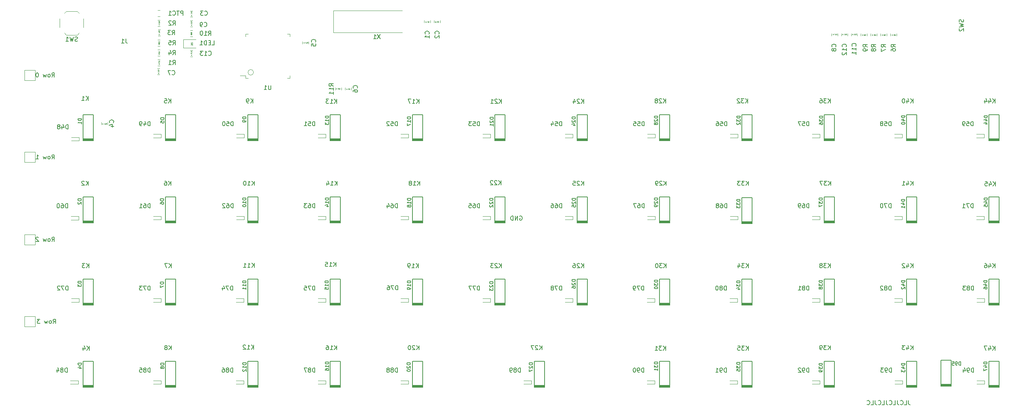
<source format=gbr>
G04 #@! TF.GenerationSoftware,KiCad,Pcbnew,(5.1.0)-1*
G04 #@! TF.CreationDate,2020-10-10T14:24:37-04:00*
G04 #@! TF.ProjectId,rev1.0,72657631-2e30-42e6-9b69-6361645f7063,rev?*
G04 #@! TF.SameCoordinates,Original*
G04 #@! TF.FileFunction,Legend,Bot*
G04 #@! TF.FilePolarity,Positive*
%FSLAX46Y46*%
G04 Gerber Fmt 4.6, Leading zero omitted, Abs format (unit mm)*
G04 Created by KiCad (PCBNEW (5.1.0)-1) date 2020-10-10 14:24:37*
%MOMM*%
%LPD*%
G04 APERTURE LIST*
%ADD10C,0.050800*%
%ADD11C,0.120000*%
%ADD12C,0.150000*%
%ADD13C,0.200000*%
G04 APERTURE END LIST*
D10*
X92632590Y-21552504D02*
X92608400Y-21552504D01*
X92584209Y-21564600D01*
X92572114Y-21576695D01*
X92560019Y-21600885D01*
X92547923Y-21649266D01*
X92547923Y-21709742D01*
X92560019Y-21758123D01*
X92572114Y-21782314D01*
X92584209Y-21794409D01*
X92608400Y-21806504D01*
X92632590Y-21806504D01*
X92656780Y-21794409D01*
X92668876Y-21782314D01*
X92680971Y-21758123D01*
X92693066Y-21709742D01*
X92693066Y-21649266D01*
X92680971Y-21600885D01*
X92668876Y-21576695D01*
X92656780Y-21564600D01*
X92632590Y-21552504D01*
X92439066Y-21782314D02*
X92426971Y-21794409D01*
X92439066Y-21806504D01*
X92451161Y-21794409D01*
X92439066Y-21782314D01*
X92439066Y-21806504D01*
X92185066Y-21806504D02*
X92330209Y-21806504D01*
X92257638Y-21806504D02*
X92257638Y-21552504D01*
X92281828Y-21588790D01*
X92306019Y-21612980D01*
X92330209Y-21625076D01*
X91773828Y-21637171D02*
X91773828Y-21806504D01*
X91882685Y-21637171D02*
X91882685Y-21770219D01*
X91870590Y-21794409D01*
X91846400Y-21806504D01*
X91810114Y-21806504D01*
X91785923Y-21794409D01*
X91773828Y-21782314D01*
X102342647Y-32576104D02*
X102487790Y-32576104D01*
X102415219Y-32576104D02*
X102415219Y-32322104D01*
X102439409Y-32358390D01*
X102463600Y-32382580D01*
X102487790Y-32394676D01*
X102185409Y-32322104D02*
X102161219Y-32322104D01*
X102137028Y-32334200D01*
X102124933Y-32346295D01*
X102112838Y-32370485D01*
X102100742Y-32418866D01*
X102100742Y-32479342D01*
X102112838Y-32527723D01*
X102124933Y-32551914D01*
X102137028Y-32564009D01*
X102161219Y-32576104D01*
X102185409Y-32576104D01*
X102209600Y-32564009D01*
X102221695Y-32551914D01*
X102233790Y-32527723D01*
X102245885Y-32479342D01*
X102245885Y-32418866D01*
X102233790Y-32370485D01*
X102221695Y-32346295D01*
X102209600Y-32334200D01*
X102185409Y-32322104D01*
X101689504Y-32406771D02*
X101689504Y-32576104D01*
X101798361Y-32406771D02*
X101798361Y-32539819D01*
X101786266Y-32564009D01*
X101762076Y-32576104D01*
X101725790Y-32576104D01*
X101701600Y-32564009D01*
X101689504Y-32551914D01*
X99993752Y-32474504D02*
X100138895Y-32474504D01*
X100066323Y-32474504D02*
X100066323Y-32220504D01*
X100090514Y-32256790D01*
X100114704Y-32280980D01*
X100138895Y-32293076D01*
X99836514Y-32220504D02*
X99812323Y-32220504D01*
X99788133Y-32232600D01*
X99776038Y-32244695D01*
X99763942Y-32268885D01*
X99751847Y-32317266D01*
X99751847Y-32377742D01*
X99763942Y-32426123D01*
X99776038Y-32450314D01*
X99788133Y-32462409D01*
X99812323Y-32474504D01*
X99836514Y-32474504D01*
X99860704Y-32462409D01*
X99872800Y-32450314D01*
X99884895Y-32426123D01*
X99896990Y-32377742D01*
X99896990Y-32317266D01*
X99884895Y-32268885D01*
X99872800Y-32244695D01*
X99860704Y-32232600D01*
X99836514Y-32220504D01*
X99449466Y-32474504D02*
X99449466Y-32220504D01*
X99425276Y-32377742D02*
X99352704Y-32474504D01*
X99352704Y-32305171D02*
X99449466Y-32401933D01*
X46099790Y-40348504D02*
X46075600Y-40348504D01*
X46051409Y-40360600D01*
X46039314Y-40372695D01*
X46027219Y-40396885D01*
X46015123Y-40445266D01*
X46015123Y-40505742D01*
X46027219Y-40554123D01*
X46039314Y-40578314D01*
X46051409Y-40590409D01*
X46075600Y-40602504D01*
X46099790Y-40602504D01*
X46123980Y-40590409D01*
X46136076Y-40578314D01*
X46148171Y-40554123D01*
X46160266Y-40505742D01*
X46160266Y-40445266D01*
X46148171Y-40396885D01*
X46136076Y-40372695D01*
X46123980Y-40360600D01*
X46099790Y-40348504D01*
X45906266Y-40578314D02*
X45894171Y-40590409D01*
X45906266Y-40602504D01*
X45918361Y-40590409D01*
X45906266Y-40578314D01*
X45906266Y-40602504D01*
X45652266Y-40602504D02*
X45797409Y-40602504D01*
X45724838Y-40602504D02*
X45724838Y-40348504D01*
X45749028Y-40384790D01*
X45773219Y-40408980D01*
X45797409Y-40421076D01*
X45241028Y-40433171D02*
X45241028Y-40602504D01*
X45349885Y-40433171D02*
X45349885Y-40566219D01*
X45337790Y-40590409D01*
X45313600Y-40602504D01*
X45277314Y-40602504D01*
X45253123Y-40590409D01*
X45241028Y-40578314D01*
X228517752Y-19977704D02*
X228662895Y-19977704D01*
X228590323Y-19977704D02*
X228590323Y-19723704D01*
X228614514Y-19759990D01*
X228638704Y-19784180D01*
X228662895Y-19796276D01*
X228360514Y-19723704D02*
X228336323Y-19723704D01*
X228312133Y-19735800D01*
X228300038Y-19747895D01*
X228287942Y-19772085D01*
X228275847Y-19820466D01*
X228275847Y-19880942D01*
X228287942Y-19929323D01*
X228300038Y-19953514D01*
X228312133Y-19965609D01*
X228336323Y-19977704D01*
X228360514Y-19977704D01*
X228384704Y-19965609D01*
X228396800Y-19953514D01*
X228408895Y-19929323D01*
X228420990Y-19880942D01*
X228420990Y-19820466D01*
X228408895Y-19772085D01*
X228396800Y-19747895D01*
X228384704Y-19735800D01*
X228360514Y-19723704D01*
X227973466Y-19977704D02*
X227973466Y-19723704D01*
X227949276Y-19880942D02*
X227876704Y-19977704D01*
X227876704Y-19808371D02*
X227973466Y-19905133D01*
X226180952Y-19977704D02*
X226326095Y-19977704D01*
X226253523Y-19977704D02*
X226253523Y-19723704D01*
X226277714Y-19759990D01*
X226301904Y-19784180D01*
X226326095Y-19796276D01*
X226023714Y-19723704D02*
X225999523Y-19723704D01*
X225975333Y-19735800D01*
X225963238Y-19747895D01*
X225951142Y-19772085D01*
X225939047Y-19820466D01*
X225939047Y-19880942D01*
X225951142Y-19929323D01*
X225963238Y-19953514D01*
X225975333Y-19965609D01*
X225999523Y-19977704D01*
X226023714Y-19977704D01*
X226047904Y-19965609D01*
X226060000Y-19953514D01*
X226072095Y-19929323D01*
X226084190Y-19880942D01*
X226084190Y-19820466D01*
X226072095Y-19772085D01*
X226060000Y-19747895D01*
X226047904Y-19735800D01*
X226023714Y-19723704D01*
X225636666Y-19977704D02*
X225636666Y-19723704D01*
X225612476Y-19880942D02*
X225539904Y-19977704D01*
X225539904Y-19808371D02*
X225636666Y-19905133D01*
X223945752Y-19977704D02*
X224090895Y-19977704D01*
X224018323Y-19977704D02*
X224018323Y-19723704D01*
X224042514Y-19759990D01*
X224066704Y-19784180D01*
X224090895Y-19796276D01*
X223788514Y-19723704D02*
X223764323Y-19723704D01*
X223740133Y-19735800D01*
X223728038Y-19747895D01*
X223715942Y-19772085D01*
X223703847Y-19820466D01*
X223703847Y-19880942D01*
X223715942Y-19929323D01*
X223728038Y-19953514D01*
X223740133Y-19965609D01*
X223764323Y-19977704D01*
X223788514Y-19977704D01*
X223812704Y-19965609D01*
X223824800Y-19953514D01*
X223836895Y-19929323D01*
X223848990Y-19880942D01*
X223848990Y-19820466D01*
X223836895Y-19772085D01*
X223824800Y-19747895D01*
X223812704Y-19735800D01*
X223788514Y-19723704D01*
X223401466Y-19977704D02*
X223401466Y-19723704D01*
X223377276Y-19880942D02*
X223304704Y-19977704D01*
X223304704Y-19808371D02*
X223401466Y-19905133D01*
X221608952Y-19977704D02*
X221754095Y-19977704D01*
X221681523Y-19977704D02*
X221681523Y-19723704D01*
X221705714Y-19759990D01*
X221729904Y-19784180D01*
X221754095Y-19796276D01*
X221451714Y-19723704D02*
X221427523Y-19723704D01*
X221403333Y-19735800D01*
X221391238Y-19747895D01*
X221379142Y-19772085D01*
X221367047Y-19820466D01*
X221367047Y-19880942D01*
X221379142Y-19929323D01*
X221391238Y-19953514D01*
X221403333Y-19965609D01*
X221427523Y-19977704D01*
X221451714Y-19977704D01*
X221475904Y-19965609D01*
X221488000Y-19953514D01*
X221500095Y-19929323D01*
X221512190Y-19880942D01*
X221512190Y-19820466D01*
X221500095Y-19772085D01*
X221488000Y-19747895D01*
X221475904Y-19735800D01*
X221451714Y-19723704D01*
X221064666Y-19977704D02*
X221064666Y-19723704D01*
X221040476Y-19880942D02*
X220967904Y-19977704D01*
X220967904Y-19808371D02*
X221064666Y-19905133D01*
X219530990Y-19622104D02*
X219506800Y-19622104D01*
X219482609Y-19634200D01*
X219470514Y-19646295D01*
X219458419Y-19670485D01*
X219446323Y-19718866D01*
X219446323Y-19779342D01*
X219458419Y-19827723D01*
X219470514Y-19851914D01*
X219482609Y-19864009D01*
X219506800Y-19876104D01*
X219530990Y-19876104D01*
X219555180Y-19864009D01*
X219567276Y-19851914D01*
X219579371Y-19827723D01*
X219591466Y-19779342D01*
X219591466Y-19718866D01*
X219579371Y-19670485D01*
X219567276Y-19646295D01*
X219555180Y-19634200D01*
X219530990Y-19622104D01*
X219337466Y-19851914D02*
X219325371Y-19864009D01*
X219337466Y-19876104D01*
X219349561Y-19864009D01*
X219337466Y-19851914D01*
X219337466Y-19876104D01*
X219083466Y-19876104D02*
X219228609Y-19876104D01*
X219156038Y-19876104D02*
X219156038Y-19622104D01*
X219180228Y-19658390D01*
X219204419Y-19682580D01*
X219228609Y-19694676D01*
X218672228Y-19706771D02*
X218672228Y-19876104D01*
X218781085Y-19706771D02*
X218781085Y-19839819D01*
X218768990Y-19864009D01*
X218744800Y-19876104D01*
X218708514Y-19876104D01*
X218684323Y-19864009D01*
X218672228Y-19851914D01*
X217295790Y-19622104D02*
X217271600Y-19622104D01*
X217247409Y-19634200D01*
X217235314Y-19646295D01*
X217223219Y-19670485D01*
X217211123Y-19718866D01*
X217211123Y-19779342D01*
X217223219Y-19827723D01*
X217235314Y-19851914D01*
X217247409Y-19864009D01*
X217271600Y-19876104D01*
X217295790Y-19876104D01*
X217319980Y-19864009D01*
X217332076Y-19851914D01*
X217344171Y-19827723D01*
X217356266Y-19779342D01*
X217356266Y-19718866D01*
X217344171Y-19670485D01*
X217332076Y-19646295D01*
X217319980Y-19634200D01*
X217295790Y-19622104D01*
X217102266Y-19851914D02*
X217090171Y-19864009D01*
X217102266Y-19876104D01*
X217114361Y-19864009D01*
X217102266Y-19851914D01*
X217102266Y-19876104D01*
X216848266Y-19876104D02*
X216993409Y-19876104D01*
X216920838Y-19876104D02*
X216920838Y-19622104D01*
X216945028Y-19658390D01*
X216969219Y-19682580D01*
X216993409Y-19694676D01*
X216437028Y-19706771D02*
X216437028Y-19876104D01*
X216545885Y-19706771D02*
X216545885Y-19839819D01*
X216533790Y-19864009D01*
X216509600Y-19876104D01*
X216473314Y-19876104D01*
X216449123Y-19864009D01*
X216437028Y-19851914D01*
X215060590Y-19622104D02*
X215036400Y-19622104D01*
X215012209Y-19634200D01*
X215000114Y-19646295D01*
X214988019Y-19670485D01*
X214975923Y-19718866D01*
X214975923Y-19779342D01*
X214988019Y-19827723D01*
X215000114Y-19851914D01*
X215012209Y-19864009D01*
X215036400Y-19876104D01*
X215060590Y-19876104D01*
X215084780Y-19864009D01*
X215096876Y-19851914D01*
X215108971Y-19827723D01*
X215121066Y-19779342D01*
X215121066Y-19718866D01*
X215108971Y-19670485D01*
X215096876Y-19646295D01*
X215084780Y-19634200D01*
X215060590Y-19622104D01*
X214867066Y-19851914D02*
X214854971Y-19864009D01*
X214867066Y-19876104D01*
X214879161Y-19864009D01*
X214867066Y-19851914D01*
X214867066Y-19876104D01*
X214613066Y-19876104D02*
X214758209Y-19876104D01*
X214685638Y-19876104D02*
X214685638Y-19622104D01*
X214709828Y-19658390D01*
X214734019Y-19682580D01*
X214758209Y-19694676D01*
X214201828Y-19706771D02*
X214201828Y-19876104D01*
X214310685Y-19706771D02*
X214310685Y-19839819D01*
X214298590Y-19864009D01*
X214274400Y-19876104D01*
X214238114Y-19876104D01*
X214213923Y-19864009D01*
X214201828Y-19851914D01*
X123010990Y-16699895D02*
X122998895Y-16687800D01*
X122974704Y-16675704D01*
X122914228Y-16675704D01*
X122890038Y-16687800D01*
X122877942Y-16699895D01*
X122865847Y-16724085D01*
X122865847Y-16748276D01*
X122877942Y-16784561D01*
X123023085Y-16929704D01*
X122865847Y-16929704D01*
X122769085Y-16699895D02*
X122756990Y-16687800D01*
X122732800Y-16675704D01*
X122672323Y-16675704D01*
X122648133Y-16687800D01*
X122636038Y-16699895D01*
X122623942Y-16724085D01*
X122623942Y-16748276D01*
X122636038Y-16784561D01*
X122781180Y-16929704D01*
X122623942Y-16929704D01*
X122321561Y-16760371D02*
X122321561Y-17014371D01*
X122321561Y-16772466D02*
X122297371Y-16760371D01*
X122248990Y-16760371D01*
X122224800Y-16772466D01*
X122212704Y-16784561D01*
X122200609Y-16808752D01*
X122200609Y-16881323D01*
X122212704Y-16905514D01*
X122224800Y-16917609D01*
X122248990Y-16929704D01*
X122297371Y-16929704D01*
X122321561Y-16917609D01*
X120775790Y-16699895D02*
X120763695Y-16687800D01*
X120739504Y-16675704D01*
X120679028Y-16675704D01*
X120654838Y-16687800D01*
X120642742Y-16699895D01*
X120630647Y-16724085D01*
X120630647Y-16748276D01*
X120642742Y-16784561D01*
X120787885Y-16929704D01*
X120630647Y-16929704D01*
X120533885Y-16699895D02*
X120521790Y-16687800D01*
X120497600Y-16675704D01*
X120437123Y-16675704D01*
X120412933Y-16687800D01*
X120400838Y-16699895D01*
X120388742Y-16724085D01*
X120388742Y-16748276D01*
X120400838Y-16784561D01*
X120545980Y-16929704D01*
X120388742Y-16929704D01*
X120086361Y-16760371D02*
X120086361Y-17014371D01*
X120086361Y-16772466D02*
X120062171Y-16760371D01*
X120013790Y-16760371D01*
X119989600Y-16772466D01*
X119977504Y-16784561D01*
X119965409Y-16808752D01*
X119965409Y-16881323D01*
X119977504Y-16905514D01*
X119989600Y-16917609D01*
X120013790Y-16929704D01*
X120062171Y-16929704D01*
X120086361Y-16917609D01*
X65672304Y-16816009D02*
X65672304Y-16840200D01*
X65684400Y-16864390D01*
X65696495Y-16876485D01*
X65720685Y-16888580D01*
X65769066Y-16900676D01*
X65829542Y-16900676D01*
X65877923Y-16888580D01*
X65902114Y-16876485D01*
X65914209Y-16864390D01*
X65926304Y-16840200D01*
X65926304Y-16816009D01*
X65914209Y-16791819D01*
X65902114Y-16779723D01*
X65877923Y-16767628D01*
X65829542Y-16755533D01*
X65769066Y-16755533D01*
X65720685Y-16767628D01*
X65696495Y-16779723D01*
X65684400Y-16791819D01*
X65672304Y-16816009D01*
X65902114Y-17009533D02*
X65914209Y-17021628D01*
X65926304Y-17009533D01*
X65914209Y-16997438D01*
X65902114Y-17009533D01*
X65926304Y-17009533D01*
X65926304Y-17263533D02*
X65926304Y-17118390D01*
X65926304Y-17190961D02*
X65672304Y-17190961D01*
X65708590Y-17166771D01*
X65732780Y-17142580D01*
X65744876Y-17118390D01*
X65756971Y-17674771D02*
X65926304Y-17674771D01*
X65756971Y-17565914D02*
X65890019Y-17565914D01*
X65914209Y-17578009D01*
X65926304Y-17602200D01*
X65926304Y-17638485D01*
X65914209Y-17662676D01*
X65902114Y-17674771D01*
X65672304Y-14580809D02*
X65672304Y-14605000D01*
X65684400Y-14629190D01*
X65696495Y-14641285D01*
X65720685Y-14653380D01*
X65769066Y-14665476D01*
X65829542Y-14665476D01*
X65877923Y-14653380D01*
X65902114Y-14641285D01*
X65914209Y-14629190D01*
X65926304Y-14605000D01*
X65926304Y-14580809D01*
X65914209Y-14556619D01*
X65902114Y-14544523D01*
X65877923Y-14532428D01*
X65829542Y-14520333D01*
X65769066Y-14520333D01*
X65720685Y-14532428D01*
X65696495Y-14544523D01*
X65684400Y-14556619D01*
X65672304Y-14580809D01*
X65902114Y-14774333D02*
X65914209Y-14786428D01*
X65926304Y-14774333D01*
X65914209Y-14762238D01*
X65902114Y-14774333D01*
X65926304Y-14774333D01*
X65926304Y-15028333D02*
X65926304Y-14883190D01*
X65926304Y-14955761D02*
X65672304Y-14955761D01*
X65708590Y-14931571D01*
X65732780Y-14907380D01*
X65744876Y-14883190D01*
X65756971Y-15439571D02*
X65926304Y-15439571D01*
X65756971Y-15330714D02*
X65890019Y-15330714D01*
X65914209Y-15342809D01*
X65926304Y-15367000D01*
X65926304Y-15403285D01*
X65914209Y-15427476D01*
X65902114Y-15439571D01*
X58052304Y-27992009D02*
X58052304Y-28016200D01*
X58064400Y-28040390D01*
X58076495Y-28052485D01*
X58100685Y-28064580D01*
X58149066Y-28076676D01*
X58209542Y-28076676D01*
X58257923Y-28064580D01*
X58282114Y-28052485D01*
X58294209Y-28040390D01*
X58306304Y-28016200D01*
X58306304Y-27992009D01*
X58294209Y-27967819D01*
X58282114Y-27955723D01*
X58257923Y-27943628D01*
X58209542Y-27931533D01*
X58149066Y-27931533D01*
X58100685Y-27943628D01*
X58076495Y-27955723D01*
X58064400Y-27967819D01*
X58052304Y-27992009D01*
X58282114Y-28185533D02*
X58294209Y-28197628D01*
X58306304Y-28185533D01*
X58294209Y-28173438D01*
X58282114Y-28185533D01*
X58306304Y-28185533D01*
X58306304Y-28439533D02*
X58306304Y-28294390D01*
X58306304Y-28366961D02*
X58052304Y-28366961D01*
X58088590Y-28342771D01*
X58112780Y-28318580D01*
X58124876Y-28294390D01*
X58136971Y-28850771D02*
X58306304Y-28850771D01*
X58136971Y-28741914D02*
X58270019Y-28741914D01*
X58294209Y-28754009D01*
X58306304Y-28778200D01*
X58306304Y-28814485D01*
X58294209Y-28838676D01*
X58282114Y-28850771D01*
X58407904Y-26015647D02*
X58407904Y-25870504D01*
X58407904Y-25943076D02*
X58153904Y-25943076D01*
X58190190Y-25918885D01*
X58214380Y-25894695D01*
X58226476Y-25870504D01*
X58153904Y-26172885D02*
X58153904Y-26197076D01*
X58166000Y-26221266D01*
X58178095Y-26233361D01*
X58202285Y-26245457D01*
X58250666Y-26257552D01*
X58311142Y-26257552D01*
X58359523Y-26245457D01*
X58383714Y-26233361D01*
X58395809Y-26221266D01*
X58407904Y-26197076D01*
X58407904Y-26172885D01*
X58395809Y-26148695D01*
X58383714Y-26136600D01*
X58359523Y-26124504D01*
X58311142Y-26112409D01*
X58250666Y-26112409D01*
X58202285Y-26124504D01*
X58178095Y-26136600D01*
X58166000Y-26148695D01*
X58153904Y-26172885D01*
X58407904Y-26559933D02*
X58153904Y-26559933D01*
X58311142Y-26584123D02*
X58407904Y-26656695D01*
X58238571Y-26656695D02*
X58335333Y-26559933D01*
X58178095Y-23707876D02*
X58166000Y-23719971D01*
X58153904Y-23744161D01*
X58153904Y-23804638D01*
X58166000Y-23828828D01*
X58178095Y-23840923D01*
X58202285Y-23853019D01*
X58226476Y-23853019D01*
X58262761Y-23840923D01*
X58407904Y-23695780D01*
X58407904Y-23853019D01*
X58178095Y-23949780D02*
X58166000Y-23961876D01*
X58153904Y-23986066D01*
X58153904Y-24046542D01*
X58166000Y-24070733D01*
X58178095Y-24082828D01*
X58202285Y-24094923D01*
X58226476Y-24094923D01*
X58262761Y-24082828D01*
X58407904Y-23937685D01*
X58407904Y-24094923D01*
X58407904Y-24348923D02*
X58286952Y-24264257D01*
X58407904Y-24203780D02*
X58153904Y-24203780D01*
X58153904Y-24300542D01*
X58166000Y-24324733D01*
X58178095Y-24336828D01*
X58202285Y-24348923D01*
X58238571Y-24348923D01*
X58262761Y-24336828D01*
X58274857Y-24324733D01*
X58286952Y-24300542D01*
X58286952Y-24203780D01*
X58178095Y-21371076D02*
X58166000Y-21383171D01*
X58153904Y-21407361D01*
X58153904Y-21467838D01*
X58166000Y-21492028D01*
X58178095Y-21504123D01*
X58202285Y-21516219D01*
X58226476Y-21516219D01*
X58262761Y-21504123D01*
X58407904Y-21358980D01*
X58407904Y-21516219D01*
X58178095Y-21612980D02*
X58166000Y-21625076D01*
X58153904Y-21649266D01*
X58153904Y-21709742D01*
X58166000Y-21733933D01*
X58178095Y-21746028D01*
X58202285Y-21758123D01*
X58226476Y-21758123D01*
X58262761Y-21746028D01*
X58407904Y-21600885D01*
X58407904Y-21758123D01*
X58407904Y-22012123D02*
X58286952Y-21927457D01*
X58407904Y-21866980D02*
X58153904Y-21866980D01*
X58153904Y-21963742D01*
X58166000Y-21987933D01*
X58178095Y-22000028D01*
X58202285Y-22012123D01*
X58238571Y-22012123D01*
X58262761Y-22000028D01*
X58274857Y-21987933D01*
X58286952Y-21963742D01*
X58286952Y-21866980D01*
X58153904Y-19034276D02*
X58153904Y-18913323D01*
X58274857Y-18901228D01*
X58262761Y-18913323D01*
X58250666Y-18937514D01*
X58250666Y-18997990D01*
X58262761Y-19022180D01*
X58274857Y-19034276D01*
X58299047Y-19046371D01*
X58359523Y-19046371D01*
X58383714Y-19034276D01*
X58395809Y-19022180D01*
X58407904Y-18997990D01*
X58407904Y-18937514D01*
X58395809Y-18913323D01*
X58383714Y-18901228D01*
X58383714Y-19155228D02*
X58395809Y-19167323D01*
X58407904Y-19155228D01*
X58395809Y-19143133D01*
X58383714Y-19155228D01*
X58407904Y-19155228D01*
X58407904Y-19409228D02*
X58407904Y-19264085D01*
X58407904Y-19336657D02*
X58153904Y-19336657D01*
X58190190Y-19312466D01*
X58214380Y-19288276D01*
X58226476Y-19264085D01*
X58407904Y-19711609D02*
X58153904Y-19711609D01*
X58311142Y-19735800D02*
X58407904Y-19808371D01*
X58238571Y-19808371D02*
X58335333Y-19711609D01*
X58153904Y-16799076D02*
X58153904Y-16678123D01*
X58274857Y-16666028D01*
X58262761Y-16678123D01*
X58250666Y-16702314D01*
X58250666Y-16762790D01*
X58262761Y-16786980D01*
X58274857Y-16799076D01*
X58299047Y-16811171D01*
X58359523Y-16811171D01*
X58383714Y-16799076D01*
X58395809Y-16786980D01*
X58407904Y-16762790D01*
X58407904Y-16702314D01*
X58395809Y-16678123D01*
X58383714Y-16666028D01*
X58383714Y-16920028D02*
X58395809Y-16932123D01*
X58407904Y-16920028D01*
X58395809Y-16907933D01*
X58383714Y-16920028D01*
X58407904Y-16920028D01*
X58407904Y-17174028D02*
X58407904Y-17028885D01*
X58407904Y-17101457D02*
X58153904Y-17101457D01*
X58190190Y-17077266D01*
X58214380Y-17053076D01*
X58226476Y-17028885D01*
X58407904Y-17476409D02*
X58153904Y-17476409D01*
X58311142Y-17500600D02*
X58407904Y-17573171D01*
X58238571Y-17573171D02*
X58335333Y-17476409D01*
X65696495Y-19243523D02*
X65684400Y-19255619D01*
X65672304Y-19279809D01*
X65672304Y-19340285D01*
X65684400Y-19364476D01*
X65696495Y-19376571D01*
X65720685Y-19388666D01*
X65744876Y-19388666D01*
X65781161Y-19376571D01*
X65926304Y-19231428D01*
X65926304Y-19388666D01*
X65696495Y-19485428D02*
X65684400Y-19497523D01*
X65672304Y-19521714D01*
X65672304Y-19582190D01*
X65684400Y-19606380D01*
X65696495Y-19618476D01*
X65720685Y-19630571D01*
X65744876Y-19630571D01*
X65781161Y-19618476D01*
X65926304Y-19473333D01*
X65926304Y-19630571D01*
X65672304Y-19787809D02*
X65672304Y-19812000D01*
X65684400Y-19836190D01*
X65696495Y-19848285D01*
X65720685Y-19860380D01*
X65769066Y-19872476D01*
X65829542Y-19872476D01*
X65877923Y-19860380D01*
X65902114Y-19848285D01*
X65914209Y-19836190D01*
X65926304Y-19812000D01*
X65926304Y-19787809D01*
X65914209Y-19763619D01*
X65902114Y-19751523D01*
X65877923Y-19739428D01*
X65829542Y-19727333D01*
X65769066Y-19727333D01*
X65720685Y-19739428D01*
X65696495Y-19751523D01*
X65684400Y-19763619D01*
X65672304Y-19787809D01*
D11*
X66014600Y-22301200D02*
X65709800Y-21894800D01*
X66014600Y-21590000D02*
X66014600Y-22301200D01*
X65709800Y-21894800D02*
X66014600Y-21590000D01*
X65709800Y-21590000D02*
X65709800Y-22301200D01*
D10*
X65926304Y-23809476D02*
X65926304Y-23664333D01*
X65926304Y-23736904D02*
X65672304Y-23736904D01*
X65708590Y-23712714D01*
X65732780Y-23688523D01*
X65744876Y-23664333D01*
X65902114Y-23918333D02*
X65914209Y-23930428D01*
X65926304Y-23918333D01*
X65914209Y-23906238D01*
X65902114Y-23918333D01*
X65926304Y-23918333D01*
X65672304Y-24087666D02*
X65672304Y-24111857D01*
X65684400Y-24136047D01*
X65696495Y-24148142D01*
X65720685Y-24160238D01*
X65769066Y-24172333D01*
X65829542Y-24172333D01*
X65877923Y-24160238D01*
X65902114Y-24148142D01*
X65914209Y-24136047D01*
X65926304Y-24111857D01*
X65926304Y-24087666D01*
X65914209Y-24063476D01*
X65902114Y-24051380D01*
X65877923Y-24039285D01*
X65829542Y-24027190D01*
X65769066Y-24027190D01*
X65720685Y-24039285D01*
X65696495Y-24051380D01*
X65684400Y-24063476D01*
X65672304Y-24087666D01*
X65756971Y-24583571D02*
X65926304Y-24583571D01*
X65756971Y-24474714D02*
X65890019Y-24474714D01*
X65914209Y-24486809D01*
X65926304Y-24511000D01*
X65926304Y-24547285D01*
X65914209Y-24571476D01*
X65902114Y-24583571D01*
D11*
X80177957Y-28559443D02*
G75*
G03X80177957Y-28559443I-650557J0D01*
G01*
D12*
X231695047Y-104608380D02*
X231695047Y-105322666D01*
X231742666Y-105465523D01*
X231837904Y-105560761D01*
X231980761Y-105608380D01*
X232076000Y-105608380D01*
X230742666Y-105608380D02*
X231218857Y-105608380D01*
X231218857Y-104608380D01*
X229837904Y-105513142D02*
X229885523Y-105560761D01*
X230028380Y-105608380D01*
X230123619Y-105608380D01*
X230266476Y-105560761D01*
X230361714Y-105465523D01*
X230409333Y-105370285D01*
X230456952Y-105179809D01*
X230456952Y-105036952D01*
X230409333Y-104846476D01*
X230361714Y-104751238D01*
X230266476Y-104656000D01*
X230123619Y-104608380D01*
X230028380Y-104608380D01*
X229885523Y-104656000D01*
X229837904Y-104703619D01*
X229123619Y-104608380D02*
X229123619Y-105322666D01*
X229171238Y-105465523D01*
X229266476Y-105560761D01*
X229409333Y-105608380D01*
X229504571Y-105608380D01*
X228171238Y-105608380D02*
X228647428Y-105608380D01*
X228647428Y-104608380D01*
X227266476Y-105513142D02*
X227314095Y-105560761D01*
X227456952Y-105608380D01*
X227552190Y-105608380D01*
X227695047Y-105560761D01*
X227790285Y-105465523D01*
X227837904Y-105370285D01*
X227885523Y-105179809D01*
X227885523Y-105036952D01*
X227837904Y-104846476D01*
X227790285Y-104751238D01*
X227695047Y-104656000D01*
X227552190Y-104608380D01*
X227456952Y-104608380D01*
X227314095Y-104656000D01*
X227266476Y-104703619D01*
X226552190Y-104608380D02*
X226552190Y-105322666D01*
X226599809Y-105465523D01*
X226695047Y-105560761D01*
X226837904Y-105608380D01*
X226933142Y-105608380D01*
X225599809Y-105608380D02*
X226076000Y-105608380D01*
X226076000Y-104608380D01*
X224695047Y-105513142D02*
X224742666Y-105560761D01*
X224885523Y-105608380D01*
X224980761Y-105608380D01*
X225123619Y-105560761D01*
X225218857Y-105465523D01*
X225266476Y-105370285D01*
X225314095Y-105179809D01*
X225314095Y-105036952D01*
X225266476Y-104846476D01*
X225218857Y-104751238D01*
X225123619Y-104656000D01*
X224980761Y-104608380D01*
X224885523Y-104608380D01*
X224742666Y-104656000D01*
X224695047Y-104703619D01*
X223980761Y-104608380D02*
X223980761Y-105322666D01*
X224028380Y-105465523D01*
X224123619Y-105560761D01*
X224266476Y-105608380D01*
X224361714Y-105608380D01*
X223028380Y-105608380D02*
X223504571Y-105608380D01*
X223504571Y-104608380D01*
X222123619Y-105513142D02*
X222171238Y-105560761D01*
X222314095Y-105608380D01*
X222409333Y-105608380D01*
X222552190Y-105560761D01*
X222647428Y-105465523D01*
X222695047Y-105370285D01*
X222742666Y-105179809D01*
X222742666Y-105036952D01*
X222695047Y-104846476D01*
X222647428Y-104751238D01*
X222552190Y-104656000D01*
X222409333Y-104608380D01*
X222314095Y-104608380D01*
X222171238Y-104656000D01*
X222123619Y-104703619D01*
D11*
X121106000Y-16502748D02*
X121106000Y-17025252D01*
X119686000Y-16502748D02*
X119686000Y-17025252D01*
X123392000Y-16502748D02*
X123392000Y-17025252D01*
X121972000Y-16502748D02*
X121972000Y-17025252D01*
X66047252Y-15728000D02*
X65524748Y-15728000D01*
X66047252Y-14308000D02*
X65524748Y-14308000D01*
X45010000Y-40647252D02*
X45010000Y-40124748D01*
X46430000Y-40647252D02*
X46430000Y-40124748D01*
X92912000Y-21455748D02*
X92912000Y-21978252D01*
X91492000Y-21455748D02*
X91492000Y-21978252D01*
X101398000Y-32646252D02*
X101398000Y-32123748D01*
X102818000Y-32646252D02*
X102818000Y-32123748D01*
D13*
X40710000Y-44348000D02*
X43110000Y-44348000D01*
X40710000Y-38348000D02*
X40710000Y-44348000D01*
X43110000Y-38348000D02*
X40710000Y-38348000D01*
X43110000Y-44348000D02*
X43110000Y-38348000D01*
X43110000Y-44073000D02*
X40710000Y-44073000D01*
X43110000Y-43948000D02*
X40710000Y-43948000D01*
X40710000Y-44223000D02*
X43110000Y-44223000D01*
X40710000Y-63398000D02*
X43110000Y-63398000D01*
X40710000Y-57398000D02*
X40710000Y-63398000D01*
X43110000Y-57398000D02*
X40710000Y-57398000D01*
X43110000Y-63398000D02*
X43110000Y-57398000D01*
X43110000Y-63123000D02*
X40710000Y-63123000D01*
X43110000Y-62998000D02*
X40710000Y-62998000D01*
X40710000Y-63273000D02*
X43110000Y-63273000D01*
X40710000Y-82448000D02*
X43110000Y-82448000D01*
X40710000Y-76448000D02*
X40710000Y-82448000D01*
X43110000Y-76448000D02*
X40710000Y-76448000D01*
X43110000Y-82448000D02*
X43110000Y-76448000D01*
X43110000Y-82173000D02*
X40710000Y-82173000D01*
X43110000Y-82048000D02*
X40710000Y-82048000D01*
X40710000Y-82323000D02*
X43110000Y-82323000D01*
X40710000Y-101498000D02*
X43110000Y-101498000D01*
X40710000Y-95498000D02*
X40710000Y-101498000D01*
X43110000Y-95498000D02*
X40710000Y-95498000D01*
X43110000Y-101498000D02*
X43110000Y-95498000D01*
X43110000Y-101223000D02*
X40710000Y-101223000D01*
X43110000Y-101098000D02*
X40710000Y-101098000D01*
X40710000Y-101373000D02*
X43110000Y-101373000D01*
X59760000Y-44348000D02*
X62160000Y-44348000D01*
X59760000Y-38348000D02*
X59760000Y-44348000D01*
X62160000Y-38348000D02*
X59760000Y-38348000D01*
X62160000Y-44348000D02*
X62160000Y-38348000D01*
X62160000Y-44073000D02*
X59760000Y-44073000D01*
X62160000Y-43948000D02*
X59760000Y-43948000D01*
X59760000Y-44223000D02*
X62160000Y-44223000D01*
X59760000Y-63398000D02*
X62160000Y-63398000D01*
X59760000Y-57398000D02*
X59760000Y-63398000D01*
X62160000Y-57398000D02*
X59760000Y-57398000D01*
X62160000Y-63398000D02*
X62160000Y-57398000D01*
X62160000Y-63123000D02*
X59760000Y-63123000D01*
X62160000Y-62998000D02*
X59760000Y-62998000D01*
X59760000Y-63273000D02*
X62160000Y-63273000D01*
X59760000Y-82448000D02*
X62160000Y-82448000D01*
X59760000Y-76448000D02*
X59760000Y-82448000D01*
X62160000Y-76448000D02*
X59760000Y-76448000D01*
X62160000Y-82448000D02*
X62160000Y-76448000D01*
X62160000Y-82173000D02*
X59760000Y-82173000D01*
X62160000Y-82048000D02*
X59760000Y-82048000D01*
X59760000Y-82323000D02*
X62160000Y-82323000D01*
X59760000Y-101498000D02*
X62160000Y-101498000D01*
X59760000Y-95498000D02*
X59760000Y-101498000D01*
X62160000Y-95498000D02*
X59760000Y-95498000D01*
X62160000Y-101498000D02*
X62160000Y-95498000D01*
X62160000Y-101223000D02*
X59760000Y-101223000D01*
X62160000Y-101098000D02*
X59760000Y-101098000D01*
X59760000Y-101373000D02*
X62160000Y-101373000D01*
X78810000Y-44348000D02*
X81210000Y-44348000D01*
X78810000Y-38348000D02*
X78810000Y-44348000D01*
X81210000Y-38348000D02*
X78810000Y-38348000D01*
X81210000Y-44348000D02*
X81210000Y-38348000D01*
X81210000Y-44073000D02*
X78810000Y-44073000D01*
X81210000Y-43948000D02*
X78810000Y-43948000D01*
X78810000Y-44223000D02*
X81210000Y-44223000D01*
X78810000Y-63398000D02*
X81210000Y-63398000D01*
X78810000Y-57398000D02*
X78810000Y-63398000D01*
X81210000Y-57398000D02*
X78810000Y-57398000D01*
X81210000Y-63398000D02*
X81210000Y-57398000D01*
X81210000Y-63123000D02*
X78810000Y-63123000D01*
X81210000Y-62998000D02*
X78810000Y-62998000D01*
X78810000Y-63273000D02*
X81210000Y-63273000D01*
X78810000Y-82448000D02*
X81210000Y-82448000D01*
X78810000Y-76448000D02*
X78810000Y-82448000D01*
X81210000Y-76448000D02*
X78810000Y-76448000D01*
X81210000Y-82448000D02*
X81210000Y-76448000D01*
X81210000Y-82173000D02*
X78810000Y-82173000D01*
X81210000Y-82048000D02*
X78810000Y-82048000D01*
X78810000Y-82323000D02*
X81210000Y-82323000D01*
X78810000Y-101498000D02*
X81210000Y-101498000D01*
X78810000Y-95498000D02*
X78810000Y-101498000D01*
X81210000Y-95498000D02*
X78810000Y-95498000D01*
X81210000Y-101498000D02*
X81210000Y-95498000D01*
X81210000Y-101223000D02*
X78810000Y-101223000D01*
X81210000Y-101098000D02*
X78810000Y-101098000D01*
X78810000Y-101373000D02*
X81210000Y-101373000D01*
X97860000Y-44348000D02*
X100260000Y-44348000D01*
X97860000Y-38348000D02*
X97860000Y-44348000D01*
X100260000Y-38348000D02*
X97860000Y-38348000D01*
X100260000Y-44348000D02*
X100260000Y-38348000D01*
X100260000Y-44073000D02*
X97860000Y-44073000D01*
X100260000Y-43948000D02*
X97860000Y-43948000D01*
X97860000Y-44223000D02*
X100260000Y-44223000D01*
X97860000Y-63398000D02*
X100260000Y-63398000D01*
X97860000Y-57398000D02*
X97860000Y-63398000D01*
X100260000Y-57398000D02*
X97860000Y-57398000D01*
X100260000Y-63398000D02*
X100260000Y-57398000D01*
X100260000Y-63123000D02*
X97860000Y-63123000D01*
X100260000Y-62998000D02*
X97860000Y-62998000D01*
X97860000Y-63273000D02*
X100260000Y-63273000D01*
X97860000Y-82448000D02*
X100260000Y-82448000D01*
X97860000Y-76448000D02*
X97860000Y-82448000D01*
X100260000Y-76448000D02*
X97860000Y-76448000D01*
X100260000Y-82448000D02*
X100260000Y-76448000D01*
X100260000Y-82173000D02*
X97860000Y-82173000D01*
X100260000Y-82048000D02*
X97860000Y-82048000D01*
X97860000Y-82323000D02*
X100260000Y-82323000D01*
X97860000Y-101498000D02*
X100260000Y-101498000D01*
X97860000Y-95498000D02*
X97860000Y-101498000D01*
X100260000Y-95498000D02*
X97860000Y-95498000D01*
X100260000Y-101498000D02*
X100260000Y-95498000D01*
X100260000Y-101223000D02*
X97860000Y-101223000D01*
X100260000Y-101098000D02*
X97860000Y-101098000D01*
X97860000Y-101373000D02*
X100260000Y-101373000D01*
X116910000Y-44348000D02*
X119310000Y-44348000D01*
X116910000Y-38348000D02*
X116910000Y-44348000D01*
X119310000Y-38348000D02*
X116910000Y-38348000D01*
X119310000Y-44348000D02*
X119310000Y-38348000D01*
X119310000Y-44073000D02*
X116910000Y-44073000D01*
X119310000Y-43948000D02*
X116910000Y-43948000D01*
X116910000Y-44223000D02*
X119310000Y-44223000D01*
X116910000Y-63398000D02*
X119310000Y-63398000D01*
X116910000Y-57398000D02*
X116910000Y-63398000D01*
X119310000Y-57398000D02*
X116910000Y-57398000D01*
X119310000Y-63398000D02*
X119310000Y-57398000D01*
X119310000Y-63123000D02*
X116910000Y-63123000D01*
X119310000Y-62998000D02*
X116910000Y-62998000D01*
X116910000Y-63273000D02*
X119310000Y-63273000D01*
X116910000Y-82448000D02*
X119310000Y-82448000D01*
X116910000Y-76448000D02*
X116910000Y-82448000D01*
X119310000Y-76448000D02*
X116910000Y-76448000D01*
X119310000Y-82448000D02*
X119310000Y-76448000D01*
X119310000Y-82173000D02*
X116910000Y-82173000D01*
X119310000Y-82048000D02*
X116910000Y-82048000D01*
X116910000Y-82323000D02*
X119310000Y-82323000D01*
X116910000Y-101498000D02*
X119310000Y-101498000D01*
X116910000Y-95498000D02*
X116910000Y-101498000D01*
X119310000Y-95498000D02*
X116910000Y-95498000D01*
X119310000Y-101498000D02*
X119310000Y-95498000D01*
X119310000Y-101223000D02*
X116910000Y-101223000D01*
X119310000Y-101098000D02*
X116910000Y-101098000D01*
X116910000Y-101373000D02*
X119310000Y-101373000D01*
X135960000Y-44348000D02*
X138360000Y-44348000D01*
X135960000Y-38348000D02*
X135960000Y-44348000D01*
X138360000Y-38348000D02*
X135960000Y-38348000D01*
X138360000Y-44348000D02*
X138360000Y-38348000D01*
X138360000Y-44073000D02*
X135960000Y-44073000D01*
X138360000Y-43948000D02*
X135960000Y-43948000D01*
X135960000Y-44223000D02*
X138360000Y-44223000D01*
X135960000Y-63398000D02*
X138360000Y-63398000D01*
X135960000Y-57398000D02*
X135960000Y-63398000D01*
X138360000Y-57398000D02*
X135960000Y-57398000D01*
X138360000Y-63398000D02*
X138360000Y-57398000D01*
X138360000Y-63123000D02*
X135960000Y-63123000D01*
X138360000Y-62998000D02*
X135960000Y-62998000D01*
X135960000Y-63273000D02*
X138360000Y-63273000D01*
X135960000Y-82448000D02*
X138360000Y-82448000D01*
X135960000Y-76448000D02*
X135960000Y-82448000D01*
X138360000Y-76448000D02*
X135960000Y-76448000D01*
X138360000Y-82448000D02*
X138360000Y-76448000D01*
X138360000Y-82173000D02*
X135960000Y-82173000D01*
X138360000Y-82048000D02*
X135960000Y-82048000D01*
X135960000Y-82323000D02*
X138360000Y-82323000D01*
X155010000Y-44348000D02*
X157410000Y-44348000D01*
X155010000Y-38348000D02*
X155010000Y-44348000D01*
X157410000Y-38348000D02*
X155010000Y-38348000D01*
X157410000Y-44348000D02*
X157410000Y-38348000D01*
X157410000Y-44073000D02*
X155010000Y-44073000D01*
X157410000Y-43948000D02*
X155010000Y-43948000D01*
X155010000Y-44223000D02*
X157410000Y-44223000D01*
X155010000Y-63398000D02*
X157410000Y-63398000D01*
X155010000Y-57398000D02*
X155010000Y-63398000D01*
X157410000Y-57398000D02*
X155010000Y-57398000D01*
X157410000Y-63398000D02*
X157410000Y-57398000D01*
X157410000Y-63123000D02*
X155010000Y-63123000D01*
X157410000Y-62998000D02*
X155010000Y-62998000D01*
X155010000Y-63273000D02*
X157410000Y-63273000D01*
X155010000Y-82448000D02*
X157410000Y-82448000D01*
X155010000Y-76448000D02*
X155010000Y-82448000D01*
X157410000Y-76448000D02*
X155010000Y-76448000D01*
X157410000Y-82448000D02*
X157410000Y-76448000D01*
X157410000Y-82173000D02*
X155010000Y-82173000D01*
X157410000Y-82048000D02*
X155010000Y-82048000D01*
X155010000Y-82323000D02*
X157410000Y-82323000D01*
X145104000Y-101498000D02*
X147504000Y-101498000D01*
X145104000Y-95498000D02*
X145104000Y-101498000D01*
X147504000Y-95498000D02*
X145104000Y-95498000D01*
X147504000Y-101498000D02*
X147504000Y-95498000D01*
X147504000Y-101223000D02*
X145104000Y-101223000D01*
X147504000Y-101098000D02*
X145104000Y-101098000D01*
X145104000Y-101373000D02*
X147504000Y-101373000D01*
X174060000Y-44348000D02*
X176460000Y-44348000D01*
X174060000Y-38348000D02*
X174060000Y-44348000D01*
X176460000Y-38348000D02*
X174060000Y-38348000D01*
X176460000Y-44348000D02*
X176460000Y-38348000D01*
X176460000Y-44073000D02*
X174060000Y-44073000D01*
X176460000Y-43948000D02*
X174060000Y-43948000D01*
X174060000Y-44223000D02*
X176460000Y-44223000D01*
X174060000Y-63398000D02*
X176460000Y-63398000D01*
X174060000Y-57398000D02*
X174060000Y-63398000D01*
X176460000Y-57398000D02*
X174060000Y-57398000D01*
X176460000Y-63398000D02*
X176460000Y-57398000D01*
X176460000Y-63123000D02*
X174060000Y-63123000D01*
X176460000Y-62998000D02*
X174060000Y-62998000D01*
X174060000Y-63273000D02*
X176460000Y-63273000D01*
X174060000Y-82448000D02*
X176460000Y-82448000D01*
X174060000Y-76448000D02*
X174060000Y-82448000D01*
X176460000Y-76448000D02*
X174060000Y-76448000D01*
X176460000Y-82448000D02*
X176460000Y-76448000D01*
X176460000Y-82173000D02*
X174060000Y-82173000D01*
X176460000Y-82048000D02*
X174060000Y-82048000D01*
X174060000Y-82323000D02*
X176460000Y-82323000D01*
X174060000Y-101498000D02*
X176460000Y-101498000D01*
X174060000Y-95498000D02*
X174060000Y-101498000D01*
X176460000Y-95498000D02*
X174060000Y-95498000D01*
X176460000Y-101498000D02*
X176460000Y-95498000D01*
X176460000Y-101223000D02*
X174060000Y-101223000D01*
X176460000Y-101098000D02*
X174060000Y-101098000D01*
X174060000Y-101373000D02*
X176460000Y-101373000D01*
X193110000Y-44348000D02*
X195510000Y-44348000D01*
X193110000Y-38348000D02*
X193110000Y-44348000D01*
X195510000Y-38348000D02*
X193110000Y-38348000D01*
X195510000Y-44348000D02*
X195510000Y-38348000D01*
X195510000Y-44073000D02*
X193110000Y-44073000D01*
X195510000Y-43948000D02*
X193110000Y-43948000D01*
X193110000Y-44223000D02*
X195510000Y-44223000D01*
X193110000Y-63603000D02*
X195510000Y-63603000D01*
X193110000Y-57603000D02*
X193110000Y-63603000D01*
X195510000Y-57603000D02*
X193110000Y-57603000D01*
X195510000Y-63603000D02*
X195510000Y-57603000D01*
X195510000Y-63328000D02*
X193110000Y-63328000D01*
X195510000Y-63203000D02*
X193110000Y-63203000D01*
X193110000Y-63478000D02*
X195510000Y-63478000D01*
X193110000Y-82448000D02*
X195510000Y-82448000D01*
X193110000Y-76448000D02*
X193110000Y-82448000D01*
X195510000Y-76448000D02*
X193110000Y-76448000D01*
X195510000Y-82448000D02*
X195510000Y-76448000D01*
X195510000Y-82173000D02*
X193110000Y-82173000D01*
X195510000Y-82048000D02*
X193110000Y-82048000D01*
X193110000Y-82323000D02*
X195510000Y-82323000D01*
X193110000Y-101498000D02*
X195510000Y-101498000D01*
X193110000Y-95498000D02*
X193110000Y-101498000D01*
X195510000Y-95498000D02*
X193110000Y-95498000D01*
X195510000Y-101498000D02*
X195510000Y-95498000D01*
X195510000Y-101223000D02*
X193110000Y-101223000D01*
X195510000Y-101098000D02*
X193110000Y-101098000D01*
X193110000Y-101373000D02*
X195510000Y-101373000D01*
X212160000Y-44348000D02*
X214560000Y-44348000D01*
X212160000Y-38348000D02*
X212160000Y-44348000D01*
X214560000Y-38348000D02*
X212160000Y-38348000D01*
X214560000Y-44348000D02*
X214560000Y-38348000D01*
X214560000Y-44073000D02*
X212160000Y-44073000D01*
X214560000Y-43948000D02*
X212160000Y-43948000D01*
X212160000Y-44223000D02*
X214560000Y-44223000D01*
X212160000Y-63398000D02*
X214560000Y-63398000D01*
X212160000Y-57398000D02*
X212160000Y-63398000D01*
X214560000Y-57398000D02*
X212160000Y-57398000D01*
X214560000Y-63398000D02*
X214560000Y-57398000D01*
X214560000Y-63123000D02*
X212160000Y-63123000D01*
X214560000Y-62998000D02*
X212160000Y-62998000D01*
X212160000Y-63273000D02*
X214560000Y-63273000D01*
X212160000Y-82448000D02*
X214560000Y-82448000D01*
X212160000Y-76448000D02*
X212160000Y-82448000D01*
X214560000Y-76448000D02*
X212160000Y-76448000D01*
X214560000Y-82448000D02*
X214560000Y-76448000D01*
X214560000Y-82173000D02*
X212160000Y-82173000D01*
X214560000Y-82048000D02*
X212160000Y-82048000D01*
X212160000Y-82323000D02*
X214560000Y-82323000D01*
X212160000Y-101498000D02*
X214560000Y-101498000D01*
X212160000Y-95498000D02*
X212160000Y-101498000D01*
X214560000Y-95498000D02*
X212160000Y-95498000D01*
X214560000Y-101498000D02*
X214560000Y-95498000D01*
X214560000Y-101223000D02*
X212160000Y-101223000D01*
X214560000Y-101098000D02*
X212160000Y-101098000D01*
X212160000Y-101373000D02*
X214560000Y-101373000D01*
X231210000Y-44348000D02*
X233610000Y-44348000D01*
X231210000Y-38348000D02*
X231210000Y-44348000D01*
X233610000Y-38348000D02*
X231210000Y-38348000D01*
X233610000Y-44348000D02*
X233610000Y-38348000D01*
X233610000Y-44073000D02*
X231210000Y-44073000D01*
X233610000Y-43948000D02*
X231210000Y-43948000D01*
X231210000Y-44223000D02*
X233610000Y-44223000D01*
X231210000Y-63398000D02*
X233610000Y-63398000D01*
X231210000Y-57398000D02*
X231210000Y-63398000D01*
X233610000Y-57398000D02*
X231210000Y-57398000D01*
X233610000Y-63398000D02*
X233610000Y-57398000D01*
X233610000Y-63123000D02*
X231210000Y-63123000D01*
X233610000Y-62998000D02*
X231210000Y-62998000D01*
X231210000Y-63273000D02*
X233610000Y-63273000D01*
X231210000Y-82448000D02*
X233610000Y-82448000D01*
X231210000Y-76448000D02*
X231210000Y-82448000D01*
X233610000Y-76448000D02*
X231210000Y-76448000D01*
X233610000Y-82448000D02*
X233610000Y-76448000D01*
X233610000Y-82173000D02*
X231210000Y-82173000D01*
X233610000Y-82048000D02*
X231210000Y-82048000D01*
X231210000Y-82323000D02*
X233610000Y-82323000D01*
X231210000Y-101498000D02*
X233610000Y-101498000D01*
X231210000Y-95498000D02*
X231210000Y-101498000D01*
X233610000Y-95498000D02*
X231210000Y-95498000D01*
X233610000Y-101498000D02*
X233610000Y-95498000D01*
X233610000Y-101223000D02*
X231210000Y-101223000D01*
X233610000Y-101098000D02*
X231210000Y-101098000D01*
X231210000Y-101373000D02*
X233610000Y-101373000D01*
X250260000Y-44348000D02*
X252660000Y-44348000D01*
X250260000Y-38348000D02*
X250260000Y-44348000D01*
X252660000Y-38348000D02*
X250260000Y-38348000D01*
X252660000Y-44348000D02*
X252660000Y-38348000D01*
X252660000Y-44073000D02*
X250260000Y-44073000D01*
X252660000Y-43948000D02*
X250260000Y-43948000D01*
X250260000Y-44223000D02*
X252660000Y-44223000D01*
X250260000Y-63398000D02*
X252660000Y-63398000D01*
X250260000Y-57398000D02*
X250260000Y-63398000D01*
X252660000Y-57398000D02*
X250260000Y-57398000D01*
X252660000Y-63398000D02*
X252660000Y-57398000D01*
X252660000Y-63123000D02*
X250260000Y-63123000D01*
X252660000Y-62998000D02*
X250260000Y-62998000D01*
X250260000Y-63273000D02*
X252660000Y-63273000D01*
X250260000Y-82448000D02*
X252660000Y-82448000D01*
X250260000Y-76448000D02*
X250260000Y-82448000D01*
X252660000Y-76448000D02*
X250260000Y-76448000D01*
X252660000Y-82448000D02*
X252660000Y-76448000D01*
X252660000Y-82173000D02*
X250260000Y-82173000D01*
X252660000Y-82048000D02*
X250260000Y-82048000D01*
X250260000Y-82323000D02*
X252660000Y-82323000D01*
X250260000Y-101498000D02*
X252660000Y-101498000D01*
X250260000Y-95498000D02*
X250260000Y-101498000D01*
X252660000Y-95498000D02*
X250260000Y-95498000D01*
X252660000Y-101498000D02*
X252660000Y-95498000D01*
X252660000Y-101223000D02*
X250260000Y-101223000D01*
X252660000Y-101098000D02*
X250260000Y-101098000D01*
X250260000Y-101373000D02*
X252660000Y-101373000D01*
D11*
X63972000Y-20958000D02*
X66832000Y-20958000D01*
X63972000Y-22878000D02*
X63972000Y-20958000D01*
X66832000Y-22878000D02*
X63972000Y-22878000D01*
X58031748Y-14149000D02*
X58554252Y-14149000D01*
X58031748Y-15569000D02*
X58554252Y-15569000D01*
X58554252Y-26999000D02*
X58031748Y-26999000D01*
X58554252Y-25579000D02*
X58031748Y-25579000D01*
X58554252Y-17855000D02*
X58031748Y-17855000D01*
X58554252Y-16435000D02*
X58031748Y-16435000D01*
X58554252Y-24713000D02*
X58031748Y-24713000D01*
X58554252Y-23293000D02*
X58031748Y-23293000D01*
X58554252Y-22427000D02*
X58031748Y-22427000D01*
X58554252Y-21007000D02*
X58031748Y-21007000D01*
X227509000Y-20073252D02*
X227509000Y-19550748D01*
X228929000Y-20073252D02*
X228929000Y-19550748D01*
X225223000Y-20073252D02*
X225223000Y-19550748D01*
X226643000Y-20073252D02*
X226643000Y-19550748D01*
X222937000Y-20073252D02*
X222937000Y-19550748D01*
X224357000Y-20073252D02*
X224357000Y-19550748D01*
X222071000Y-19550748D02*
X222071000Y-20073252D01*
X220651000Y-19550748D02*
X220651000Y-20073252D01*
X65524748Y-18808000D02*
X66047252Y-18808000D01*
X65524748Y-20228000D02*
X66047252Y-20228000D01*
X100532000Y-32123748D02*
X100532000Y-32646252D01*
X99112000Y-32123748D02*
X99112000Y-32646252D01*
X36850000Y-19895000D02*
X39350000Y-19895000D01*
X35350000Y-18145000D02*
X35350000Y-16145000D01*
X36850000Y-14395000D02*
X39350000Y-14395000D01*
X40850000Y-18145000D02*
X40850000Y-16145000D01*
X36400000Y-19445000D02*
X36850000Y-19895000D01*
X39800000Y-19445000D02*
X39350000Y-19895000D01*
X39800000Y-14845000D02*
X39350000Y-14395000D01*
X36400000Y-14845000D02*
X36850000Y-14395000D01*
D13*
X239160200Y-101294800D02*
X241560200Y-101294800D01*
X239160200Y-95294800D02*
X239160200Y-101294800D01*
X241560200Y-95294800D02*
X239160200Y-95294800D01*
X241560200Y-101294800D02*
X241560200Y-95294800D01*
X241560200Y-101019800D02*
X239160200Y-101019800D01*
X241560200Y-100894800D02*
X239160200Y-100894800D01*
X239160200Y-101169800D02*
X241560200Y-101169800D01*
D11*
X78329000Y-29300000D02*
X77039000Y-29300000D01*
X78329000Y-29875000D02*
X78329000Y-29300000D01*
X78904000Y-29875000D02*
X78329000Y-29875000D01*
X88549000Y-29875000D02*
X88549000Y-29300000D01*
X87974000Y-29875000D02*
X88549000Y-29875000D01*
X78329000Y-19655000D02*
X78329000Y-20230000D01*
X78904000Y-19655000D02*
X78329000Y-19655000D01*
X88549000Y-19655000D02*
X88549000Y-20230000D01*
X87974000Y-19655000D02*
X88549000Y-19655000D01*
X98637000Y-14214000D02*
X114612000Y-14214000D01*
X98637000Y-19314000D02*
X98637000Y-14214000D01*
X114612000Y-19314000D02*
X98637000Y-19314000D01*
X66047252Y-17982000D02*
X65524748Y-17982000D01*
X66047252Y-16562000D02*
X65524748Y-16562000D01*
X58593252Y-20078000D02*
X58070748Y-20078000D01*
X58593252Y-18658000D02*
X58070748Y-18658000D01*
X66093252Y-24878000D02*
X65570748Y-24878000D01*
X66093252Y-23458000D02*
X65570748Y-23458000D01*
X57920748Y-27658000D02*
X58443252Y-27658000D01*
X57920748Y-29078000D02*
X58443252Y-29078000D01*
X213922000Y-20079252D02*
X213922000Y-19556748D01*
X215342000Y-20079252D02*
X215342000Y-19556748D01*
X219842000Y-19556748D02*
X219842000Y-20079252D01*
X218422000Y-19556748D02*
X218422000Y-20079252D01*
X217592000Y-19556748D02*
X217592000Y-20079252D01*
X216172000Y-19556748D02*
X216172000Y-20079252D01*
X39809000Y-43609600D02*
X39809000Y-44429600D01*
X38009000Y-44429600D02*
X39809000Y-44429600D01*
X38009000Y-43609600D02*
X39809000Y-43609600D01*
X58808200Y-42898400D02*
X58808200Y-43718400D01*
X57008200Y-43718400D02*
X58808200Y-43718400D01*
X57008200Y-42898400D02*
X58808200Y-42898400D01*
X76210600Y-42898400D02*
X78010600Y-42898400D01*
X76210600Y-43718400D02*
X78010600Y-43718400D01*
X78010600Y-42898400D02*
X78010600Y-43718400D01*
X230309000Y-99997600D02*
X230309000Y-100817600D01*
X228509000Y-100817600D02*
X230309000Y-100817600D01*
X228509000Y-99997600D02*
X230309000Y-99997600D01*
X95108200Y-42898400D02*
X96908200Y-42898400D01*
X95108200Y-43718400D02*
X96908200Y-43718400D01*
X96908200Y-42898400D02*
X96908200Y-43718400D01*
X116009000Y-42898400D02*
X116009000Y-43718400D01*
X114209000Y-43718400D02*
X116009000Y-43718400D01*
X114209000Y-42898400D02*
X116009000Y-42898400D01*
X133208200Y-42898400D02*
X135008200Y-42898400D01*
X133208200Y-43718400D02*
X135008200Y-43718400D01*
X135008200Y-42898400D02*
X135008200Y-43718400D01*
X154007400Y-42898400D02*
X154007400Y-43718400D01*
X152207400Y-43718400D02*
X154007400Y-43718400D01*
X152207400Y-42898400D02*
X154007400Y-42898400D01*
X171308200Y-42898400D02*
X173108200Y-42898400D01*
X171308200Y-43718400D02*
X173108200Y-43718400D01*
X173108200Y-42898400D02*
X173108200Y-43718400D01*
X192209000Y-42898400D02*
X192209000Y-43718400D01*
X190409000Y-43718400D02*
X192209000Y-43718400D01*
X190409000Y-42898400D02*
X192209000Y-42898400D01*
X209408200Y-42898400D02*
X211208200Y-42898400D01*
X209408200Y-43718400D02*
X211208200Y-43718400D01*
X211208200Y-42898400D02*
X211208200Y-43718400D01*
X230207400Y-42898400D02*
X230207400Y-43718400D01*
X228407400Y-43718400D02*
X230207400Y-43718400D01*
X228407400Y-42898400D02*
X230207400Y-42898400D01*
X249206600Y-42898400D02*
X249206600Y-43718400D01*
X247406600Y-43718400D02*
X249206600Y-43718400D01*
X247406600Y-42898400D02*
X249206600Y-42898400D01*
X37907400Y-61921600D02*
X39707400Y-61921600D01*
X37907400Y-62741600D02*
X39707400Y-62741600D01*
X39707400Y-61921600D02*
X39707400Y-62741600D01*
X58808200Y-61897600D02*
X58808200Y-62717600D01*
X57008200Y-62717600D02*
X58808200Y-62717600D01*
X57008200Y-61897600D02*
X58808200Y-61897600D01*
X78010600Y-61897600D02*
X78010600Y-62717600D01*
X76210600Y-62717600D02*
X78010600Y-62717600D01*
X76210600Y-61897600D02*
X78010600Y-61897600D01*
X95108200Y-61897600D02*
X96908200Y-61897600D01*
X95108200Y-62717600D02*
X96908200Y-62717600D01*
X96908200Y-61897600D02*
X96908200Y-62717600D01*
X114209000Y-61897600D02*
X116009000Y-61897600D01*
X114209000Y-62717600D02*
X116009000Y-62717600D01*
X116009000Y-61897600D02*
X116009000Y-62717600D01*
X135008200Y-61897600D02*
X135008200Y-62717600D01*
X133208200Y-62717600D02*
X135008200Y-62717600D01*
X133208200Y-61897600D02*
X135008200Y-61897600D01*
X152207400Y-61897600D02*
X154007400Y-61897600D01*
X152207400Y-62717600D02*
X154007400Y-62717600D01*
X154007400Y-61897600D02*
X154007400Y-62717600D01*
X173108200Y-61897600D02*
X173108200Y-62717600D01*
X171308200Y-62717600D02*
X173108200Y-62717600D01*
X171308200Y-61897600D02*
X173108200Y-61897600D01*
X190409000Y-61897600D02*
X192209000Y-61897600D01*
X190409000Y-62717600D02*
X192209000Y-62717600D01*
X192209000Y-61897600D02*
X192209000Y-62717600D01*
X211208200Y-61897600D02*
X211208200Y-62717600D01*
X209408200Y-62717600D02*
X211208200Y-62717600D01*
X209408200Y-61897600D02*
X211208200Y-61897600D01*
X228407400Y-61897600D02*
X230207400Y-61897600D01*
X228407400Y-62717600D02*
X230207400Y-62717600D01*
X230207400Y-61897600D02*
X230207400Y-62717600D01*
X247406600Y-61897600D02*
X249206600Y-61897600D01*
X247406600Y-62717600D02*
X249206600Y-62717600D01*
X249206600Y-61897600D02*
X249206600Y-62717600D01*
X39809000Y-80998400D02*
X39809000Y-81818400D01*
X38009000Y-81818400D02*
X39809000Y-81818400D01*
X38009000Y-80998400D02*
X39809000Y-80998400D01*
X57008200Y-80998400D02*
X58808200Y-80998400D01*
X57008200Y-81818400D02*
X58808200Y-81818400D01*
X58808200Y-80998400D02*
X58808200Y-81818400D01*
X76109000Y-80998400D02*
X77909000Y-80998400D01*
X76109000Y-81818400D02*
X77909000Y-81818400D01*
X77909000Y-80998400D02*
X77909000Y-81818400D01*
X96908200Y-80998400D02*
X96908200Y-81818400D01*
X95108200Y-81818400D02*
X96908200Y-81818400D01*
X95108200Y-80998400D02*
X96908200Y-80998400D01*
X114209000Y-80998400D02*
X116009000Y-80998400D01*
X114209000Y-81818400D02*
X116009000Y-81818400D01*
X116009000Y-80998400D02*
X116009000Y-81818400D01*
X133208200Y-80998400D02*
X135008200Y-80998400D01*
X133208200Y-81818400D02*
X135008200Y-81818400D01*
X135008200Y-80998400D02*
X135008200Y-81818400D01*
X152207400Y-80998400D02*
X154007400Y-80998400D01*
X152207400Y-81818400D02*
X154007400Y-81818400D01*
X154007400Y-80998400D02*
X154007400Y-81818400D01*
X173006600Y-80998400D02*
X173006600Y-81818400D01*
X171206600Y-81818400D02*
X173006600Y-81818400D01*
X171206600Y-80998400D02*
X173006600Y-80998400D01*
X190307400Y-80998400D02*
X192107400Y-80998400D01*
X190307400Y-81818400D02*
X192107400Y-81818400D01*
X192107400Y-80998400D02*
X192107400Y-81818400D01*
X211208200Y-80998400D02*
X211208200Y-81818400D01*
X209408200Y-81818400D02*
X211208200Y-81818400D01*
X209408200Y-80998400D02*
X211208200Y-80998400D01*
X230207400Y-80998400D02*
X230207400Y-81818400D01*
X228407400Y-81818400D02*
X230207400Y-81818400D01*
X228407400Y-80998400D02*
X230207400Y-80998400D01*
X247508200Y-80998400D02*
X249308200Y-80998400D01*
X247508200Y-81818400D02*
X249308200Y-81818400D01*
X249308200Y-80998400D02*
X249308200Y-81818400D01*
X39605800Y-99997600D02*
X39605800Y-100817600D01*
X37805800Y-100817600D02*
X39605800Y-100817600D01*
X37805800Y-99997600D02*
X39605800Y-99997600D01*
X57008200Y-99997600D02*
X58808200Y-99997600D01*
X57008200Y-100817600D02*
X58808200Y-100817600D01*
X58808200Y-99997600D02*
X58808200Y-100817600D01*
X77909000Y-99997600D02*
X77909000Y-100817600D01*
X76109000Y-100817600D02*
X77909000Y-100817600D01*
X76109000Y-99997600D02*
X77909000Y-99997600D01*
X95108200Y-99997600D02*
X96908200Y-99997600D01*
X95108200Y-100817600D02*
X96908200Y-100817600D01*
X96908200Y-99997600D02*
X96908200Y-100817600D01*
X114209000Y-99997600D02*
X116009000Y-99997600D01*
X114209000Y-100817600D02*
X116009000Y-100817600D01*
X116009000Y-99997600D02*
X116009000Y-100817600D01*
X144457000Y-99997600D02*
X144457000Y-100817600D01*
X142657000Y-100817600D02*
X144457000Y-100817600D01*
X142657000Y-99997600D02*
X144457000Y-99997600D01*
X173006600Y-99997600D02*
X173006600Y-100817600D01*
X171206600Y-100817600D02*
X173006600Y-100817600D01*
X171206600Y-99997600D02*
X173006600Y-99997600D01*
X192107400Y-99997600D02*
X192107400Y-100817600D01*
X190307400Y-100817600D02*
X192107400Y-100817600D01*
X190307400Y-99997600D02*
X192107400Y-99997600D01*
X209408200Y-99997600D02*
X211208200Y-99997600D01*
X209408200Y-100817600D02*
X211208200Y-100817600D01*
X211208200Y-99997600D02*
X211208200Y-100817600D01*
X247508200Y-99997600D02*
X249308200Y-99997600D01*
X247508200Y-100817600D02*
X249308200Y-100817600D01*
X249308200Y-99997600D02*
X249308200Y-100817600D01*
X27222600Y-28010000D02*
X27222600Y-30410000D01*
X29622600Y-28010000D02*
X27222600Y-28010000D01*
X29622600Y-30410000D02*
X29622600Y-28010000D01*
X27222600Y-30410000D02*
X29622600Y-30410000D01*
X27222600Y-49409200D02*
X29622600Y-49409200D01*
X29622600Y-49409200D02*
X29622600Y-47009200D01*
X29622600Y-47009200D02*
X27222600Y-47009200D01*
X27222600Y-47009200D02*
X27222600Y-49409200D01*
X29622600Y-68510000D02*
X29622600Y-66110000D01*
X27222600Y-68510000D02*
X29622600Y-68510000D01*
X27222600Y-66110000D02*
X27222600Y-68510000D01*
X29622600Y-66110000D02*
X27222600Y-66110000D01*
X27222600Y-87509200D02*
X29622600Y-87509200D01*
X29622600Y-87509200D02*
X29622600Y-85109200D01*
X29622600Y-85109200D02*
X27222600Y-85109200D01*
X27222600Y-85109200D02*
X27222600Y-87509200D01*
D13*
X118638485Y-54757580D02*
X118638485Y-53757580D01*
X118067057Y-54757580D02*
X118495628Y-54186152D01*
X118067057Y-53757580D02*
X118638485Y-54329009D01*
X117114676Y-54757580D02*
X117686104Y-54757580D01*
X117400390Y-54757580D02*
X117400390Y-53757580D01*
X117495628Y-53900438D01*
X117590866Y-53995676D01*
X117686104Y-54043295D01*
X116543247Y-54186152D02*
X116638485Y-54138533D01*
X116686104Y-54090914D01*
X116733723Y-53995676D01*
X116733723Y-53948057D01*
X116686104Y-53852819D01*
X116638485Y-53805200D01*
X116543247Y-53757580D01*
X116352771Y-53757580D01*
X116257533Y-53805200D01*
X116209914Y-53852819D01*
X116162295Y-53948057D01*
X116162295Y-53995676D01*
X116209914Y-54090914D01*
X116257533Y-54138533D01*
X116352771Y-54186152D01*
X116543247Y-54186152D01*
X116638485Y-54233771D01*
X116686104Y-54281390D01*
X116733723Y-54376628D01*
X116733723Y-54567104D01*
X116686104Y-54662342D01*
X116638485Y-54709961D01*
X116543247Y-54757580D01*
X116352771Y-54757580D01*
X116257533Y-54709961D01*
X116209914Y-54662342D01*
X116162295Y-54567104D01*
X116162295Y-54376628D01*
X116209914Y-54281390D01*
X116257533Y-54233771D01*
X116352771Y-54186152D01*
X137434485Y-54655980D02*
X137434485Y-53655980D01*
X136863057Y-54655980D02*
X137291628Y-54084552D01*
X136863057Y-53655980D02*
X137434485Y-54227409D01*
X136482104Y-53751219D02*
X136434485Y-53703600D01*
X136339247Y-53655980D01*
X136101152Y-53655980D01*
X136005914Y-53703600D01*
X135958295Y-53751219D01*
X135910676Y-53846457D01*
X135910676Y-53941695D01*
X135958295Y-54084552D01*
X136529723Y-54655980D01*
X135910676Y-54655980D01*
X135529723Y-53751219D02*
X135482104Y-53703600D01*
X135386866Y-53655980D01*
X135148771Y-53655980D01*
X135053533Y-53703600D01*
X135005914Y-53751219D01*
X134958295Y-53846457D01*
X134958295Y-53941695D01*
X135005914Y-54084552D01*
X135577342Y-54655980D01*
X134958295Y-54655980D01*
X41962295Y-54757580D02*
X41962295Y-53757580D01*
X41390866Y-54757580D02*
X41819438Y-54186152D01*
X41390866Y-53757580D02*
X41962295Y-54329009D01*
X41009914Y-53852819D02*
X40962295Y-53805200D01*
X40867057Y-53757580D01*
X40628961Y-53757580D01*
X40533723Y-53805200D01*
X40486104Y-53852819D01*
X40438485Y-53948057D01*
X40438485Y-54043295D01*
X40486104Y-54186152D01*
X41057533Y-54757580D01*
X40438485Y-54757580D01*
X41962295Y-35047180D02*
X41962295Y-34047180D01*
X41390866Y-35047180D02*
X41819438Y-34475752D01*
X41390866Y-34047180D02*
X41962295Y-34618609D01*
X40438485Y-35047180D02*
X41009914Y-35047180D01*
X40724200Y-35047180D02*
X40724200Y-34047180D01*
X40819438Y-34190038D01*
X40914676Y-34285276D01*
X41009914Y-34332895D01*
D12*
X120753142Y-19645333D02*
X120800761Y-19597714D01*
X120848380Y-19454857D01*
X120848380Y-19359619D01*
X120800761Y-19216761D01*
X120705523Y-19121523D01*
X120610285Y-19073904D01*
X120419809Y-19026285D01*
X120276952Y-19026285D01*
X120086476Y-19073904D01*
X119991238Y-19121523D01*
X119896000Y-19216761D01*
X119848380Y-19359619D01*
X119848380Y-19454857D01*
X119896000Y-19597714D01*
X119943619Y-19645333D01*
X120848380Y-20597714D02*
X120848380Y-20026285D01*
X120848380Y-20312000D02*
X119848380Y-20312000D01*
X119991238Y-20216761D01*
X120086476Y-20121523D01*
X120134095Y-20026285D01*
X123039142Y-19645333D02*
X123086761Y-19597714D01*
X123134380Y-19454857D01*
X123134380Y-19359619D01*
X123086761Y-19216761D01*
X122991523Y-19121523D01*
X122896285Y-19073904D01*
X122705809Y-19026285D01*
X122562952Y-19026285D01*
X122372476Y-19073904D01*
X122277238Y-19121523D01*
X122182000Y-19216761D01*
X122134380Y-19359619D01*
X122134380Y-19454857D01*
X122182000Y-19597714D01*
X122229619Y-19645333D01*
X122229619Y-20026285D02*
X122182000Y-20073904D01*
X122134380Y-20169142D01*
X122134380Y-20407238D01*
X122182000Y-20502476D01*
X122229619Y-20550095D01*
X122324857Y-20597714D01*
X122420095Y-20597714D01*
X122562952Y-20550095D01*
X123134380Y-19978666D01*
X123134380Y-20597714D01*
X68873666Y-15248142D02*
X68921285Y-15295761D01*
X69064142Y-15343380D01*
X69159380Y-15343380D01*
X69302238Y-15295761D01*
X69397476Y-15200523D01*
X69445095Y-15105285D01*
X69492714Y-14914809D01*
X69492714Y-14771952D01*
X69445095Y-14581476D01*
X69397476Y-14486238D01*
X69302238Y-14391000D01*
X69159380Y-14343380D01*
X69064142Y-14343380D01*
X68921285Y-14391000D01*
X68873666Y-14438619D01*
X68540333Y-14343380D02*
X67921285Y-14343380D01*
X68254619Y-14724333D01*
X68111761Y-14724333D01*
X68016523Y-14771952D01*
X67968904Y-14819571D01*
X67921285Y-14914809D01*
X67921285Y-15152904D01*
X67968904Y-15248142D01*
X68016523Y-15295761D01*
X68111761Y-15343380D01*
X68397476Y-15343380D01*
X68492714Y-15295761D01*
X68540333Y-15248142D01*
X47727142Y-40219333D02*
X47774761Y-40171714D01*
X47822380Y-40028857D01*
X47822380Y-39933619D01*
X47774761Y-39790761D01*
X47679523Y-39695523D01*
X47584285Y-39647904D01*
X47393809Y-39600285D01*
X47250952Y-39600285D01*
X47060476Y-39647904D01*
X46965238Y-39695523D01*
X46870000Y-39790761D01*
X46822380Y-39933619D01*
X46822380Y-40028857D01*
X46870000Y-40171714D01*
X46917619Y-40219333D01*
X47155714Y-41076476D02*
X47822380Y-41076476D01*
X46774761Y-40838380D02*
X47489047Y-40600285D01*
X47489047Y-41219333D01*
X94464142Y-21550333D02*
X94511761Y-21502714D01*
X94559380Y-21359857D01*
X94559380Y-21264619D01*
X94511761Y-21121761D01*
X94416523Y-21026523D01*
X94321285Y-20978904D01*
X94130809Y-20931285D01*
X93987952Y-20931285D01*
X93797476Y-20978904D01*
X93702238Y-21026523D01*
X93607000Y-21121761D01*
X93559380Y-21264619D01*
X93559380Y-21359857D01*
X93607000Y-21502714D01*
X93654619Y-21550333D01*
X93559380Y-22455095D02*
X93559380Y-21978904D01*
X94035571Y-21931285D01*
X93987952Y-21978904D01*
X93940333Y-22074142D01*
X93940333Y-22312238D01*
X93987952Y-22407476D01*
X94035571Y-22455095D01*
X94130809Y-22502714D01*
X94368904Y-22502714D01*
X94464142Y-22455095D01*
X94511761Y-22407476D01*
X94559380Y-22312238D01*
X94559380Y-22074142D01*
X94511761Y-21978904D01*
X94464142Y-21931285D01*
X104115142Y-32218333D02*
X104162761Y-32170714D01*
X104210380Y-32027857D01*
X104210380Y-31932619D01*
X104162761Y-31789761D01*
X104067523Y-31694523D01*
X103972285Y-31646904D01*
X103781809Y-31599285D01*
X103638952Y-31599285D01*
X103448476Y-31646904D01*
X103353238Y-31694523D01*
X103258000Y-31789761D01*
X103210380Y-31932619D01*
X103210380Y-32027857D01*
X103258000Y-32170714D01*
X103305619Y-32218333D01*
X103210380Y-33075476D02*
X103210380Y-32885000D01*
X103258000Y-32789761D01*
X103305619Y-32742142D01*
X103448476Y-32646904D01*
X103638952Y-32599285D01*
X104019904Y-32599285D01*
X104115142Y-32646904D01*
X104162761Y-32694523D01*
X104210380Y-32789761D01*
X104210380Y-32980238D01*
X104162761Y-33075476D01*
X104115142Y-33123095D01*
X104019904Y-33170714D01*
X103781809Y-33170714D01*
X103686571Y-33123095D01*
X103638952Y-33075476D01*
X103591333Y-32980238D01*
X103591333Y-32789761D01*
X103638952Y-32694523D01*
X103686571Y-32646904D01*
X103781809Y-32599285D01*
X40366904Y-39287523D02*
X39566904Y-39287523D01*
X39566904Y-39478000D01*
X39605000Y-39592285D01*
X39681190Y-39668476D01*
X39757380Y-39706571D01*
X39909761Y-39744666D01*
X40024047Y-39744666D01*
X40176428Y-39706571D01*
X40252619Y-39668476D01*
X40328809Y-39592285D01*
X40366904Y-39478000D01*
X40366904Y-39287523D01*
X40366904Y-40506571D02*
X40366904Y-40049428D01*
X40366904Y-40278000D02*
X39566904Y-40278000D01*
X39681190Y-40201809D01*
X39757380Y-40125619D01*
X39795476Y-40049428D01*
X40346904Y-57880323D02*
X39546904Y-57880323D01*
X39546904Y-58070800D01*
X39585000Y-58185085D01*
X39661190Y-58261276D01*
X39737380Y-58299371D01*
X39889761Y-58337466D01*
X40004047Y-58337466D01*
X40156428Y-58299371D01*
X40232619Y-58261276D01*
X40308809Y-58185085D01*
X40346904Y-58070800D01*
X40346904Y-57880323D01*
X39623095Y-58642228D02*
X39585000Y-58680323D01*
X39546904Y-58756514D01*
X39546904Y-58946990D01*
X39585000Y-59023180D01*
X39623095Y-59061276D01*
X39699285Y-59099371D01*
X39775476Y-59099371D01*
X39889761Y-59061276D01*
X40346904Y-58604133D01*
X40346904Y-59099371D01*
X40346904Y-76981123D02*
X39546904Y-76981123D01*
X39546904Y-77171600D01*
X39585000Y-77285885D01*
X39661190Y-77362076D01*
X39737380Y-77400171D01*
X39889761Y-77438266D01*
X40004047Y-77438266D01*
X40156428Y-77400171D01*
X40232619Y-77362076D01*
X40308809Y-77285885D01*
X40346904Y-77171600D01*
X40346904Y-76981123D01*
X39546904Y-77704933D02*
X39546904Y-78200171D01*
X39851666Y-77933504D01*
X39851666Y-78047790D01*
X39889761Y-78123980D01*
X39927857Y-78162076D01*
X40004047Y-78200171D01*
X40194523Y-78200171D01*
X40270714Y-78162076D01*
X40308809Y-78123980D01*
X40346904Y-78047790D01*
X40346904Y-77819219D01*
X40308809Y-77743028D01*
X40270714Y-77704933D01*
X40366904Y-95980323D02*
X39566904Y-95980323D01*
X39566904Y-96170800D01*
X39605000Y-96285085D01*
X39681190Y-96361276D01*
X39757380Y-96399371D01*
X39909761Y-96437466D01*
X40024047Y-96437466D01*
X40176428Y-96399371D01*
X40252619Y-96361276D01*
X40328809Y-96285085D01*
X40366904Y-96170800D01*
X40366904Y-95980323D01*
X39833571Y-97123180D02*
X40366904Y-97123180D01*
X39528809Y-96932704D02*
X40100238Y-96742228D01*
X40100238Y-97237466D01*
X59467704Y-39084323D02*
X58667704Y-39084323D01*
X58667704Y-39274800D01*
X58705800Y-39389085D01*
X58781990Y-39465276D01*
X58858180Y-39503371D01*
X59010561Y-39541466D01*
X59124847Y-39541466D01*
X59277228Y-39503371D01*
X59353419Y-39465276D01*
X59429609Y-39389085D01*
X59467704Y-39274800D01*
X59467704Y-39084323D01*
X58667704Y-40265276D02*
X58667704Y-39884323D01*
X59048657Y-39846228D01*
X59010561Y-39884323D01*
X58972466Y-39960514D01*
X58972466Y-40150990D01*
X59010561Y-40227180D01*
X59048657Y-40265276D01*
X59124847Y-40303371D01*
X59315323Y-40303371D01*
X59391514Y-40265276D01*
X59429609Y-40227180D01*
X59467704Y-40150990D01*
X59467704Y-39960514D01*
X59429609Y-39884323D01*
X59391514Y-39846228D01*
X59396904Y-57880323D02*
X58596904Y-57880323D01*
X58596904Y-58070800D01*
X58635000Y-58185085D01*
X58711190Y-58261276D01*
X58787380Y-58299371D01*
X58939761Y-58337466D01*
X59054047Y-58337466D01*
X59206428Y-58299371D01*
X59282619Y-58261276D01*
X59358809Y-58185085D01*
X59396904Y-58070800D01*
X59396904Y-57880323D01*
X58596904Y-59023180D02*
X58596904Y-58870800D01*
X58635000Y-58794609D01*
X58673095Y-58756514D01*
X58787380Y-58680323D01*
X58939761Y-58642228D01*
X59244523Y-58642228D01*
X59320714Y-58680323D01*
X59358809Y-58718419D01*
X59396904Y-58794609D01*
X59396904Y-58946990D01*
X59358809Y-59023180D01*
X59320714Y-59061276D01*
X59244523Y-59099371D01*
X59054047Y-59099371D01*
X58977857Y-59061276D01*
X58939761Y-59023180D01*
X58901666Y-58946990D01*
X58901666Y-58794609D01*
X58939761Y-58718419D01*
X58977857Y-58680323D01*
X59054047Y-58642228D01*
X59396904Y-77184323D02*
X58596904Y-77184323D01*
X58596904Y-77374800D01*
X58635000Y-77489085D01*
X58711190Y-77565276D01*
X58787380Y-77603371D01*
X58939761Y-77641466D01*
X59054047Y-77641466D01*
X59206428Y-77603371D01*
X59282619Y-77565276D01*
X59358809Y-77489085D01*
X59396904Y-77374800D01*
X59396904Y-77184323D01*
X58596904Y-77908133D02*
X58596904Y-78441466D01*
X59396904Y-78098609D01*
X59467704Y-95980323D02*
X58667704Y-95980323D01*
X58667704Y-96170800D01*
X58705800Y-96285085D01*
X58781990Y-96361276D01*
X58858180Y-96399371D01*
X59010561Y-96437466D01*
X59124847Y-96437466D01*
X59277228Y-96399371D01*
X59353419Y-96361276D01*
X59429609Y-96285085D01*
X59467704Y-96170800D01*
X59467704Y-95980323D01*
X59010561Y-96894609D02*
X58972466Y-96818419D01*
X58934371Y-96780323D01*
X58858180Y-96742228D01*
X58820085Y-96742228D01*
X58743895Y-96780323D01*
X58705800Y-96818419D01*
X58667704Y-96894609D01*
X58667704Y-97046990D01*
X58705800Y-97123180D01*
X58743895Y-97161276D01*
X58820085Y-97199371D01*
X58858180Y-97199371D01*
X58934371Y-97161276D01*
X58972466Y-97123180D01*
X59010561Y-97046990D01*
X59010561Y-96894609D01*
X59048657Y-96818419D01*
X59086752Y-96780323D01*
X59162942Y-96742228D01*
X59315323Y-96742228D01*
X59391514Y-96780323D01*
X59429609Y-96818419D01*
X59467704Y-96894609D01*
X59467704Y-97046990D01*
X59429609Y-97123180D01*
X59391514Y-97161276D01*
X59315323Y-97199371D01*
X59162942Y-97199371D01*
X59086752Y-97161276D01*
X59048657Y-97123180D01*
X59010561Y-97046990D01*
X78446904Y-38881123D02*
X77646904Y-38881123D01*
X77646904Y-39071600D01*
X77685000Y-39185885D01*
X77761190Y-39262076D01*
X77837380Y-39300171D01*
X77989761Y-39338266D01*
X78104047Y-39338266D01*
X78256428Y-39300171D01*
X78332619Y-39262076D01*
X78408809Y-39185885D01*
X78446904Y-39071600D01*
X78446904Y-38881123D01*
X78446904Y-39719219D02*
X78446904Y-39871600D01*
X78408809Y-39947790D01*
X78370714Y-39985885D01*
X78256428Y-40062076D01*
X78104047Y-40100171D01*
X77799285Y-40100171D01*
X77723095Y-40062076D01*
X77685000Y-40023980D01*
X77646904Y-39947790D01*
X77646904Y-39795409D01*
X77685000Y-39719219D01*
X77723095Y-39681123D01*
X77799285Y-39643028D01*
X77989761Y-39643028D01*
X78065952Y-39681123D01*
X78104047Y-39719219D01*
X78142142Y-39795409D01*
X78142142Y-39947790D01*
X78104047Y-40023980D01*
X78065952Y-40062076D01*
X77989761Y-40100171D01*
X78446904Y-57702571D02*
X77646904Y-57702571D01*
X77646904Y-57893047D01*
X77685000Y-58007333D01*
X77761190Y-58083523D01*
X77837380Y-58121619D01*
X77989761Y-58159714D01*
X78104047Y-58159714D01*
X78256428Y-58121619D01*
X78332619Y-58083523D01*
X78408809Y-58007333D01*
X78446904Y-57893047D01*
X78446904Y-57702571D01*
X78446904Y-58921619D02*
X78446904Y-58464476D01*
X78446904Y-58693047D02*
X77646904Y-58693047D01*
X77761190Y-58616857D01*
X77837380Y-58540666D01*
X77875476Y-58464476D01*
X77646904Y-59416857D02*
X77646904Y-59493047D01*
X77685000Y-59569238D01*
X77723095Y-59607333D01*
X77799285Y-59645428D01*
X77951666Y-59683523D01*
X78142142Y-59683523D01*
X78294523Y-59645428D01*
X78370714Y-59607333D01*
X78408809Y-59569238D01*
X78446904Y-59493047D01*
X78446904Y-59416857D01*
X78408809Y-59340666D01*
X78370714Y-59302571D01*
X78294523Y-59264476D01*
X78142142Y-59226380D01*
X77951666Y-59226380D01*
X77799285Y-59264476D01*
X77723095Y-59302571D01*
X77685000Y-59340666D01*
X77646904Y-59416857D01*
X78446904Y-76904971D02*
X77646904Y-76904971D01*
X77646904Y-77095447D01*
X77685000Y-77209733D01*
X77761190Y-77285923D01*
X77837380Y-77324019D01*
X77989761Y-77362114D01*
X78104047Y-77362114D01*
X78256428Y-77324019D01*
X78332619Y-77285923D01*
X78408809Y-77209733D01*
X78446904Y-77095447D01*
X78446904Y-76904971D01*
X78446904Y-78124019D02*
X78446904Y-77666876D01*
X78446904Y-77895447D02*
X77646904Y-77895447D01*
X77761190Y-77819257D01*
X77837380Y-77743066D01*
X77875476Y-77666876D01*
X78446904Y-78885923D02*
X78446904Y-78428780D01*
X78446904Y-78657352D02*
X77646904Y-78657352D01*
X77761190Y-78581161D01*
X77837380Y-78504971D01*
X77875476Y-78428780D01*
X78466904Y-95904171D02*
X77666904Y-95904171D01*
X77666904Y-96094647D01*
X77705000Y-96208933D01*
X77781190Y-96285123D01*
X77857380Y-96323219D01*
X78009761Y-96361314D01*
X78124047Y-96361314D01*
X78276428Y-96323219D01*
X78352619Y-96285123D01*
X78428809Y-96208933D01*
X78466904Y-96094647D01*
X78466904Y-95904171D01*
X78466904Y-97123219D02*
X78466904Y-96666076D01*
X78466904Y-96894647D02*
X77666904Y-96894647D01*
X77781190Y-96818457D01*
X77857380Y-96742266D01*
X77895476Y-96666076D01*
X77743095Y-97427980D02*
X77705000Y-97466076D01*
X77666904Y-97542266D01*
X77666904Y-97732742D01*
X77705000Y-97808933D01*
X77743095Y-97847028D01*
X77819285Y-97885123D01*
X77895476Y-97885123D01*
X78009761Y-97847028D01*
X78466904Y-97389885D01*
X78466904Y-97885123D01*
X97567704Y-38703371D02*
X96767704Y-38703371D01*
X96767704Y-38893847D01*
X96805800Y-39008133D01*
X96881990Y-39084323D01*
X96958180Y-39122419D01*
X97110561Y-39160514D01*
X97224847Y-39160514D01*
X97377228Y-39122419D01*
X97453419Y-39084323D01*
X97529609Y-39008133D01*
X97567704Y-38893847D01*
X97567704Y-38703371D01*
X97567704Y-39922419D02*
X97567704Y-39465276D01*
X97567704Y-39693847D02*
X96767704Y-39693847D01*
X96881990Y-39617657D01*
X96958180Y-39541466D01*
X96996276Y-39465276D01*
X96767704Y-40189085D02*
X96767704Y-40684323D01*
X97072466Y-40417657D01*
X97072466Y-40531942D01*
X97110561Y-40608133D01*
X97148657Y-40646228D01*
X97224847Y-40684323D01*
X97415323Y-40684323D01*
X97491514Y-40646228D01*
X97529609Y-40608133D01*
X97567704Y-40531942D01*
X97567704Y-40303371D01*
X97529609Y-40227180D01*
X97491514Y-40189085D01*
X97567704Y-57702571D02*
X96767704Y-57702571D01*
X96767704Y-57893047D01*
X96805800Y-58007333D01*
X96881990Y-58083523D01*
X96958180Y-58121619D01*
X97110561Y-58159714D01*
X97224847Y-58159714D01*
X97377228Y-58121619D01*
X97453419Y-58083523D01*
X97529609Y-58007333D01*
X97567704Y-57893047D01*
X97567704Y-57702571D01*
X97567704Y-58921619D02*
X97567704Y-58464476D01*
X97567704Y-58693047D02*
X96767704Y-58693047D01*
X96881990Y-58616857D01*
X96958180Y-58540666D01*
X96996276Y-58464476D01*
X97034371Y-59607333D02*
X97567704Y-59607333D01*
X96729609Y-59416857D02*
X97301038Y-59226380D01*
X97301038Y-59721619D01*
X97466104Y-76904971D02*
X96666104Y-76904971D01*
X96666104Y-77095447D01*
X96704200Y-77209733D01*
X96780390Y-77285923D01*
X96856580Y-77324019D01*
X97008961Y-77362114D01*
X97123247Y-77362114D01*
X97275628Y-77324019D01*
X97351819Y-77285923D01*
X97428009Y-77209733D01*
X97466104Y-77095447D01*
X97466104Y-76904971D01*
X97466104Y-78124019D02*
X97466104Y-77666876D01*
X97466104Y-77895447D02*
X96666104Y-77895447D01*
X96780390Y-77819257D01*
X96856580Y-77743066D01*
X96894676Y-77666876D01*
X96666104Y-78847828D02*
X96666104Y-78466876D01*
X97047057Y-78428780D01*
X97008961Y-78466876D01*
X96970866Y-78543066D01*
X96970866Y-78733542D01*
X97008961Y-78809733D01*
X97047057Y-78847828D01*
X97123247Y-78885923D01*
X97313723Y-78885923D01*
X97389914Y-78847828D01*
X97428009Y-78809733D01*
X97466104Y-78733542D01*
X97466104Y-78543066D01*
X97428009Y-78466876D01*
X97389914Y-78428780D01*
X97567704Y-95700971D02*
X96767704Y-95700971D01*
X96767704Y-95891447D01*
X96805800Y-96005733D01*
X96881990Y-96081923D01*
X96958180Y-96120019D01*
X97110561Y-96158114D01*
X97224847Y-96158114D01*
X97377228Y-96120019D01*
X97453419Y-96081923D01*
X97529609Y-96005733D01*
X97567704Y-95891447D01*
X97567704Y-95700971D01*
X97567704Y-96920019D02*
X97567704Y-96462876D01*
X97567704Y-96691447D02*
X96767704Y-96691447D01*
X96881990Y-96615257D01*
X96958180Y-96539066D01*
X96996276Y-96462876D01*
X96767704Y-97605733D02*
X96767704Y-97453352D01*
X96805800Y-97377161D01*
X96843895Y-97339066D01*
X96958180Y-97262876D01*
X97110561Y-97224780D01*
X97415323Y-97224780D01*
X97491514Y-97262876D01*
X97529609Y-97300971D01*
X97567704Y-97377161D01*
X97567704Y-97529542D01*
X97529609Y-97605733D01*
X97491514Y-97643828D01*
X97415323Y-97681923D01*
X97224847Y-97681923D01*
X97148657Y-97643828D01*
X97110561Y-97605733D01*
X97072466Y-97529542D01*
X97072466Y-97377161D01*
X97110561Y-97300971D01*
X97148657Y-97262876D01*
X97224847Y-97224780D01*
X116546904Y-38906571D02*
X115746904Y-38906571D01*
X115746904Y-39097047D01*
X115785000Y-39211333D01*
X115861190Y-39287523D01*
X115937380Y-39325619D01*
X116089761Y-39363714D01*
X116204047Y-39363714D01*
X116356428Y-39325619D01*
X116432619Y-39287523D01*
X116508809Y-39211333D01*
X116546904Y-39097047D01*
X116546904Y-38906571D01*
X116546904Y-40125619D02*
X116546904Y-39668476D01*
X116546904Y-39897047D02*
X115746904Y-39897047D01*
X115861190Y-39820857D01*
X115937380Y-39744666D01*
X115975476Y-39668476D01*
X115746904Y-40392285D02*
X115746904Y-40925619D01*
X116546904Y-40582761D01*
X116566904Y-57804171D02*
X115766904Y-57804171D01*
X115766904Y-57994647D01*
X115805000Y-58108933D01*
X115881190Y-58185123D01*
X115957380Y-58223219D01*
X116109761Y-58261314D01*
X116224047Y-58261314D01*
X116376428Y-58223219D01*
X116452619Y-58185123D01*
X116528809Y-58108933D01*
X116566904Y-57994647D01*
X116566904Y-57804171D01*
X116566904Y-59023219D02*
X116566904Y-58566076D01*
X116566904Y-58794647D02*
X115766904Y-58794647D01*
X115881190Y-58718457D01*
X115957380Y-58642266D01*
X115995476Y-58566076D01*
X116109761Y-59480361D02*
X116071666Y-59404171D01*
X116033571Y-59366076D01*
X115957380Y-59327980D01*
X115919285Y-59327980D01*
X115843095Y-59366076D01*
X115805000Y-59404171D01*
X115766904Y-59480361D01*
X115766904Y-59632742D01*
X115805000Y-59708933D01*
X115843095Y-59747028D01*
X115919285Y-59785123D01*
X115957380Y-59785123D01*
X116033571Y-59747028D01*
X116071666Y-59708933D01*
X116109761Y-59632742D01*
X116109761Y-59480361D01*
X116147857Y-59404171D01*
X116185952Y-59366076D01*
X116262142Y-59327980D01*
X116414523Y-59327980D01*
X116490714Y-59366076D01*
X116528809Y-59404171D01*
X116566904Y-59480361D01*
X116566904Y-59632742D01*
X116528809Y-59708933D01*
X116490714Y-59747028D01*
X116414523Y-59785123D01*
X116262142Y-59785123D01*
X116185952Y-59747028D01*
X116147857Y-59708933D01*
X116109761Y-59632742D01*
X116546904Y-76904971D02*
X115746904Y-76904971D01*
X115746904Y-77095447D01*
X115785000Y-77209733D01*
X115861190Y-77285923D01*
X115937380Y-77324019D01*
X116089761Y-77362114D01*
X116204047Y-77362114D01*
X116356428Y-77324019D01*
X116432619Y-77285923D01*
X116508809Y-77209733D01*
X116546904Y-77095447D01*
X116546904Y-76904971D01*
X116546904Y-78124019D02*
X116546904Y-77666876D01*
X116546904Y-77895447D02*
X115746904Y-77895447D01*
X115861190Y-77819257D01*
X115937380Y-77743066D01*
X115975476Y-77666876D01*
X116546904Y-78504971D02*
X116546904Y-78657352D01*
X116508809Y-78733542D01*
X116470714Y-78771638D01*
X116356428Y-78847828D01*
X116204047Y-78885923D01*
X115899285Y-78885923D01*
X115823095Y-78847828D01*
X115785000Y-78809733D01*
X115746904Y-78733542D01*
X115746904Y-78581161D01*
X115785000Y-78504971D01*
X115823095Y-78466876D01*
X115899285Y-78428780D01*
X116089761Y-78428780D01*
X116165952Y-78466876D01*
X116204047Y-78504971D01*
X116242142Y-78581161D01*
X116242142Y-78733542D01*
X116204047Y-78809733D01*
X116165952Y-78847828D01*
X116089761Y-78885923D01*
X116465304Y-95904171D02*
X115665304Y-95904171D01*
X115665304Y-96094647D01*
X115703400Y-96208933D01*
X115779590Y-96285123D01*
X115855780Y-96323219D01*
X116008161Y-96361314D01*
X116122447Y-96361314D01*
X116274828Y-96323219D01*
X116351019Y-96285123D01*
X116427209Y-96208933D01*
X116465304Y-96094647D01*
X116465304Y-95904171D01*
X115741495Y-96666076D02*
X115703400Y-96704171D01*
X115665304Y-96780361D01*
X115665304Y-96970838D01*
X115703400Y-97047028D01*
X115741495Y-97085123D01*
X115817685Y-97123219D01*
X115893876Y-97123219D01*
X116008161Y-97085123D01*
X116465304Y-96627980D01*
X116465304Y-97123219D01*
X115665304Y-97618457D02*
X115665304Y-97694647D01*
X115703400Y-97770838D01*
X115741495Y-97808933D01*
X115817685Y-97847028D01*
X115970066Y-97885123D01*
X116160542Y-97885123D01*
X116312923Y-97847028D01*
X116389114Y-97808933D01*
X116427209Y-97770838D01*
X116465304Y-97694647D01*
X116465304Y-97618457D01*
X116427209Y-97542266D01*
X116389114Y-97504171D01*
X116312923Y-97466076D01*
X116160542Y-97427980D01*
X115970066Y-97427980D01*
X115817685Y-97466076D01*
X115741495Y-97504171D01*
X115703400Y-97542266D01*
X115665304Y-97618457D01*
X135667704Y-39008171D02*
X134867704Y-39008171D01*
X134867704Y-39198647D01*
X134905800Y-39312933D01*
X134981990Y-39389123D01*
X135058180Y-39427219D01*
X135210561Y-39465314D01*
X135324847Y-39465314D01*
X135477228Y-39427219D01*
X135553419Y-39389123D01*
X135629609Y-39312933D01*
X135667704Y-39198647D01*
X135667704Y-39008171D01*
X134943895Y-39770076D02*
X134905800Y-39808171D01*
X134867704Y-39884361D01*
X134867704Y-40074838D01*
X134905800Y-40151028D01*
X134943895Y-40189123D01*
X135020085Y-40227219D01*
X135096276Y-40227219D01*
X135210561Y-40189123D01*
X135667704Y-39731980D01*
X135667704Y-40227219D01*
X135667704Y-40989123D02*
X135667704Y-40531980D01*
X135667704Y-40760552D02*
X134867704Y-40760552D01*
X134981990Y-40684361D01*
X135058180Y-40608171D01*
X135096276Y-40531980D01*
X135596904Y-57804171D02*
X134796904Y-57804171D01*
X134796904Y-57994647D01*
X134835000Y-58108933D01*
X134911190Y-58185123D01*
X134987380Y-58223219D01*
X135139761Y-58261314D01*
X135254047Y-58261314D01*
X135406428Y-58223219D01*
X135482619Y-58185123D01*
X135558809Y-58108933D01*
X135596904Y-57994647D01*
X135596904Y-57804171D01*
X134873095Y-58566076D02*
X134835000Y-58604171D01*
X134796904Y-58680361D01*
X134796904Y-58870838D01*
X134835000Y-58947028D01*
X134873095Y-58985123D01*
X134949285Y-59023219D01*
X135025476Y-59023219D01*
X135139761Y-58985123D01*
X135596904Y-58527980D01*
X135596904Y-59023219D01*
X134873095Y-59327980D02*
X134835000Y-59366076D01*
X134796904Y-59442266D01*
X134796904Y-59632742D01*
X134835000Y-59708933D01*
X134873095Y-59747028D01*
X134949285Y-59785123D01*
X135025476Y-59785123D01*
X135139761Y-59747028D01*
X135596904Y-59289885D01*
X135596904Y-59785123D01*
X135596904Y-77108171D02*
X134796904Y-77108171D01*
X134796904Y-77298647D01*
X134835000Y-77412933D01*
X134911190Y-77489123D01*
X134987380Y-77527219D01*
X135139761Y-77565314D01*
X135254047Y-77565314D01*
X135406428Y-77527219D01*
X135482619Y-77489123D01*
X135558809Y-77412933D01*
X135596904Y-77298647D01*
X135596904Y-77108171D01*
X134873095Y-77870076D02*
X134835000Y-77908171D01*
X134796904Y-77984361D01*
X134796904Y-78174838D01*
X134835000Y-78251028D01*
X134873095Y-78289123D01*
X134949285Y-78327219D01*
X135025476Y-78327219D01*
X135139761Y-78289123D01*
X135596904Y-77831980D01*
X135596904Y-78327219D01*
X134796904Y-78593885D02*
X134796904Y-79089123D01*
X135101666Y-78822457D01*
X135101666Y-78936742D01*
X135139761Y-79012933D01*
X135177857Y-79051028D01*
X135254047Y-79089123D01*
X135444523Y-79089123D01*
X135520714Y-79051028D01*
X135558809Y-79012933D01*
X135596904Y-78936742D01*
X135596904Y-78708171D01*
X135558809Y-78631980D01*
X135520714Y-78593885D01*
X154646904Y-38906571D02*
X153846904Y-38906571D01*
X153846904Y-39097047D01*
X153885000Y-39211333D01*
X153961190Y-39287523D01*
X154037380Y-39325619D01*
X154189761Y-39363714D01*
X154304047Y-39363714D01*
X154456428Y-39325619D01*
X154532619Y-39287523D01*
X154608809Y-39211333D01*
X154646904Y-39097047D01*
X154646904Y-38906571D01*
X153923095Y-39668476D02*
X153885000Y-39706571D01*
X153846904Y-39782761D01*
X153846904Y-39973238D01*
X153885000Y-40049428D01*
X153923095Y-40087523D01*
X153999285Y-40125619D01*
X154075476Y-40125619D01*
X154189761Y-40087523D01*
X154646904Y-39630380D01*
X154646904Y-40125619D01*
X154113571Y-40811333D02*
X154646904Y-40811333D01*
X153808809Y-40620857D02*
X154380238Y-40430380D01*
X154380238Y-40925619D01*
X154666904Y-57804171D02*
X153866904Y-57804171D01*
X153866904Y-57994647D01*
X153905000Y-58108933D01*
X153981190Y-58185123D01*
X154057380Y-58223219D01*
X154209761Y-58261314D01*
X154324047Y-58261314D01*
X154476428Y-58223219D01*
X154552619Y-58185123D01*
X154628809Y-58108933D01*
X154666904Y-57994647D01*
X154666904Y-57804171D01*
X153943095Y-58566076D02*
X153905000Y-58604171D01*
X153866904Y-58680361D01*
X153866904Y-58870838D01*
X153905000Y-58947028D01*
X153943095Y-58985123D01*
X154019285Y-59023219D01*
X154095476Y-59023219D01*
X154209761Y-58985123D01*
X154666904Y-58527980D01*
X154666904Y-59023219D01*
X153866904Y-59747028D02*
X153866904Y-59366076D01*
X154247857Y-59327980D01*
X154209761Y-59366076D01*
X154171666Y-59442266D01*
X154171666Y-59632742D01*
X154209761Y-59708933D01*
X154247857Y-59747028D01*
X154324047Y-59785123D01*
X154514523Y-59785123D01*
X154590714Y-59747028D01*
X154628809Y-59708933D01*
X154666904Y-59632742D01*
X154666904Y-59442266D01*
X154628809Y-59366076D01*
X154590714Y-59327980D01*
X154646904Y-76600171D02*
X153846904Y-76600171D01*
X153846904Y-76790647D01*
X153885000Y-76904933D01*
X153961190Y-76981123D01*
X154037380Y-77019219D01*
X154189761Y-77057314D01*
X154304047Y-77057314D01*
X154456428Y-77019219D01*
X154532619Y-76981123D01*
X154608809Y-76904933D01*
X154646904Y-76790647D01*
X154646904Y-76600171D01*
X153923095Y-77362076D02*
X153885000Y-77400171D01*
X153846904Y-77476361D01*
X153846904Y-77666838D01*
X153885000Y-77743028D01*
X153923095Y-77781123D01*
X153999285Y-77819219D01*
X154075476Y-77819219D01*
X154189761Y-77781123D01*
X154646904Y-77323980D01*
X154646904Y-77819219D01*
X153846904Y-78504933D02*
X153846904Y-78352552D01*
X153885000Y-78276361D01*
X153923095Y-78238266D01*
X154037380Y-78162076D01*
X154189761Y-78123980D01*
X154494523Y-78123980D01*
X154570714Y-78162076D01*
X154608809Y-78200171D01*
X154646904Y-78276361D01*
X154646904Y-78428742D01*
X154608809Y-78504933D01*
X154570714Y-78543028D01*
X154494523Y-78581123D01*
X154304047Y-78581123D01*
X154227857Y-78543028D01*
X154189761Y-78504933D01*
X154151666Y-78428742D01*
X154151666Y-78276361D01*
X154189761Y-78200171D01*
X154227857Y-78162076D01*
X154304047Y-78123980D01*
X144710104Y-95904171D02*
X143910104Y-95904171D01*
X143910104Y-96094647D01*
X143948200Y-96208933D01*
X144024390Y-96285123D01*
X144100580Y-96323219D01*
X144252961Y-96361314D01*
X144367247Y-96361314D01*
X144519628Y-96323219D01*
X144595819Y-96285123D01*
X144672009Y-96208933D01*
X144710104Y-96094647D01*
X144710104Y-95904171D01*
X143986295Y-96666076D02*
X143948200Y-96704171D01*
X143910104Y-96780361D01*
X143910104Y-96970838D01*
X143948200Y-97047028D01*
X143986295Y-97085123D01*
X144062485Y-97123219D01*
X144138676Y-97123219D01*
X144252961Y-97085123D01*
X144710104Y-96627980D01*
X144710104Y-97123219D01*
X143910104Y-97389885D02*
X143910104Y-97923219D01*
X144710104Y-97580361D01*
X173666104Y-38703371D02*
X172866104Y-38703371D01*
X172866104Y-38893847D01*
X172904200Y-39008133D01*
X172980390Y-39084323D01*
X173056580Y-39122419D01*
X173208961Y-39160514D01*
X173323247Y-39160514D01*
X173475628Y-39122419D01*
X173551819Y-39084323D01*
X173628009Y-39008133D01*
X173666104Y-38893847D01*
X173666104Y-38703371D01*
X172942295Y-39465276D02*
X172904200Y-39503371D01*
X172866104Y-39579561D01*
X172866104Y-39770038D01*
X172904200Y-39846228D01*
X172942295Y-39884323D01*
X173018485Y-39922419D01*
X173094676Y-39922419D01*
X173208961Y-39884323D01*
X173666104Y-39427180D01*
X173666104Y-39922419D01*
X173208961Y-40379561D02*
X173170866Y-40303371D01*
X173132771Y-40265276D01*
X173056580Y-40227180D01*
X173018485Y-40227180D01*
X172942295Y-40265276D01*
X172904200Y-40303371D01*
X172866104Y-40379561D01*
X172866104Y-40531942D01*
X172904200Y-40608133D01*
X172942295Y-40646228D01*
X173018485Y-40684323D01*
X173056580Y-40684323D01*
X173132771Y-40646228D01*
X173170866Y-40608133D01*
X173208961Y-40531942D01*
X173208961Y-40379561D01*
X173247057Y-40303371D01*
X173285152Y-40265276D01*
X173361342Y-40227180D01*
X173513723Y-40227180D01*
X173589914Y-40265276D01*
X173628009Y-40303371D01*
X173666104Y-40379561D01*
X173666104Y-40531942D01*
X173628009Y-40608133D01*
X173589914Y-40646228D01*
X173513723Y-40684323D01*
X173361342Y-40684323D01*
X173285152Y-40646228D01*
X173247057Y-40608133D01*
X173208961Y-40531942D01*
X173666104Y-57702571D02*
X172866104Y-57702571D01*
X172866104Y-57893047D01*
X172904200Y-58007333D01*
X172980390Y-58083523D01*
X173056580Y-58121619D01*
X173208961Y-58159714D01*
X173323247Y-58159714D01*
X173475628Y-58121619D01*
X173551819Y-58083523D01*
X173628009Y-58007333D01*
X173666104Y-57893047D01*
X173666104Y-57702571D01*
X172942295Y-58464476D02*
X172904200Y-58502571D01*
X172866104Y-58578761D01*
X172866104Y-58769238D01*
X172904200Y-58845428D01*
X172942295Y-58883523D01*
X173018485Y-58921619D01*
X173094676Y-58921619D01*
X173208961Y-58883523D01*
X173666104Y-58426380D01*
X173666104Y-58921619D01*
X173666104Y-59302571D02*
X173666104Y-59454952D01*
X173628009Y-59531142D01*
X173589914Y-59569238D01*
X173475628Y-59645428D01*
X173323247Y-59683523D01*
X173018485Y-59683523D01*
X172942295Y-59645428D01*
X172904200Y-59607333D01*
X172866104Y-59531142D01*
X172866104Y-59378761D01*
X172904200Y-59302571D01*
X172942295Y-59264476D01*
X173018485Y-59226380D01*
X173208961Y-59226380D01*
X173285152Y-59264476D01*
X173323247Y-59302571D01*
X173361342Y-59378761D01*
X173361342Y-59531142D01*
X173323247Y-59607333D01*
X173285152Y-59645428D01*
X173208961Y-59683523D01*
X173696904Y-76701771D02*
X172896904Y-76701771D01*
X172896904Y-76892247D01*
X172935000Y-77006533D01*
X173011190Y-77082723D01*
X173087380Y-77120819D01*
X173239761Y-77158914D01*
X173354047Y-77158914D01*
X173506428Y-77120819D01*
X173582619Y-77082723D01*
X173658809Y-77006533D01*
X173696904Y-76892247D01*
X173696904Y-76701771D01*
X172896904Y-77425580D02*
X172896904Y-77920819D01*
X173201666Y-77654152D01*
X173201666Y-77768438D01*
X173239761Y-77844628D01*
X173277857Y-77882723D01*
X173354047Y-77920819D01*
X173544523Y-77920819D01*
X173620714Y-77882723D01*
X173658809Y-77844628D01*
X173696904Y-77768438D01*
X173696904Y-77539866D01*
X173658809Y-77463676D01*
X173620714Y-77425580D01*
X172896904Y-78416057D02*
X172896904Y-78492247D01*
X172935000Y-78568438D01*
X172973095Y-78606533D01*
X173049285Y-78644628D01*
X173201666Y-78682723D01*
X173392142Y-78682723D01*
X173544523Y-78644628D01*
X173620714Y-78606533D01*
X173658809Y-78568438D01*
X173696904Y-78492247D01*
X173696904Y-78416057D01*
X173658809Y-78339866D01*
X173620714Y-78301771D01*
X173544523Y-78263676D01*
X173392142Y-78225580D01*
X173201666Y-78225580D01*
X173049285Y-78263676D01*
X172973095Y-78301771D01*
X172935000Y-78339866D01*
X172896904Y-78416057D01*
X173696904Y-95700971D02*
X172896904Y-95700971D01*
X172896904Y-95891447D01*
X172935000Y-96005733D01*
X173011190Y-96081923D01*
X173087380Y-96120019D01*
X173239761Y-96158114D01*
X173354047Y-96158114D01*
X173506428Y-96120019D01*
X173582619Y-96081923D01*
X173658809Y-96005733D01*
X173696904Y-95891447D01*
X173696904Y-95700971D01*
X172896904Y-96424780D02*
X172896904Y-96920019D01*
X173201666Y-96653352D01*
X173201666Y-96767638D01*
X173239761Y-96843828D01*
X173277857Y-96881923D01*
X173354047Y-96920019D01*
X173544523Y-96920019D01*
X173620714Y-96881923D01*
X173658809Y-96843828D01*
X173696904Y-96767638D01*
X173696904Y-96539066D01*
X173658809Y-96462876D01*
X173620714Y-96424780D01*
X173696904Y-97681923D02*
X173696904Y-97224780D01*
X173696904Y-97453352D02*
X172896904Y-97453352D01*
X173011190Y-97377161D01*
X173087380Y-97300971D01*
X173125476Y-97224780D01*
X192766904Y-38703371D02*
X191966904Y-38703371D01*
X191966904Y-38893847D01*
X192005000Y-39008133D01*
X192081190Y-39084323D01*
X192157380Y-39122419D01*
X192309761Y-39160514D01*
X192424047Y-39160514D01*
X192576428Y-39122419D01*
X192652619Y-39084323D01*
X192728809Y-39008133D01*
X192766904Y-38893847D01*
X192766904Y-38703371D01*
X191966904Y-39427180D02*
X191966904Y-39922419D01*
X192271666Y-39655752D01*
X192271666Y-39770038D01*
X192309761Y-39846228D01*
X192347857Y-39884323D01*
X192424047Y-39922419D01*
X192614523Y-39922419D01*
X192690714Y-39884323D01*
X192728809Y-39846228D01*
X192766904Y-39770038D01*
X192766904Y-39541466D01*
X192728809Y-39465276D01*
X192690714Y-39427180D01*
X192043095Y-40227180D02*
X192005000Y-40265276D01*
X191966904Y-40341466D01*
X191966904Y-40531942D01*
X192005000Y-40608133D01*
X192043095Y-40646228D01*
X192119285Y-40684323D01*
X192195476Y-40684323D01*
X192309761Y-40646228D01*
X192766904Y-40189085D01*
X192766904Y-40684323D01*
X192746904Y-58007371D02*
X191946904Y-58007371D01*
X191946904Y-58197847D01*
X191985000Y-58312133D01*
X192061190Y-58388323D01*
X192137380Y-58426419D01*
X192289761Y-58464514D01*
X192404047Y-58464514D01*
X192556428Y-58426419D01*
X192632619Y-58388323D01*
X192708809Y-58312133D01*
X192746904Y-58197847D01*
X192746904Y-58007371D01*
X191946904Y-58731180D02*
X191946904Y-59226419D01*
X192251666Y-58959752D01*
X192251666Y-59074038D01*
X192289761Y-59150228D01*
X192327857Y-59188323D01*
X192404047Y-59226419D01*
X192594523Y-59226419D01*
X192670714Y-59188323D01*
X192708809Y-59150228D01*
X192746904Y-59074038D01*
X192746904Y-58845466D01*
X192708809Y-58769276D01*
X192670714Y-58731180D01*
X191946904Y-59493085D02*
X191946904Y-59988323D01*
X192251666Y-59721657D01*
X192251666Y-59835942D01*
X192289761Y-59912133D01*
X192327857Y-59950228D01*
X192404047Y-59988323D01*
X192594523Y-59988323D01*
X192670714Y-59950228D01*
X192708809Y-59912133D01*
X192746904Y-59835942D01*
X192746904Y-59607371D01*
X192708809Y-59531180D01*
X192670714Y-59493085D01*
X192746904Y-76904971D02*
X191946904Y-76904971D01*
X191946904Y-77095447D01*
X191985000Y-77209733D01*
X192061190Y-77285923D01*
X192137380Y-77324019D01*
X192289761Y-77362114D01*
X192404047Y-77362114D01*
X192556428Y-77324019D01*
X192632619Y-77285923D01*
X192708809Y-77209733D01*
X192746904Y-77095447D01*
X192746904Y-76904971D01*
X191946904Y-77628780D02*
X191946904Y-78124019D01*
X192251666Y-77857352D01*
X192251666Y-77971638D01*
X192289761Y-78047828D01*
X192327857Y-78085923D01*
X192404047Y-78124019D01*
X192594523Y-78124019D01*
X192670714Y-78085923D01*
X192708809Y-78047828D01*
X192746904Y-77971638D01*
X192746904Y-77743066D01*
X192708809Y-77666876D01*
X192670714Y-77628780D01*
X192213571Y-78809733D02*
X192746904Y-78809733D01*
X191908809Y-78619257D02*
X192480238Y-78428780D01*
X192480238Y-78924019D01*
X192746904Y-95802571D02*
X191946904Y-95802571D01*
X191946904Y-95993047D01*
X191985000Y-96107333D01*
X192061190Y-96183523D01*
X192137380Y-96221619D01*
X192289761Y-96259714D01*
X192404047Y-96259714D01*
X192556428Y-96221619D01*
X192632619Y-96183523D01*
X192708809Y-96107333D01*
X192746904Y-95993047D01*
X192746904Y-95802571D01*
X191946904Y-96526380D02*
X191946904Y-97021619D01*
X192251666Y-96754952D01*
X192251666Y-96869238D01*
X192289761Y-96945428D01*
X192327857Y-96983523D01*
X192404047Y-97021619D01*
X192594523Y-97021619D01*
X192670714Y-96983523D01*
X192708809Y-96945428D01*
X192746904Y-96869238D01*
X192746904Y-96640666D01*
X192708809Y-96564476D01*
X192670714Y-96526380D01*
X191946904Y-97745428D02*
X191946904Y-97364476D01*
X192327857Y-97326380D01*
X192289761Y-97364476D01*
X192251666Y-97440666D01*
X192251666Y-97631142D01*
X192289761Y-97707333D01*
X192327857Y-97745428D01*
X192404047Y-97783523D01*
X192594523Y-97783523D01*
X192670714Y-97745428D01*
X192708809Y-97707333D01*
X192746904Y-97631142D01*
X192746904Y-97440666D01*
X192708809Y-97364476D01*
X192670714Y-97326380D01*
X211867704Y-38703371D02*
X211067704Y-38703371D01*
X211067704Y-38893847D01*
X211105800Y-39008133D01*
X211181990Y-39084323D01*
X211258180Y-39122419D01*
X211410561Y-39160514D01*
X211524847Y-39160514D01*
X211677228Y-39122419D01*
X211753419Y-39084323D01*
X211829609Y-39008133D01*
X211867704Y-38893847D01*
X211867704Y-38703371D01*
X211067704Y-39427180D02*
X211067704Y-39922419D01*
X211372466Y-39655752D01*
X211372466Y-39770038D01*
X211410561Y-39846228D01*
X211448657Y-39884323D01*
X211524847Y-39922419D01*
X211715323Y-39922419D01*
X211791514Y-39884323D01*
X211829609Y-39846228D01*
X211867704Y-39770038D01*
X211867704Y-39541466D01*
X211829609Y-39465276D01*
X211791514Y-39427180D01*
X211067704Y-40608133D02*
X211067704Y-40455752D01*
X211105800Y-40379561D01*
X211143895Y-40341466D01*
X211258180Y-40265276D01*
X211410561Y-40227180D01*
X211715323Y-40227180D01*
X211791514Y-40265276D01*
X211829609Y-40303371D01*
X211867704Y-40379561D01*
X211867704Y-40531942D01*
X211829609Y-40608133D01*
X211791514Y-40646228D01*
X211715323Y-40684323D01*
X211524847Y-40684323D01*
X211448657Y-40646228D01*
X211410561Y-40608133D01*
X211372466Y-40531942D01*
X211372466Y-40379561D01*
X211410561Y-40303371D01*
X211448657Y-40265276D01*
X211524847Y-40227180D01*
X211796904Y-57702571D02*
X210996904Y-57702571D01*
X210996904Y-57893047D01*
X211035000Y-58007333D01*
X211111190Y-58083523D01*
X211187380Y-58121619D01*
X211339761Y-58159714D01*
X211454047Y-58159714D01*
X211606428Y-58121619D01*
X211682619Y-58083523D01*
X211758809Y-58007333D01*
X211796904Y-57893047D01*
X211796904Y-57702571D01*
X210996904Y-58426380D02*
X210996904Y-58921619D01*
X211301666Y-58654952D01*
X211301666Y-58769238D01*
X211339761Y-58845428D01*
X211377857Y-58883523D01*
X211454047Y-58921619D01*
X211644523Y-58921619D01*
X211720714Y-58883523D01*
X211758809Y-58845428D01*
X211796904Y-58769238D01*
X211796904Y-58540666D01*
X211758809Y-58464476D01*
X211720714Y-58426380D01*
X210996904Y-59188285D02*
X210996904Y-59721619D01*
X211796904Y-59378761D01*
X211766104Y-76803371D02*
X210966104Y-76803371D01*
X210966104Y-76993847D01*
X211004200Y-77108133D01*
X211080390Y-77184323D01*
X211156580Y-77222419D01*
X211308961Y-77260514D01*
X211423247Y-77260514D01*
X211575628Y-77222419D01*
X211651819Y-77184323D01*
X211728009Y-77108133D01*
X211766104Y-76993847D01*
X211766104Y-76803371D01*
X210966104Y-77527180D02*
X210966104Y-78022419D01*
X211270866Y-77755752D01*
X211270866Y-77870038D01*
X211308961Y-77946228D01*
X211347057Y-77984323D01*
X211423247Y-78022419D01*
X211613723Y-78022419D01*
X211689914Y-77984323D01*
X211728009Y-77946228D01*
X211766104Y-77870038D01*
X211766104Y-77641466D01*
X211728009Y-77565276D01*
X211689914Y-77527180D01*
X211308961Y-78479561D02*
X211270866Y-78403371D01*
X211232771Y-78365276D01*
X211156580Y-78327180D01*
X211118485Y-78327180D01*
X211042295Y-78365276D01*
X211004200Y-78403371D01*
X210966104Y-78479561D01*
X210966104Y-78631942D01*
X211004200Y-78708133D01*
X211042295Y-78746228D01*
X211118485Y-78784323D01*
X211156580Y-78784323D01*
X211232771Y-78746228D01*
X211270866Y-78708133D01*
X211308961Y-78631942D01*
X211308961Y-78479561D01*
X211347057Y-78403371D01*
X211385152Y-78365276D01*
X211461342Y-78327180D01*
X211613723Y-78327180D01*
X211689914Y-78365276D01*
X211728009Y-78403371D01*
X211766104Y-78479561D01*
X211766104Y-78631942D01*
X211728009Y-78708133D01*
X211689914Y-78746228D01*
X211613723Y-78784323D01*
X211461342Y-78784323D01*
X211385152Y-78746228D01*
X211347057Y-78708133D01*
X211308961Y-78631942D01*
X211796904Y-96005771D02*
X210996904Y-96005771D01*
X210996904Y-96196247D01*
X211035000Y-96310533D01*
X211111190Y-96386723D01*
X211187380Y-96424819D01*
X211339761Y-96462914D01*
X211454047Y-96462914D01*
X211606428Y-96424819D01*
X211682619Y-96386723D01*
X211758809Y-96310533D01*
X211796904Y-96196247D01*
X211796904Y-96005771D01*
X210996904Y-96729580D02*
X210996904Y-97224819D01*
X211301666Y-96958152D01*
X211301666Y-97072438D01*
X211339761Y-97148628D01*
X211377857Y-97186723D01*
X211454047Y-97224819D01*
X211644523Y-97224819D01*
X211720714Y-97186723D01*
X211758809Y-97148628D01*
X211796904Y-97072438D01*
X211796904Y-96843866D01*
X211758809Y-96767676D01*
X211720714Y-96729580D01*
X211796904Y-97605771D02*
X211796904Y-97758152D01*
X211758809Y-97834342D01*
X211720714Y-97872438D01*
X211606428Y-97948628D01*
X211454047Y-97986723D01*
X211149285Y-97986723D01*
X211073095Y-97948628D01*
X211035000Y-97910533D01*
X210996904Y-97834342D01*
X210996904Y-97681961D01*
X211035000Y-97605771D01*
X211073095Y-97567676D01*
X211149285Y-97529580D01*
X211339761Y-97529580D01*
X211415952Y-97567676D01*
X211454047Y-97605771D01*
X211492142Y-97681961D01*
X211492142Y-97834342D01*
X211454047Y-97910533D01*
X211415952Y-97948628D01*
X211339761Y-97986723D01*
X230866904Y-38601771D02*
X230066904Y-38601771D01*
X230066904Y-38792247D01*
X230105000Y-38906533D01*
X230181190Y-38982723D01*
X230257380Y-39020819D01*
X230409761Y-39058914D01*
X230524047Y-39058914D01*
X230676428Y-39020819D01*
X230752619Y-38982723D01*
X230828809Y-38906533D01*
X230866904Y-38792247D01*
X230866904Y-38601771D01*
X230333571Y-39744628D02*
X230866904Y-39744628D01*
X230028809Y-39554152D02*
X230600238Y-39363676D01*
X230600238Y-39858914D01*
X230066904Y-40316057D02*
X230066904Y-40392247D01*
X230105000Y-40468438D01*
X230143095Y-40506533D01*
X230219285Y-40544628D01*
X230371666Y-40582723D01*
X230562142Y-40582723D01*
X230714523Y-40544628D01*
X230790714Y-40506533D01*
X230828809Y-40468438D01*
X230866904Y-40392247D01*
X230866904Y-40316057D01*
X230828809Y-40239866D01*
X230790714Y-40201771D01*
X230714523Y-40163676D01*
X230562142Y-40125580D01*
X230371666Y-40125580D01*
X230219285Y-40163676D01*
X230143095Y-40201771D01*
X230105000Y-40239866D01*
X230066904Y-40316057D01*
X230846904Y-58007371D02*
X230046904Y-58007371D01*
X230046904Y-58197847D01*
X230085000Y-58312133D01*
X230161190Y-58388323D01*
X230237380Y-58426419D01*
X230389761Y-58464514D01*
X230504047Y-58464514D01*
X230656428Y-58426419D01*
X230732619Y-58388323D01*
X230808809Y-58312133D01*
X230846904Y-58197847D01*
X230846904Y-58007371D01*
X230313571Y-59150228D02*
X230846904Y-59150228D01*
X230008809Y-58959752D02*
X230580238Y-58769276D01*
X230580238Y-59264514D01*
X230846904Y-59988323D02*
X230846904Y-59531180D01*
X230846904Y-59759752D02*
X230046904Y-59759752D01*
X230161190Y-59683561D01*
X230237380Y-59607371D01*
X230275476Y-59531180D01*
X230866904Y-76803371D02*
X230066904Y-76803371D01*
X230066904Y-76993847D01*
X230105000Y-77108133D01*
X230181190Y-77184323D01*
X230257380Y-77222419D01*
X230409761Y-77260514D01*
X230524047Y-77260514D01*
X230676428Y-77222419D01*
X230752619Y-77184323D01*
X230828809Y-77108133D01*
X230866904Y-76993847D01*
X230866904Y-76803371D01*
X230333571Y-77946228D02*
X230866904Y-77946228D01*
X230028809Y-77755752D02*
X230600238Y-77565276D01*
X230600238Y-78060514D01*
X230143095Y-78327180D02*
X230105000Y-78365276D01*
X230066904Y-78441466D01*
X230066904Y-78631942D01*
X230105000Y-78708133D01*
X230143095Y-78746228D01*
X230219285Y-78784323D01*
X230295476Y-78784323D01*
X230409761Y-78746228D01*
X230866904Y-78289085D01*
X230866904Y-78784323D01*
X230866904Y-96005771D02*
X230066904Y-96005771D01*
X230066904Y-96196247D01*
X230105000Y-96310533D01*
X230181190Y-96386723D01*
X230257380Y-96424819D01*
X230409761Y-96462914D01*
X230524047Y-96462914D01*
X230676428Y-96424819D01*
X230752619Y-96386723D01*
X230828809Y-96310533D01*
X230866904Y-96196247D01*
X230866904Y-96005771D01*
X230333571Y-97148628D02*
X230866904Y-97148628D01*
X230028809Y-96958152D02*
X230600238Y-96767676D01*
X230600238Y-97262914D01*
X230066904Y-97491485D02*
X230066904Y-97986723D01*
X230371666Y-97720057D01*
X230371666Y-97834342D01*
X230409761Y-97910533D01*
X230447857Y-97948628D01*
X230524047Y-97986723D01*
X230714523Y-97986723D01*
X230790714Y-97948628D01*
X230828809Y-97910533D01*
X230866904Y-97834342D01*
X230866904Y-97605771D01*
X230828809Y-97529580D01*
X230790714Y-97491485D01*
X249967704Y-38601771D02*
X249167704Y-38601771D01*
X249167704Y-38792247D01*
X249205800Y-38906533D01*
X249281990Y-38982723D01*
X249358180Y-39020819D01*
X249510561Y-39058914D01*
X249624847Y-39058914D01*
X249777228Y-39020819D01*
X249853419Y-38982723D01*
X249929609Y-38906533D01*
X249967704Y-38792247D01*
X249967704Y-38601771D01*
X249434371Y-39744628D02*
X249967704Y-39744628D01*
X249129609Y-39554152D02*
X249701038Y-39363676D01*
X249701038Y-39858914D01*
X249434371Y-40506533D02*
X249967704Y-40506533D01*
X249129609Y-40316057D02*
X249701038Y-40125580D01*
X249701038Y-40620819D01*
X249967704Y-57702571D02*
X249167704Y-57702571D01*
X249167704Y-57893047D01*
X249205800Y-58007333D01*
X249281990Y-58083523D01*
X249358180Y-58121619D01*
X249510561Y-58159714D01*
X249624847Y-58159714D01*
X249777228Y-58121619D01*
X249853419Y-58083523D01*
X249929609Y-58007333D01*
X249967704Y-57893047D01*
X249967704Y-57702571D01*
X249434371Y-58845428D02*
X249967704Y-58845428D01*
X249129609Y-58654952D02*
X249701038Y-58464476D01*
X249701038Y-58959714D01*
X249167704Y-59645428D02*
X249167704Y-59264476D01*
X249548657Y-59226380D01*
X249510561Y-59264476D01*
X249472466Y-59340666D01*
X249472466Y-59531142D01*
X249510561Y-59607333D01*
X249548657Y-59645428D01*
X249624847Y-59683523D01*
X249815323Y-59683523D01*
X249891514Y-59645428D01*
X249929609Y-59607333D01*
X249967704Y-59531142D01*
X249967704Y-59340666D01*
X249929609Y-59264476D01*
X249891514Y-59226380D01*
X249866104Y-76803371D02*
X249066104Y-76803371D01*
X249066104Y-76993847D01*
X249104200Y-77108133D01*
X249180390Y-77184323D01*
X249256580Y-77222419D01*
X249408961Y-77260514D01*
X249523247Y-77260514D01*
X249675628Y-77222419D01*
X249751819Y-77184323D01*
X249828009Y-77108133D01*
X249866104Y-76993847D01*
X249866104Y-76803371D01*
X249332771Y-77946228D02*
X249866104Y-77946228D01*
X249028009Y-77755752D02*
X249599438Y-77565276D01*
X249599438Y-78060514D01*
X249066104Y-78708133D02*
X249066104Y-78555752D01*
X249104200Y-78479561D01*
X249142295Y-78441466D01*
X249256580Y-78365276D01*
X249408961Y-78327180D01*
X249713723Y-78327180D01*
X249789914Y-78365276D01*
X249828009Y-78403371D01*
X249866104Y-78479561D01*
X249866104Y-78631942D01*
X249828009Y-78708133D01*
X249789914Y-78746228D01*
X249713723Y-78784323D01*
X249523247Y-78784323D01*
X249447057Y-78746228D01*
X249408961Y-78708133D01*
X249370866Y-78631942D01*
X249370866Y-78479561D01*
X249408961Y-78403371D01*
X249447057Y-78365276D01*
X249523247Y-78327180D01*
X249896904Y-95700971D02*
X249096904Y-95700971D01*
X249096904Y-95891447D01*
X249135000Y-96005733D01*
X249211190Y-96081923D01*
X249287380Y-96120019D01*
X249439761Y-96158114D01*
X249554047Y-96158114D01*
X249706428Y-96120019D01*
X249782619Y-96081923D01*
X249858809Y-96005733D01*
X249896904Y-95891447D01*
X249896904Y-95700971D01*
X249363571Y-96843828D02*
X249896904Y-96843828D01*
X249058809Y-96653352D02*
X249630238Y-96462876D01*
X249630238Y-96958114D01*
X249096904Y-97186685D02*
X249096904Y-97720019D01*
X249896904Y-97377161D01*
X50625333Y-20788380D02*
X50625333Y-21502666D01*
X50672952Y-21645523D01*
X50768190Y-21740761D01*
X50911047Y-21788380D01*
X51006285Y-21788380D01*
X49625333Y-21788380D02*
X50196761Y-21788380D01*
X49911047Y-21788380D02*
X49911047Y-20788380D01*
X50006285Y-20931238D01*
X50101523Y-21026476D01*
X50196761Y-21074095D01*
D13*
X42165495Y-92959180D02*
X42165495Y-91959180D01*
X41594066Y-92959180D02*
X42022638Y-92387752D01*
X41594066Y-91959180D02*
X42165495Y-92530609D01*
X40736923Y-92292514D02*
X40736923Y-92959180D01*
X40975019Y-91911561D02*
X41213114Y-92625847D01*
X40594066Y-92625847D01*
X61063095Y-35656780D02*
X61063095Y-34656780D01*
X60491666Y-35656780D02*
X60920238Y-35085352D01*
X60491666Y-34656780D02*
X61063095Y-35228209D01*
X59586904Y-34656780D02*
X60063095Y-34656780D01*
X60110714Y-35132971D01*
X60063095Y-35085352D01*
X59967857Y-35037733D01*
X59729761Y-35037733D01*
X59634523Y-35085352D01*
X59586904Y-35132971D01*
X59539285Y-35228209D01*
X59539285Y-35466304D01*
X59586904Y-35561542D01*
X59634523Y-35609161D01*
X59729761Y-35656780D01*
X59967857Y-35656780D01*
X60063095Y-35609161D01*
X60110714Y-35561542D01*
X61063095Y-54757580D02*
X61063095Y-53757580D01*
X60491666Y-54757580D02*
X60920238Y-54186152D01*
X60491666Y-53757580D02*
X61063095Y-54329009D01*
X59634523Y-53757580D02*
X59825000Y-53757580D01*
X59920238Y-53805200D01*
X59967857Y-53852819D01*
X60063095Y-53995676D01*
X60110714Y-54186152D01*
X60110714Y-54567104D01*
X60063095Y-54662342D01*
X60015476Y-54709961D01*
X59920238Y-54757580D01*
X59729761Y-54757580D01*
X59634523Y-54709961D01*
X59586904Y-54662342D01*
X59539285Y-54567104D01*
X59539285Y-54329009D01*
X59586904Y-54233771D01*
X59634523Y-54186152D01*
X59729761Y-54138533D01*
X59920238Y-54138533D01*
X60015476Y-54186152D01*
X60063095Y-54233771D01*
X60110714Y-54329009D01*
X61164695Y-73858380D02*
X61164695Y-72858380D01*
X60593266Y-73858380D02*
X61021838Y-73286952D01*
X60593266Y-72858380D02*
X61164695Y-73429809D01*
X60259933Y-72858380D02*
X59593266Y-72858380D01*
X60021838Y-73858380D01*
X61164695Y-92857580D02*
X61164695Y-91857580D01*
X60593266Y-92857580D02*
X61021838Y-92286152D01*
X60593266Y-91857580D02*
X61164695Y-92429009D01*
X60021838Y-92286152D02*
X60117076Y-92238533D01*
X60164695Y-92190914D01*
X60212314Y-92095676D01*
X60212314Y-92048057D01*
X60164695Y-91952819D01*
X60117076Y-91905200D01*
X60021838Y-91857580D01*
X59831361Y-91857580D01*
X59736123Y-91905200D01*
X59688504Y-91952819D01*
X59640885Y-92048057D01*
X59640885Y-92095676D01*
X59688504Y-92190914D01*
X59736123Y-92238533D01*
X59831361Y-92286152D01*
X60021838Y-92286152D01*
X60117076Y-92333771D01*
X60164695Y-92381390D01*
X60212314Y-92476628D01*
X60212314Y-92667104D01*
X60164695Y-92762342D01*
X60117076Y-92809961D01*
X60021838Y-92857580D01*
X59831361Y-92857580D01*
X59736123Y-92809961D01*
X59688504Y-92762342D01*
X59640885Y-92667104D01*
X59640885Y-92476628D01*
X59688504Y-92381390D01*
X59736123Y-92333771D01*
X59831361Y-92286152D01*
X80062295Y-35656780D02*
X80062295Y-34656780D01*
X79490866Y-35656780D02*
X79919438Y-35085352D01*
X79490866Y-34656780D02*
X80062295Y-35228209D01*
X79014676Y-35656780D02*
X78824200Y-35656780D01*
X78728961Y-35609161D01*
X78681342Y-35561542D01*
X78586104Y-35418685D01*
X78538485Y-35228209D01*
X78538485Y-34847257D01*
X78586104Y-34752019D01*
X78633723Y-34704400D01*
X78728961Y-34656780D01*
X78919438Y-34656780D01*
X79014676Y-34704400D01*
X79062295Y-34752019D01*
X79109914Y-34847257D01*
X79109914Y-35085352D01*
X79062295Y-35180590D01*
X79014676Y-35228209D01*
X78919438Y-35275828D01*
X78728961Y-35275828D01*
X78633723Y-35228209D01*
X78586104Y-35180590D01*
X78538485Y-35085352D01*
X80335285Y-54757580D02*
X80335285Y-53757580D01*
X79763857Y-54757580D02*
X80192428Y-54186152D01*
X79763857Y-53757580D02*
X80335285Y-54329009D01*
X78811476Y-54757580D02*
X79382904Y-54757580D01*
X79097190Y-54757580D02*
X79097190Y-53757580D01*
X79192428Y-53900438D01*
X79287666Y-53995676D01*
X79382904Y-54043295D01*
X78192428Y-53757580D02*
X78097190Y-53757580D01*
X78001952Y-53805200D01*
X77954333Y-53852819D01*
X77906714Y-53948057D01*
X77859095Y-54138533D01*
X77859095Y-54376628D01*
X77906714Y-54567104D01*
X77954333Y-54662342D01*
X78001952Y-54709961D01*
X78097190Y-54757580D01*
X78192428Y-54757580D01*
X78287666Y-54709961D01*
X78335285Y-54662342D01*
X78382904Y-54567104D01*
X78430523Y-54376628D01*
X78430523Y-54138533D01*
X78382904Y-53948057D01*
X78335285Y-53852819D01*
X78287666Y-53805200D01*
X78192428Y-53757580D01*
X80335285Y-73756780D02*
X80335285Y-72756780D01*
X79763857Y-73756780D02*
X80192428Y-73185352D01*
X79763857Y-72756780D02*
X80335285Y-73328209D01*
X78811476Y-73756780D02*
X79382904Y-73756780D01*
X79097190Y-73756780D02*
X79097190Y-72756780D01*
X79192428Y-72899638D01*
X79287666Y-72994876D01*
X79382904Y-73042495D01*
X77859095Y-73756780D02*
X78430523Y-73756780D01*
X78144809Y-73756780D02*
X78144809Y-72756780D01*
X78240047Y-72899638D01*
X78335285Y-72994876D01*
X78430523Y-73042495D01*
X80233685Y-92755980D02*
X80233685Y-91755980D01*
X79662257Y-92755980D02*
X80090828Y-92184552D01*
X79662257Y-91755980D02*
X80233685Y-92327409D01*
X78709876Y-92755980D02*
X79281304Y-92755980D01*
X78995590Y-92755980D02*
X78995590Y-91755980D01*
X79090828Y-91898838D01*
X79186066Y-91994076D01*
X79281304Y-92041695D01*
X78328923Y-91851219D02*
X78281304Y-91803600D01*
X78186066Y-91755980D01*
X77947971Y-91755980D01*
X77852733Y-91803600D01*
X77805114Y-91851219D01*
X77757495Y-91946457D01*
X77757495Y-92041695D01*
X77805114Y-92184552D01*
X78376542Y-92755980D01*
X77757495Y-92755980D01*
X99436085Y-35758380D02*
X99436085Y-34758380D01*
X98864657Y-35758380D02*
X99293228Y-35186952D01*
X98864657Y-34758380D02*
X99436085Y-35329809D01*
X97912276Y-35758380D02*
X98483704Y-35758380D01*
X98197990Y-35758380D02*
X98197990Y-34758380D01*
X98293228Y-34901238D01*
X98388466Y-34996476D01*
X98483704Y-35044095D01*
X97578942Y-34758380D02*
X96959895Y-34758380D01*
X97293228Y-35139333D01*
X97150371Y-35139333D01*
X97055133Y-35186952D01*
X97007514Y-35234571D01*
X96959895Y-35329809D01*
X96959895Y-35567904D01*
X97007514Y-35663142D01*
X97055133Y-35710761D01*
X97150371Y-35758380D01*
X97436085Y-35758380D01*
X97531323Y-35710761D01*
X97578942Y-35663142D01*
X99537685Y-54757580D02*
X99537685Y-53757580D01*
X98966257Y-54757580D02*
X99394828Y-54186152D01*
X98966257Y-53757580D02*
X99537685Y-54329009D01*
X98013876Y-54757580D02*
X98585304Y-54757580D01*
X98299590Y-54757580D02*
X98299590Y-53757580D01*
X98394828Y-53900438D01*
X98490066Y-53995676D01*
X98585304Y-54043295D01*
X97156733Y-54090914D02*
X97156733Y-54757580D01*
X97394828Y-53709961D02*
X97632923Y-54424247D01*
X97013876Y-54424247D01*
X99232885Y-73553580D02*
X99232885Y-72553580D01*
X98661457Y-73553580D02*
X99090028Y-72982152D01*
X98661457Y-72553580D02*
X99232885Y-73125009D01*
X97709076Y-73553580D02*
X98280504Y-73553580D01*
X97994790Y-73553580D02*
X97994790Y-72553580D01*
X98090028Y-72696438D01*
X98185266Y-72791676D01*
X98280504Y-72839295D01*
X96804314Y-72553580D02*
X97280504Y-72553580D01*
X97328123Y-73029771D01*
X97280504Y-72982152D01*
X97185266Y-72934533D01*
X96947171Y-72934533D01*
X96851933Y-72982152D01*
X96804314Y-73029771D01*
X96756695Y-73125009D01*
X96756695Y-73363104D01*
X96804314Y-73458342D01*
X96851933Y-73505961D01*
X96947171Y-73553580D01*
X97185266Y-73553580D01*
X97280504Y-73505961D01*
X97328123Y-73458342D01*
X99436085Y-92857580D02*
X99436085Y-91857580D01*
X98864657Y-92857580D02*
X99293228Y-92286152D01*
X98864657Y-91857580D02*
X99436085Y-92429009D01*
X97912276Y-92857580D02*
X98483704Y-92857580D01*
X98197990Y-92857580D02*
X98197990Y-91857580D01*
X98293228Y-92000438D01*
X98388466Y-92095676D01*
X98483704Y-92143295D01*
X97055133Y-91857580D02*
X97245609Y-91857580D01*
X97340847Y-91905200D01*
X97388466Y-91952819D01*
X97483704Y-92095676D01*
X97531323Y-92286152D01*
X97531323Y-92667104D01*
X97483704Y-92762342D01*
X97436085Y-92809961D01*
X97340847Y-92857580D01*
X97150371Y-92857580D01*
X97055133Y-92809961D01*
X97007514Y-92762342D01*
X96959895Y-92667104D01*
X96959895Y-92429009D01*
X97007514Y-92333771D01*
X97055133Y-92286152D01*
X97150371Y-92238533D01*
X97340847Y-92238533D01*
X97436085Y-92286152D01*
X97483704Y-92333771D01*
X97531323Y-92429009D01*
X118435285Y-35758380D02*
X118435285Y-34758380D01*
X117863857Y-35758380D02*
X118292428Y-35186952D01*
X117863857Y-34758380D02*
X118435285Y-35329809D01*
X116911476Y-35758380D02*
X117482904Y-35758380D01*
X117197190Y-35758380D02*
X117197190Y-34758380D01*
X117292428Y-34901238D01*
X117387666Y-34996476D01*
X117482904Y-35044095D01*
X116578142Y-34758380D02*
X115911476Y-34758380D01*
X116340047Y-35758380D01*
X118333685Y-73858380D02*
X118333685Y-72858380D01*
X117762257Y-73858380D02*
X118190828Y-73286952D01*
X117762257Y-72858380D02*
X118333685Y-73429809D01*
X116809876Y-73858380D02*
X117381304Y-73858380D01*
X117095590Y-73858380D02*
X117095590Y-72858380D01*
X117190828Y-73001238D01*
X117286066Y-73096476D01*
X117381304Y-73144095D01*
X116333685Y-73858380D02*
X116143209Y-73858380D01*
X116047971Y-73810761D01*
X116000352Y-73763142D01*
X115905114Y-73620285D01*
X115857495Y-73429809D01*
X115857495Y-73048857D01*
X115905114Y-72953619D01*
X115952733Y-72906000D01*
X116047971Y-72858380D01*
X116238447Y-72858380D01*
X116333685Y-72906000D01*
X116381304Y-72953619D01*
X116428923Y-73048857D01*
X116428923Y-73286952D01*
X116381304Y-73382190D01*
X116333685Y-73429809D01*
X116238447Y-73477428D01*
X116047971Y-73477428D01*
X115952733Y-73429809D01*
X115905114Y-73382190D01*
X115857495Y-73286952D01*
X118435285Y-92857580D02*
X118435285Y-91857580D01*
X117863857Y-92857580D02*
X118292428Y-92286152D01*
X117863857Y-91857580D02*
X118435285Y-92429009D01*
X117482904Y-91952819D02*
X117435285Y-91905200D01*
X117340047Y-91857580D01*
X117101952Y-91857580D01*
X117006714Y-91905200D01*
X116959095Y-91952819D01*
X116911476Y-92048057D01*
X116911476Y-92143295D01*
X116959095Y-92286152D01*
X117530523Y-92857580D01*
X116911476Y-92857580D01*
X116292428Y-91857580D02*
X116197190Y-91857580D01*
X116101952Y-91905200D01*
X116054333Y-91952819D01*
X116006714Y-92048057D01*
X115959095Y-92238533D01*
X115959095Y-92476628D01*
X116006714Y-92667104D01*
X116054333Y-92762342D01*
X116101952Y-92809961D01*
X116197190Y-92857580D01*
X116292428Y-92857580D01*
X116387666Y-92809961D01*
X116435285Y-92762342D01*
X116482904Y-92667104D01*
X116530523Y-92476628D01*
X116530523Y-92238533D01*
X116482904Y-92048057D01*
X116435285Y-91952819D01*
X116387666Y-91905200D01*
X116292428Y-91857580D01*
X137536085Y-35758380D02*
X137536085Y-34758380D01*
X136964657Y-35758380D02*
X137393228Y-35186952D01*
X136964657Y-34758380D02*
X137536085Y-35329809D01*
X136583704Y-34853619D02*
X136536085Y-34806000D01*
X136440847Y-34758380D01*
X136202752Y-34758380D01*
X136107514Y-34806000D01*
X136059895Y-34853619D01*
X136012276Y-34948857D01*
X136012276Y-35044095D01*
X136059895Y-35186952D01*
X136631323Y-35758380D01*
X136012276Y-35758380D01*
X135059895Y-35758380D02*
X135631323Y-35758380D01*
X135345609Y-35758380D02*
X135345609Y-34758380D01*
X135440847Y-34901238D01*
X135536085Y-34996476D01*
X135631323Y-35044095D01*
X156535285Y-35758380D02*
X156535285Y-34758380D01*
X155963857Y-35758380D02*
X156392428Y-35186952D01*
X155963857Y-34758380D02*
X156535285Y-35329809D01*
X155582904Y-34853619D02*
X155535285Y-34806000D01*
X155440047Y-34758380D01*
X155201952Y-34758380D01*
X155106714Y-34806000D01*
X155059095Y-34853619D01*
X155011476Y-34948857D01*
X155011476Y-35044095D01*
X155059095Y-35186952D01*
X155630523Y-35758380D01*
X155011476Y-35758380D01*
X154154333Y-35091714D02*
X154154333Y-35758380D01*
X154392428Y-34710761D02*
X154630523Y-35425047D01*
X154011476Y-35425047D01*
X156535285Y-54757580D02*
X156535285Y-53757580D01*
X155963857Y-54757580D02*
X156392428Y-54186152D01*
X155963857Y-53757580D02*
X156535285Y-54329009D01*
X155582904Y-53852819D02*
X155535285Y-53805200D01*
X155440047Y-53757580D01*
X155201952Y-53757580D01*
X155106714Y-53805200D01*
X155059095Y-53852819D01*
X155011476Y-53948057D01*
X155011476Y-54043295D01*
X155059095Y-54186152D01*
X155630523Y-54757580D01*
X155011476Y-54757580D01*
X154106714Y-53757580D02*
X154582904Y-53757580D01*
X154630523Y-54233771D01*
X154582904Y-54186152D01*
X154487666Y-54138533D01*
X154249571Y-54138533D01*
X154154333Y-54186152D01*
X154106714Y-54233771D01*
X154059095Y-54329009D01*
X154059095Y-54567104D01*
X154106714Y-54662342D01*
X154154333Y-54709961D01*
X154249571Y-54757580D01*
X154487666Y-54757580D01*
X154582904Y-54709961D01*
X154630523Y-54662342D01*
X156535285Y-73858380D02*
X156535285Y-72858380D01*
X155963857Y-73858380D02*
X156392428Y-73286952D01*
X155963857Y-72858380D02*
X156535285Y-73429809D01*
X155582904Y-72953619D02*
X155535285Y-72906000D01*
X155440047Y-72858380D01*
X155201952Y-72858380D01*
X155106714Y-72906000D01*
X155059095Y-72953619D01*
X155011476Y-73048857D01*
X155011476Y-73144095D01*
X155059095Y-73286952D01*
X155630523Y-73858380D01*
X155011476Y-73858380D01*
X154154333Y-72858380D02*
X154344809Y-72858380D01*
X154440047Y-72906000D01*
X154487666Y-72953619D01*
X154582904Y-73096476D01*
X154630523Y-73286952D01*
X154630523Y-73667904D01*
X154582904Y-73763142D01*
X154535285Y-73810761D01*
X154440047Y-73858380D01*
X154249571Y-73858380D01*
X154154333Y-73810761D01*
X154106714Y-73763142D01*
X154059095Y-73667904D01*
X154059095Y-73429809D01*
X154106714Y-73334571D01*
X154154333Y-73286952D01*
X154249571Y-73239333D01*
X154440047Y-73239333D01*
X154535285Y-73286952D01*
X154582904Y-73334571D01*
X154630523Y-73429809D01*
X146883285Y-92857580D02*
X146883285Y-91857580D01*
X146311857Y-92857580D02*
X146740428Y-92286152D01*
X146311857Y-91857580D02*
X146883285Y-92429009D01*
X145930904Y-91952819D02*
X145883285Y-91905200D01*
X145788047Y-91857580D01*
X145549952Y-91857580D01*
X145454714Y-91905200D01*
X145407095Y-91952819D01*
X145359476Y-92048057D01*
X145359476Y-92143295D01*
X145407095Y-92286152D01*
X145978523Y-92857580D01*
X145359476Y-92857580D01*
X145026142Y-91857580D02*
X144359476Y-91857580D01*
X144788047Y-92857580D01*
X175534485Y-35656780D02*
X175534485Y-34656780D01*
X174963057Y-35656780D02*
X175391628Y-35085352D01*
X174963057Y-34656780D02*
X175534485Y-35228209D01*
X174582104Y-34752019D02*
X174534485Y-34704400D01*
X174439247Y-34656780D01*
X174201152Y-34656780D01*
X174105914Y-34704400D01*
X174058295Y-34752019D01*
X174010676Y-34847257D01*
X174010676Y-34942495D01*
X174058295Y-35085352D01*
X174629723Y-35656780D01*
X174010676Y-35656780D01*
X173439247Y-35085352D02*
X173534485Y-35037733D01*
X173582104Y-34990114D01*
X173629723Y-34894876D01*
X173629723Y-34847257D01*
X173582104Y-34752019D01*
X173534485Y-34704400D01*
X173439247Y-34656780D01*
X173248771Y-34656780D01*
X173153533Y-34704400D01*
X173105914Y-34752019D01*
X173058295Y-34847257D01*
X173058295Y-34894876D01*
X173105914Y-34990114D01*
X173153533Y-35037733D01*
X173248771Y-35085352D01*
X173439247Y-35085352D01*
X173534485Y-35132971D01*
X173582104Y-35180590D01*
X173629723Y-35275828D01*
X173629723Y-35466304D01*
X173582104Y-35561542D01*
X173534485Y-35609161D01*
X173439247Y-35656780D01*
X173248771Y-35656780D01*
X173153533Y-35609161D01*
X173105914Y-35561542D01*
X173058295Y-35466304D01*
X173058295Y-35275828D01*
X173105914Y-35180590D01*
X173153533Y-35132971D01*
X173248771Y-35085352D01*
X175636085Y-54757580D02*
X175636085Y-53757580D01*
X175064657Y-54757580D02*
X175493228Y-54186152D01*
X175064657Y-53757580D02*
X175636085Y-54329009D01*
X174683704Y-53852819D02*
X174636085Y-53805200D01*
X174540847Y-53757580D01*
X174302752Y-53757580D01*
X174207514Y-53805200D01*
X174159895Y-53852819D01*
X174112276Y-53948057D01*
X174112276Y-54043295D01*
X174159895Y-54186152D01*
X174731323Y-54757580D01*
X174112276Y-54757580D01*
X173636085Y-54757580D02*
X173445609Y-54757580D01*
X173350371Y-54709961D01*
X173302752Y-54662342D01*
X173207514Y-54519485D01*
X173159895Y-54329009D01*
X173159895Y-53948057D01*
X173207514Y-53852819D01*
X173255133Y-53805200D01*
X173350371Y-53757580D01*
X173540847Y-53757580D01*
X173636085Y-53805200D01*
X173683704Y-53852819D01*
X173731323Y-53948057D01*
X173731323Y-54186152D01*
X173683704Y-54281390D01*
X173636085Y-54329009D01*
X173540847Y-54376628D01*
X173350371Y-54376628D01*
X173255133Y-54329009D01*
X173207514Y-54281390D01*
X173159895Y-54186152D01*
X175636085Y-73858380D02*
X175636085Y-72858380D01*
X175064657Y-73858380D02*
X175493228Y-73286952D01*
X175064657Y-72858380D02*
X175636085Y-73429809D01*
X174731323Y-72858380D02*
X174112276Y-72858380D01*
X174445609Y-73239333D01*
X174302752Y-73239333D01*
X174207514Y-73286952D01*
X174159895Y-73334571D01*
X174112276Y-73429809D01*
X174112276Y-73667904D01*
X174159895Y-73763142D01*
X174207514Y-73810761D01*
X174302752Y-73858380D01*
X174588466Y-73858380D01*
X174683704Y-73810761D01*
X174731323Y-73763142D01*
X173493228Y-72858380D02*
X173397990Y-72858380D01*
X173302752Y-72906000D01*
X173255133Y-72953619D01*
X173207514Y-73048857D01*
X173159895Y-73239333D01*
X173159895Y-73477428D01*
X173207514Y-73667904D01*
X173255133Y-73763142D01*
X173302752Y-73810761D01*
X173397990Y-73858380D01*
X173493228Y-73858380D01*
X173588466Y-73810761D01*
X173636085Y-73763142D01*
X173683704Y-73667904D01*
X173731323Y-73477428D01*
X173731323Y-73239333D01*
X173683704Y-73048857D01*
X173636085Y-72953619D01*
X173588466Y-72906000D01*
X173493228Y-72858380D01*
X175534485Y-92959180D02*
X175534485Y-91959180D01*
X174963057Y-92959180D02*
X175391628Y-92387752D01*
X174963057Y-91959180D02*
X175534485Y-92530609D01*
X174629723Y-91959180D02*
X174010676Y-91959180D01*
X174344009Y-92340133D01*
X174201152Y-92340133D01*
X174105914Y-92387752D01*
X174058295Y-92435371D01*
X174010676Y-92530609D01*
X174010676Y-92768704D01*
X174058295Y-92863942D01*
X174105914Y-92911561D01*
X174201152Y-92959180D01*
X174486866Y-92959180D01*
X174582104Y-92911561D01*
X174629723Y-92863942D01*
X173058295Y-92959180D02*
X173629723Y-92959180D01*
X173344009Y-92959180D02*
X173344009Y-91959180D01*
X173439247Y-92102038D01*
X173534485Y-92197276D01*
X173629723Y-92244895D01*
X194533685Y-35656780D02*
X194533685Y-34656780D01*
X193962257Y-35656780D02*
X194390828Y-35085352D01*
X193962257Y-34656780D02*
X194533685Y-35228209D01*
X193628923Y-34656780D02*
X193009876Y-34656780D01*
X193343209Y-35037733D01*
X193200352Y-35037733D01*
X193105114Y-35085352D01*
X193057495Y-35132971D01*
X193009876Y-35228209D01*
X193009876Y-35466304D01*
X193057495Y-35561542D01*
X193105114Y-35609161D01*
X193200352Y-35656780D01*
X193486066Y-35656780D01*
X193581304Y-35609161D01*
X193628923Y-35561542D01*
X192628923Y-34752019D02*
X192581304Y-34704400D01*
X192486066Y-34656780D01*
X192247971Y-34656780D01*
X192152733Y-34704400D01*
X192105114Y-34752019D01*
X192057495Y-34847257D01*
X192057495Y-34942495D01*
X192105114Y-35085352D01*
X192676542Y-35656780D01*
X192057495Y-35656780D01*
X194635285Y-54757580D02*
X194635285Y-53757580D01*
X194063857Y-54757580D02*
X194492428Y-54186152D01*
X194063857Y-53757580D02*
X194635285Y-54329009D01*
X193730523Y-53757580D02*
X193111476Y-53757580D01*
X193444809Y-54138533D01*
X193301952Y-54138533D01*
X193206714Y-54186152D01*
X193159095Y-54233771D01*
X193111476Y-54329009D01*
X193111476Y-54567104D01*
X193159095Y-54662342D01*
X193206714Y-54709961D01*
X193301952Y-54757580D01*
X193587666Y-54757580D01*
X193682904Y-54709961D01*
X193730523Y-54662342D01*
X192778142Y-53757580D02*
X192159095Y-53757580D01*
X192492428Y-54138533D01*
X192349571Y-54138533D01*
X192254333Y-54186152D01*
X192206714Y-54233771D01*
X192159095Y-54329009D01*
X192159095Y-54567104D01*
X192206714Y-54662342D01*
X192254333Y-54709961D01*
X192349571Y-54757580D01*
X192635285Y-54757580D01*
X192730523Y-54709961D01*
X192778142Y-54662342D01*
X194635285Y-73858380D02*
X194635285Y-72858380D01*
X194063857Y-73858380D02*
X194492428Y-73286952D01*
X194063857Y-72858380D02*
X194635285Y-73429809D01*
X193730523Y-72858380D02*
X193111476Y-72858380D01*
X193444809Y-73239333D01*
X193301952Y-73239333D01*
X193206714Y-73286952D01*
X193159095Y-73334571D01*
X193111476Y-73429809D01*
X193111476Y-73667904D01*
X193159095Y-73763142D01*
X193206714Y-73810761D01*
X193301952Y-73858380D01*
X193587666Y-73858380D01*
X193682904Y-73810761D01*
X193730523Y-73763142D01*
X192254333Y-73191714D02*
X192254333Y-73858380D01*
X192492428Y-72810761D02*
X192730523Y-73525047D01*
X192111476Y-73525047D01*
X194635285Y-92959180D02*
X194635285Y-91959180D01*
X194063857Y-92959180D02*
X194492428Y-92387752D01*
X194063857Y-91959180D02*
X194635285Y-92530609D01*
X193730523Y-91959180D02*
X193111476Y-91959180D01*
X193444809Y-92340133D01*
X193301952Y-92340133D01*
X193206714Y-92387752D01*
X193159095Y-92435371D01*
X193111476Y-92530609D01*
X193111476Y-92768704D01*
X193159095Y-92863942D01*
X193206714Y-92911561D01*
X193301952Y-92959180D01*
X193587666Y-92959180D01*
X193682904Y-92911561D01*
X193730523Y-92863942D01*
X192206714Y-91959180D02*
X192682904Y-91959180D01*
X192730523Y-92435371D01*
X192682904Y-92387752D01*
X192587666Y-92340133D01*
X192349571Y-92340133D01*
X192254333Y-92387752D01*
X192206714Y-92435371D01*
X192159095Y-92530609D01*
X192159095Y-92768704D01*
X192206714Y-92863942D01*
X192254333Y-92911561D01*
X192349571Y-92959180D01*
X192587666Y-92959180D01*
X192682904Y-92911561D01*
X192730523Y-92863942D01*
X213634485Y-35656780D02*
X213634485Y-34656780D01*
X213063057Y-35656780D02*
X213491628Y-35085352D01*
X213063057Y-34656780D02*
X213634485Y-35228209D01*
X212729723Y-34656780D02*
X212110676Y-34656780D01*
X212444009Y-35037733D01*
X212301152Y-35037733D01*
X212205914Y-35085352D01*
X212158295Y-35132971D01*
X212110676Y-35228209D01*
X212110676Y-35466304D01*
X212158295Y-35561542D01*
X212205914Y-35609161D01*
X212301152Y-35656780D01*
X212586866Y-35656780D01*
X212682104Y-35609161D01*
X212729723Y-35561542D01*
X211253533Y-34656780D02*
X211444009Y-34656780D01*
X211539247Y-34704400D01*
X211586866Y-34752019D01*
X211682104Y-34894876D01*
X211729723Y-35085352D01*
X211729723Y-35466304D01*
X211682104Y-35561542D01*
X211634485Y-35609161D01*
X211539247Y-35656780D01*
X211348771Y-35656780D01*
X211253533Y-35609161D01*
X211205914Y-35561542D01*
X211158295Y-35466304D01*
X211158295Y-35228209D01*
X211205914Y-35132971D01*
X211253533Y-35085352D01*
X211348771Y-35037733D01*
X211539247Y-35037733D01*
X211634485Y-35085352D01*
X211682104Y-35132971D01*
X211729723Y-35228209D01*
X213736085Y-54757580D02*
X213736085Y-53757580D01*
X213164657Y-54757580D02*
X213593228Y-54186152D01*
X213164657Y-53757580D02*
X213736085Y-54329009D01*
X212831323Y-53757580D02*
X212212276Y-53757580D01*
X212545609Y-54138533D01*
X212402752Y-54138533D01*
X212307514Y-54186152D01*
X212259895Y-54233771D01*
X212212276Y-54329009D01*
X212212276Y-54567104D01*
X212259895Y-54662342D01*
X212307514Y-54709961D01*
X212402752Y-54757580D01*
X212688466Y-54757580D01*
X212783704Y-54709961D01*
X212831323Y-54662342D01*
X211878942Y-53757580D02*
X211212276Y-53757580D01*
X211640847Y-54757580D01*
X213634485Y-73858380D02*
X213634485Y-72858380D01*
X213063057Y-73858380D02*
X213491628Y-73286952D01*
X213063057Y-72858380D02*
X213634485Y-73429809D01*
X212729723Y-72858380D02*
X212110676Y-72858380D01*
X212444009Y-73239333D01*
X212301152Y-73239333D01*
X212205914Y-73286952D01*
X212158295Y-73334571D01*
X212110676Y-73429809D01*
X212110676Y-73667904D01*
X212158295Y-73763142D01*
X212205914Y-73810761D01*
X212301152Y-73858380D01*
X212586866Y-73858380D01*
X212682104Y-73810761D01*
X212729723Y-73763142D01*
X211539247Y-73286952D02*
X211634485Y-73239333D01*
X211682104Y-73191714D01*
X211729723Y-73096476D01*
X211729723Y-73048857D01*
X211682104Y-72953619D01*
X211634485Y-72906000D01*
X211539247Y-72858380D01*
X211348771Y-72858380D01*
X211253533Y-72906000D01*
X211205914Y-72953619D01*
X211158295Y-73048857D01*
X211158295Y-73096476D01*
X211205914Y-73191714D01*
X211253533Y-73239333D01*
X211348771Y-73286952D01*
X211539247Y-73286952D01*
X211634485Y-73334571D01*
X211682104Y-73382190D01*
X211729723Y-73477428D01*
X211729723Y-73667904D01*
X211682104Y-73763142D01*
X211634485Y-73810761D01*
X211539247Y-73858380D01*
X211348771Y-73858380D01*
X211253533Y-73810761D01*
X211205914Y-73763142D01*
X211158295Y-73667904D01*
X211158295Y-73477428D01*
X211205914Y-73382190D01*
X211253533Y-73334571D01*
X211348771Y-73286952D01*
X213634485Y-92857580D02*
X213634485Y-91857580D01*
X213063057Y-92857580D02*
X213491628Y-92286152D01*
X213063057Y-91857580D02*
X213634485Y-92429009D01*
X212729723Y-91857580D02*
X212110676Y-91857580D01*
X212444009Y-92238533D01*
X212301152Y-92238533D01*
X212205914Y-92286152D01*
X212158295Y-92333771D01*
X212110676Y-92429009D01*
X212110676Y-92667104D01*
X212158295Y-92762342D01*
X212205914Y-92809961D01*
X212301152Y-92857580D01*
X212586866Y-92857580D01*
X212682104Y-92809961D01*
X212729723Y-92762342D01*
X211634485Y-92857580D02*
X211444009Y-92857580D01*
X211348771Y-92809961D01*
X211301152Y-92762342D01*
X211205914Y-92619485D01*
X211158295Y-92429009D01*
X211158295Y-92048057D01*
X211205914Y-91952819D01*
X211253533Y-91905200D01*
X211348771Y-91857580D01*
X211539247Y-91857580D01*
X211634485Y-91905200D01*
X211682104Y-91952819D01*
X211729723Y-92048057D01*
X211729723Y-92286152D01*
X211682104Y-92381390D01*
X211634485Y-92429009D01*
X211539247Y-92476628D01*
X211348771Y-92476628D01*
X211253533Y-92429009D01*
X211205914Y-92381390D01*
X211158295Y-92286152D01*
X232735285Y-35656780D02*
X232735285Y-34656780D01*
X232163857Y-35656780D02*
X232592428Y-35085352D01*
X232163857Y-34656780D02*
X232735285Y-35228209D01*
X231306714Y-34990114D02*
X231306714Y-35656780D01*
X231544809Y-34609161D02*
X231782904Y-35323447D01*
X231163857Y-35323447D01*
X230592428Y-34656780D02*
X230497190Y-34656780D01*
X230401952Y-34704400D01*
X230354333Y-34752019D01*
X230306714Y-34847257D01*
X230259095Y-35037733D01*
X230259095Y-35275828D01*
X230306714Y-35466304D01*
X230354333Y-35561542D01*
X230401952Y-35609161D01*
X230497190Y-35656780D01*
X230592428Y-35656780D01*
X230687666Y-35609161D01*
X230735285Y-35561542D01*
X230782904Y-35466304D01*
X230830523Y-35275828D01*
X230830523Y-35037733D01*
X230782904Y-34847257D01*
X230735285Y-34752019D01*
X230687666Y-34704400D01*
X230592428Y-34656780D01*
X232735285Y-54757580D02*
X232735285Y-53757580D01*
X232163857Y-54757580D02*
X232592428Y-54186152D01*
X232163857Y-53757580D02*
X232735285Y-54329009D01*
X231306714Y-54090914D02*
X231306714Y-54757580D01*
X231544809Y-53709961D02*
X231782904Y-54424247D01*
X231163857Y-54424247D01*
X230259095Y-54757580D02*
X230830523Y-54757580D01*
X230544809Y-54757580D02*
X230544809Y-53757580D01*
X230640047Y-53900438D01*
X230735285Y-53995676D01*
X230830523Y-54043295D01*
X232735285Y-73858380D02*
X232735285Y-72858380D01*
X232163857Y-73858380D02*
X232592428Y-73286952D01*
X232163857Y-72858380D02*
X232735285Y-73429809D01*
X231306714Y-73191714D02*
X231306714Y-73858380D01*
X231544809Y-72810761D02*
X231782904Y-73525047D01*
X231163857Y-73525047D01*
X230830523Y-72953619D02*
X230782904Y-72906000D01*
X230687666Y-72858380D01*
X230449571Y-72858380D01*
X230354333Y-72906000D01*
X230306714Y-72953619D01*
X230259095Y-73048857D01*
X230259095Y-73144095D01*
X230306714Y-73286952D01*
X230878142Y-73858380D01*
X230259095Y-73858380D01*
X232735285Y-92857580D02*
X232735285Y-91857580D01*
X232163857Y-92857580D02*
X232592428Y-92286152D01*
X232163857Y-91857580D02*
X232735285Y-92429009D01*
X231306714Y-92190914D02*
X231306714Y-92857580D01*
X231544809Y-91809961D02*
X231782904Y-92524247D01*
X231163857Y-92524247D01*
X230878142Y-91857580D02*
X230259095Y-91857580D01*
X230592428Y-92238533D01*
X230449571Y-92238533D01*
X230354333Y-92286152D01*
X230306714Y-92333771D01*
X230259095Y-92429009D01*
X230259095Y-92667104D01*
X230306714Y-92762342D01*
X230354333Y-92809961D01*
X230449571Y-92857580D01*
X230735285Y-92857580D01*
X230830523Y-92809961D01*
X230878142Y-92762342D01*
X251734485Y-35656780D02*
X251734485Y-34656780D01*
X251163057Y-35656780D02*
X251591628Y-35085352D01*
X251163057Y-34656780D02*
X251734485Y-35228209D01*
X250305914Y-34990114D02*
X250305914Y-35656780D01*
X250544009Y-34609161D02*
X250782104Y-35323447D01*
X250163057Y-35323447D01*
X249353533Y-34990114D02*
X249353533Y-35656780D01*
X249591628Y-34609161D02*
X249829723Y-35323447D01*
X249210676Y-35323447D01*
X251836085Y-54859180D02*
X251836085Y-53859180D01*
X251264657Y-54859180D02*
X251693228Y-54287752D01*
X251264657Y-53859180D02*
X251836085Y-54430609D01*
X250407514Y-54192514D02*
X250407514Y-54859180D01*
X250645609Y-53811561D02*
X250883704Y-54525847D01*
X250264657Y-54525847D01*
X249407514Y-53859180D02*
X249883704Y-53859180D01*
X249931323Y-54335371D01*
X249883704Y-54287752D01*
X249788466Y-54240133D01*
X249550371Y-54240133D01*
X249455133Y-54287752D01*
X249407514Y-54335371D01*
X249359895Y-54430609D01*
X249359895Y-54668704D01*
X249407514Y-54763942D01*
X249455133Y-54811561D01*
X249550371Y-54859180D01*
X249788466Y-54859180D01*
X249883704Y-54811561D01*
X249931323Y-54763942D01*
X251734485Y-73858380D02*
X251734485Y-72858380D01*
X251163057Y-73858380D02*
X251591628Y-73286952D01*
X251163057Y-72858380D02*
X251734485Y-73429809D01*
X250305914Y-73191714D02*
X250305914Y-73858380D01*
X250544009Y-72810761D02*
X250782104Y-73525047D01*
X250163057Y-73525047D01*
X249353533Y-72858380D02*
X249544009Y-72858380D01*
X249639247Y-72906000D01*
X249686866Y-72953619D01*
X249782104Y-73096476D01*
X249829723Y-73286952D01*
X249829723Y-73667904D01*
X249782104Y-73763142D01*
X249734485Y-73810761D01*
X249639247Y-73858380D01*
X249448771Y-73858380D01*
X249353533Y-73810761D01*
X249305914Y-73763142D01*
X249258295Y-73667904D01*
X249258295Y-73429809D01*
X249305914Y-73334571D01*
X249353533Y-73286952D01*
X249448771Y-73239333D01*
X249639247Y-73239333D01*
X249734485Y-73286952D01*
X249782104Y-73334571D01*
X249829723Y-73429809D01*
X251734485Y-92959180D02*
X251734485Y-91959180D01*
X251163057Y-92959180D02*
X251591628Y-92387752D01*
X251163057Y-91959180D02*
X251734485Y-92530609D01*
X250305914Y-92292514D02*
X250305914Y-92959180D01*
X250544009Y-91911561D02*
X250782104Y-92625847D01*
X250163057Y-92625847D01*
X249877342Y-91959180D02*
X249210676Y-91959180D01*
X249639247Y-92959180D01*
D12*
X70551047Y-22220380D02*
X71027238Y-22220380D01*
X71027238Y-21220380D01*
X70217714Y-21696571D02*
X69884380Y-21696571D01*
X69741523Y-22220380D02*
X70217714Y-22220380D01*
X70217714Y-21220380D01*
X69741523Y-21220380D01*
X69312952Y-22220380D02*
X69312952Y-21220380D01*
X69074857Y-21220380D01*
X68932000Y-21268000D01*
X68836761Y-21363238D01*
X68789142Y-21458476D01*
X68741523Y-21648952D01*
X68741523Y-21791809D01*
X68789142Y-21982285D01*
X68836761Y-22077523D01*
X68932000Y-22172761D01*
X69074857Y-22220380D01*
X69312952Y-22220380D01*
X67789142Y-22220380D02*
X68360571Y-22220380D01*
X68074857Y-22220380D02*
X68074857Y-21220380D01*
X68170095Y-21363238D01*
X68265333Y-21458476D01*
X68360571Y-21506095D01*
X63840047Y-15311380D02*
X63840047Y-14311380D01*
X63459095Y-14311380D01*
X63363857Y-14359000D01*
X63316238Y-14406619D01*
X63268619Y-14501857D01*
X63268619Y-14644714D01*
X63316238Y-14739952D01*
X63363857Y-14787571D01*
X63459095Y-14835190D01*
X63840047Y-14835190D01*
X62982904Y-14311380D02*
X62411476Y-14311380D01*
X62697190Y-15311380D02*
X62697190Y-14311380D01*
X61506714Y-15216142D02*
X61554333Y-15263761D01*
X61697190Y-15311380D01*
X61792428Y-15311380D01*
X61935285Y-15263761D01*
X62030523Y-15168523D01*
X62078142Y-15073285D01*
X62125761Y-14882809D01*
X62125761Y-14739952D01*
X62078142Y-14549476D01*
X62030523Y-14454238D01*
X61935285Y-14359000D01*
X61792428Y-14311380D01*
X61697190Y-14311380D01*
X61554333Y-14359000D01*
X61506714Y-14406619D01*
X60554333Y-15311380D02*
X61125761Y-15311380D01*
X60840047Y-15311380D02*
X60840047Y-14311380D01*
X60935285Y-14454238D01*
X61030523Y-14549476D01*
X61125761Y-14597095D01*
X61507666Y-26741380D02*
X61841000Y-26265190D01*
X62079095Y-26741380D02*
X62079095Y-25741380D01*
X61698142Y-25741380D01*
X61602904Y-25789000D01*
X61555285Y-25836619D01*
X61507666Y-25931857D01*
X61507666Y-26074714D01*
X61555285Y-26169952D01*
X61602904Y-26217571D01*
X61698142Y-26265190D01*
X62079095Y-26265190D01*
X60555285Y-26741380D02*
X61126714Y-26741380D01*
X60841000Y-26741380D02*
X60841000Y-25741380D01*
X60936238Y-25884238D01*
X61031476Y-25979476D01*
X61126714Y-26027095D01*
X61507666Y-17597380D02*
X61841000Y-17121190D01*
X62079095Y-17597380D02*
X62079095Y-16597380D01*
X61698142Y-16597380D01*
X61602904Y-16645000D01*
X61555285Y-16692619D01*
X61507666Y-16787857D01*
X61507666Y-16930714D01*
X61555285Y-17025952D01*
X61602904Y-17073571D01*
X61698142Y-17121190D01*
X62079095Y-17121190D01*
X61126714Y-16692619D02*
X61079095Y-16645000D01*
X60983857Y-16597380D01*
X60745761Y-16597380D01*
X60650523Y-16645000D01*
X60602904Y-16692619D01*
X60555285Y-16787857D01*
X60555285Y-16883095D01*
X60602904Y-17025952D01*
X61174333Y-17597380D01*
X60555285Y-17597380D01*
X61507666Y-24455380D02*
X61841000Y-23979190D01*
X62079095Y-24455380D02*
X62079095Y-23455380D01*
X61698142Y-23455380D01*
X61602904Y-23503000D01*
X61555285Y-23550619D01*
X61507666Y-23645857D01*
X61507666Y-23788714D01*
X61555285Y-23883952D01*
X61602904Y-23931571D01*
X61698142Y-23979190D01*
X62079095Y-23979190D01*
X60650523Y-23788714D02*
X60650523Y-24455380D01*
X60888619Y-23407761D02*
X61126714Y-24122047D01*
X60507666Y-24122047D01*
X61507666Y-22169380D02*
X61841000Y-21693190D01*
X62079095Y-22169380D02*
X62079095Y-21169380D01*
X61698142Y-21169380D01*
X61602904Y-21217000D01*
X61555285Y-21264619D01*
X61507666Y-21359857D01*
X61507666Y-21502714D01*
X61555285Y-21597952D01*
X61602904Y-21645571D01*
X61698142Y-21693190D01*
X62079095Y-21693190D01*
X60602904Y-21169380D02*
X61079095Y-21169380D01*
X61126714Y-21645571D01*
X61079095Y-21597952D01*
X60983857Y-21550333D01*
X60745761Y-21550333D01*
X60650523Y-21597952D01*
X60602904Y-21645571D01*
X60555285Y-21740809D01*
X60555285Y-21978904D01*
X60602904Y-22074142D01*
X60650523Y-22121761D01*
X60745761Y-22169380D01*
X60983857Y-22169380D01*
X61079095Y-22121761D01*
X61126714Y-22074142D01*
X228671380Y-22693333D02*
X228195190Y-22360000D01*
X228671380Y-22121904D02*
X227671380Y-22121904D01*
X227671380Y-22502857D01*
X227719000Y-22598095D01*
X227766619Y-22645714D01*
X227861857Y-22693333D01*
X228004714Y-22693333D01*
X228099952Y-22645714D01*
X228147571Y-22598095D01*
X228195190Y-22502857D01*
X228195190Y-22121904D01*
X227671380Y-23550476D02*
X227671380Y-23360000D01*
X227719000Y-23264761D01*
X227766619Y-23217142D01*
X227909476Y-23121904D01*
X228099952Y-23074285D01*
X228480904Y-23074285D01*
X228576142Y-23121904D01*
X228623761Y-23169523D01*
X228671380Y-23264761D01*
X228671380Y-23455238D01*
X228623761Y-23550476D01*
X228576142Y-23598095D01*
X228480904Y-23645714D01*
X228242809Y-23645714D01*
X228147571Y-23598095D01*
X228099952Y-23550476D01*
X228052333Y-23455238D01*
X228052333Y-23264761D01*
X228099952Y-23169523D01*
X228147571Y-23121904D01*
X228242809Y-23074285D01*
X226385380Y-22693333D02*
X225909190Y-22360000D01*
X226385380Y-22121904D02*
X225385380Y-22121904D01*
X225385380Y-22502857D01*
X225433000Y-22598095D01*
X225480619Y-22645714D01*
X225575857Y-22693333D01*
X225718714Y-22693333D01*
X225813952Y-22645714D01*
X225861571Y-22598095D01*
X225909190Y-22502857D01*
X225909190Y-22121904D01*
X225385380Y-23026666D02*
X225385380Y-23693333D01*
X226385380Y-23264761D01*
X224099380Y-22693333D02*
X223623190Y-22360000D01*
X224099380Y-22121904D02*
X223099380Y-22121904D01*
X223099380Y-22502857D01*
X223147000Y-22598095D01*
X223194619Y-22645714D01*
X223289857Y-22693333D01*
X223432714Y-22693333D01*
X223527952Y-22645714D01*
X223575571Y-22598095D01*
X223623190Y-22502857D01*
X223623190Y-22121904D01*
X223527952Y-23264761D02*
X223480333Y-23169523D01*
X223432714Y-23121904D01*
X223337476Y-23074285D01*
X223289857Y-23074285D01*
X223194619Y-23121904D01*
X223147000Y-23169523D01*
X223099380Y-23264761D01*
X223099380Y-23455238D01*
X223147000Y-23550476D01*
X223194619Y-23598095D01*
X223289857Y-23645714D01*
X223337476Y-23645714D01*
X223432714Y-23598095D01*
X223480333Y-23550476D01*
X223527952Y-23455238D01*
X223527952Y-23264761D01*
X223575571Y-23169523D01*
X223623190Y-23121904D01*
X223718428Y-23074285D01*
X223908904Y-23074285D01*
X224004142Y-23121904D01*
X224051761Y-23169523D01*
X224099380Y-23264761D01*
X224099380Y-23455238D01*
X224051761Y-23550476D01*
X224004142Y-23598095D01*
X223908904Y-23645714D01*
X223718428Y-23645714D01*
X223623190Y-23598095D01*
X223575571Y-23550476D01*
X223527952Y-23455238D01*
X222194380Y-22693333D02*
X221718190Y-22360000D01*
X222194380Y-22121904D02*
X221194380Y-22121904D01*
X221194380Y-22502857D01*
X221242000Y-22598095D01*
X221289619Y-22645714D01*
X221384857Y-22693333D01*
X221527714Y-22693333D01*
X221622952Y-22645714D01*
X221670571Y-22598095D01*
X221718190Y-22502857D01*
X221718190Y-22121904D01*
X222194380Y-23169523D02*
X222194380Y-23360000D01*
X222146761Y-23455238D01*
X222099142Y-23502857D01*
X221956285Y-23598095D01*
X221765809Y-23645714D01*
X221384857Y-23645714D01*
X221289619Y-23598095D01*
X221242000Y-23550476D01*
X221194380Y-23455238D01*
X221194380Y-23264761D01*
X221242000Y-23169523D01*
X221289619Y-23121904D01*
X221384857Y-23074285D01*
X221622952Y-23074285D01*
X221718190Y-23121904D01*
X221765809Y-23169523D01*
X221813428Y-23264761D01*
X221813428Y-23455238D01*
X221765809Y-23550476D01*
X221718190Y-23598095D01*
X221622952Y-23645714D01*
X69730857Y-19970380D02*
X70064190Y-19494190D01*
X70302285Y-19970380D02*
X70302285Y-18970380D01*
X69921333Y-18970380D01*
X69826095Y-19018000D01*
X69778476Y-19065619D01*
X69730857Y-19160857D01*
X69730857Y-19303714D01*
X69778476Y-19398952D01*
X69826095Y-19446571D01*
X69921333Y-19494190D01*
X70302285Y-19494190D01*
X68778476Y-19970380D02*
X69349904Y-19970380D01*
X69064190Y-19970380D02*
X69064190Y-18970380D01*
X69159428Y-19113238D01*
X69254666Y-19208476D01*
X69349904Y-19256095D01*
X68159428Y-18970380D02*
X68064190Y-18970380D01*
X67968952Y-19018000D01*
X67921333Y-19065619D01*
X67873714Y-19160857D01*
X67826095Y-19351333D01*
X67826095Y-19589428D01*
X67873714Y-19779904D01*
X67921333Y-19875142D01*
X67968952Y-19922761D01*
X68064190Y-19970380D01*
X68159428Y-19970380D01*
X68254666Y-19922761D01*
X68302285Y-19875142D01*
X68349904Y-19779904D01*
X68397523Y-19589428D01*
X68397523Y-19351333D01*
X68349904Y-19160857D01*
X68302285Y-19065619D01*
X68254666Y-19018000D01*
X68159428Y-18970380D01*
X98624380Y-31742142D02*
X98148190Y-31408809D01*
X98624380Y-31170714D02*
X97624380Y-31170714D01*
X97624380Y-31551666D01*
X97672000Y-31646904D01*
X97719619Y-31694523D01*
X97814857Y-31742142D01*
X97957714Y-31742142D01*
X98052952Y-31694523D01*
X98100571Y-31646904D01*
X98148190Y-31551666D01*
X98148190Y-31170714D01*
X98624380Y-32694523D02*
X98624380Y-32123095D01*
X98624380Y-32408809D02*
X97624380Y-32408809D01*
X97767238Y-32313571D01*
X97862476Y-32218333D01*
X97910095Y-32123095D01*
X98624380Y-33646904D02*
X98624380Y-33075476D01*
X98624380Y-33361190D02*
X97624380Y-33361190D01*
X97767238Y-33265952D01*
X97862476Y-33170714D01*
X97910095Y-33075476D01*
X39433333Y-21299761D02*
X39290476Y-21347380D01*
X39052380Y-21347380D01*
X38957142Y-21299761D01*
X38909523Y-21252142D01*
X38861904Y-21156904D01*
X38861904Y-21061666D01*
X38909523Y-20966428D01*
X38957142Y-20918809D01*
X39052380Y-20871190D01*
X39242857Y-20823571D01*
X39338095Y-20775952D01*
X39385714Y-20728333D01*
X39433333Y-20633095D01*
X39433333Y-20537857D01*
X39385714Y-20442619D01*
X39338095Y-20395000D01*
X39242857Y-20347380D01*
X39004761Y-20347380D01*
X38861904Y-20395000D01*
X38528571Y-20347380D02*
X38290476Y-21347380D01*
X38100000Y-20633095D01*
X37909523Y-21347380D01*
X37671428Y-20347380D01*
X36766666Y-21347380D02*
X37338095Y-21347380D01*
X37052380Y-21347380D02*
X37052380Y-20347380D01*
X37147619Y-20490238D01*
X37242857Y-20585476D01*
X37338095Y-20633095D01*
X243770028Y-96424704D02*
X243770028Y-95624704D01*
X243579552Y-95624704D01*
X243465266Y-95662800D01*
X243389076Y-95738990D01*
X243350980Y-95815180D01*
X243312885Y-95967561D01*
X243312885Y-96081847D01*
X243350980Y-96234228D01*
X243389076Y-96310419D01*
X243465266Y-96386609D01*
X243579552Y-96424704D01*
X243770028Y-96424704D01*
X242931933Y-96424704D02*
X242779552Y-96424704D01*
X242703361Y-96386609D01*
X242665266Y-96348514D01*
X242589076Y-96234228D01*
X242550980Y-96081847D01*
X242550980Y-95777085D01*
X242589076Y-95700895D01*
X242627171Y-95662800D01*
X242703361Y-95624704D01*
X242855742Y-95624704D01*
X242931933Y-95662800D01*
X242970028Y-95700895D01*
X243008123Y-95777085D01*
X243008123Y-95967561D01*
X242970028Y-96043752D01*
X242931933Y-96081847D01*
X242855742Y-96119942D01*
X242703361Y-96119942D01*
X242627171Y-96081847D01*
X242589076Y-96043752D01*
X242550980Y-95967561D01*
X241827171Y-95624704D02*
X242208123Y-95624704D01*
X242246219Y-96005657D01*
X242208123Y-95967561D01*
X242131933Y-95929466D01*
X241941457Y-95929466D01*
X241865266Y-95967561D01*
X241827171Y-96005657D01*
X241789076Y-96081847D01*
X241789076Y-96272323D01*
X241827171Y-96348514D01*
X241865266Y-96386609D01*
X241941457Y-96424704D01*
X242131933Y-96424704D01*
X242208123Y-96386609D01*
X242246219Y-96348514D01*
D13*
X42063895Y-73858380D02*
X42063895Y-72858380D01*
X41492466Y-73858380D02*
X41921038Y-73286952D01*
X41492466Y-72858380D02*
X42063895Y-73429809D01*
X41159133Y-72858380D02*
X40540085Y-72858380D01*
X40873419Y-73239333D01*
X40730561Y-73239333D01*
X40635323Y-73286952D01*
X40587704Y-73334571D01*
X40540085Y-73429809D01*
X40540085Y-73667904D01*
X40587704Y-73763142D01*
X40635323Y-73810761D01*
X40730561Y-73858380D01*
X41016276Y-73858380D01*
X41111514Y-73810761D01*
X41159133Y-73763142D01*
D12*
X244372761Y-16325666D02*
X244420380Y-16468523D01*
X244420380Y-16706619D01*
X244372761Y-16801857D01*
X244325142Y-16849476D01*
X244229904Y-16897095D01*
X244134666Y-16897095D01*
X244039428Y-16849476D01*
X243991809Y-16801857D01*
X243944190Y-16706619D01*
X243896571Y-16516142D01*
X243848952Y-16420904D01*
X243801333Y-16373285D01*
X243706095Y-16325666D01*
X243610857Y-16325666D01*
X243515619Y-16373285D01*
X243468000Y-16420904D01*
X243420380Y-16516142D01*
X243420380Y-16754238D01*
X243468000Y-16897095D01*
X243420380Y-17230428D02*
X244420380Y-17468523D01*
X243706095Y-17659000D01*
X244420380Y-17849476D01*
X243420380Y-18087571D01*
X243515619Y-18420904D02*
X243468000Y-18468523D01*
X243420380Y-18563761D01*
X243420380Y-18801857D01*
X243468000Y-18897095D01*
X243515619Y-18944714D01*
X243610857Y-18992333D01*
X243706095Y-18992333D01*
X243848952Y-18944714D01*
X244420380Y-18373285D01*
X244420380Y-18992333D01*
X84200904Y-31567380D02*
X84200904Y-32376904D01*
X84153285Y-32472142D01*
X84105666Y-32519761D01*
X84010428Y-32567380D01*
X83819952Y-32567380D01*
X83724714Y-32519761D01*
X83677095Y-32472142D01*
X83629476Y-32376904D01*
X83629476Y-31567380D01*
X82629476Y-32567380D02*
X83200904Y-32567380D01*
X82915190Y-32567380D02*
X82915190Y-31567380D01*
X83010428Y-31710238D01*
X83105666Y-31805476D01*
X83200904Y-31853095D01*
X109521523Y-19766380D02*
X108854857Y-20766380D01*
X108854857Y-19766380D02*
X109521523Y-20766380D01*
X107950095Y-20766380D02*
X108521523Y-20766380D01*
X108235809Y-20766380D02*
X108235809Y-19766380D01*
X108331047Y-19909238D01*
X108426285Y-20004476D01*
X108521523Y-20052095D01*
X68746666Y-17883142D02*
X68794285Y-17930761D01*
X68937142Y-17978380D01*
X69032380Y-17978380D01*
X69175238Y-17930761D01*
X69270476Y-17835523D01*
X69318095Y-17740285D01*
X69365714Y-17549809D01*
X69365714Y-17406952D01*
X69318095Y-17216476D01*
X69270476Y-17121238D01*
X69175238Y-17026000D01*
X69032380Y-16978380D01*
X68937142Y-16978380D01*
X68794285Y-17026000D01*
X68746666Y-17073619D01*
X68270476Y-17978380D02*
X68080000Y-17978380D01*
X67984761Y-17930761D01*
X67937142Y-17883142D01*
X67841904Y-17740285D01*
X67794285Y-17549809D01*
X67794285Y-17168857D01*
X67841904Y-17073619D01*
X67889523Y-17026000D01*
X67984761Y-16978380D01*
X68175238Y-16978380D01*
X68270476Y-17026000D01*
X68318095Y-17073619D01*
X68365714Y-17168857D01*
X68365714Y-17406952D01*
X68318095Y-17502190D01*
X68270476Y-17549809D01*
X68175238Y-17597428D01*
X67984761Y-17597428D01*
X67889523Y-17549809D01*
X67841904Y-17502190D01*
X67794285Y-17406952D01*
X61348666Y-19820380D02*
X61682000Y-19344190D01*
X61920095Y-19820380D02*
X61920095Y-18820380D01*
X61539142Y-18820380D01*
X61443904Y-18868000D01*
X61396285Y-18915619D01*
X61348666Y-19010857D01*
X61348666Y-19153714D01*
X61396285Y-19248952D01*
X61443904Y-19296571D01*
X61539142Y-19344190D01*
X61920095Y-19344190D01*
X61015333Y-18820380D02*
X60396285Y-18820380D01*
X60729619Y-19201333D01*
X60586761Y-19201333D01*
X60491523Y-19248952D01*
X60443904Y-19296571D01*
X60396285Y-19391809D01*
X60396285Y-19629904D01*
X60443904Y-19725142D01*
X60491523Y-19772761D01*
X60586761Y-19820380D01*
X60872476Y-19820380D01*
X60967714Y-19772761D01*
X61015333Y-19725142D01*
X69774857Y-24525142D02*
X69822476Y-24572761D01*
X69965333Y-24620380D01*
X70060571Y-24620380D01*
X70203428Y-24572761D01*
X70298666Y-24477523D01*
X70346285Y-24382285D01*
X70393904Y-24191809D01*
X70393904Y-24048952D01*
X70346285Y-23858476D01*
X70298666Y-23763238D01*
X70203428Y-23668000D01*
X70060571Y-23620380D01*
X69965333Y-23620380D01*
X69822476Y-23668000D01*
X69774857Y-23715619D01*
X68822476Y-24620380D02*
X69393904Y-24620380D01*
X69108190Y-24620380D02*
X69108190Y-23620380D01*
X69203428Y-23763238D01*
X69298666Y-23858476D01*
X69393904Y-23906095D01*
X68489142Y-23620380D02*
X67870095Y-23620380D01*
X68203428Y-24001333D01*
X68060571Y-24001333D01*
X67965333Y-24048952D01*
X67917714Y-24096571D01*
X67870095Y-24191809D01*
X67870095Y-24429904D01*
X67917714Y-24525142D01*
X67965333Y-24572761D01*
X68060571Y-24620380D01*
X68346285Y-24620380D01*
X68441523Y-24572761D01*
X68489142Y-24525142D01*
X61348666Y-29025142D02*
X61396285Y-29072761D01*
X61539142Y-29120380D01*
X61634380Y-29120380D01*
X61777238Y-29072761D01*
X61872476Y-28977523D01*
X61920095Y-28882285D01*
X61967714Y-28691809D01*
X61967714Y-28548952D01*
X61920095Y-28358476D01*
X61872476Y-28263238D01*
X61777238Y-28168000D01*
X61634380Y-28120380D01*
X61539142Y-28120380D01*
X61396285Y-28168000D01*
X61348666Y-28215619D01*
X61015333Y-28120380D02*
X60348666Y-28120380D01*
X60777238Y-29120380D01*
X214839142Y-22651333D02*
X214886761Y-22603714D01*
X214934380Y-22460857D01*
X214934380Y-22365619D01*
X214886761Y-22222761D01*
X214791523Y-22127523D01*
X214696285Y-22079904D01*
X214505809Y-22032285D01*
X214362952Y-22032285D01*
X214172476Y-22079904D01*
X214077238Y-22127523D01*
X213982000Y-22222761D01*
X213934380Y-22365619D01*
X213934380Y-22460857D01*
X213982000Y-22603714D01*
X214029619Y-22651333D01*
X214362952Y-23222761D02*
X214315333Y-23127523D01*
X214267714Y-23079904D01*
X214172476Y-23032285D01*
X214124857Y-23032285D01*
X214029619Y-23079904D01*
X213982000Y-23127523D01*
X213934380Y-23222761D01*
X213934380Y-23413238D01*
X213982000Y-23508476D01*
X214029619Y-23556095D01*
X214124857Y-23603714D01*
X214172476Y-23603714D01*
X214267714Y-23556095D01*
X214315333Y-23508476D01*
X214362952Y-23413238D01*
X214362952Y-23222761D01*
X214410571Y-23127523D01*
X214458190Y-23079904D01*
X214553428Y-23032285D01*
X214743904Y-23032285D01*
X214839142Y-23079904D01*
X214886761Y-23127523D01*
X214934380Y-23222761D01*
X214934380Y-23413238D01*
X214886761Y-23508476D01*
X214839142Y-23556095D01*
X214743904Y-23603714D01*
X214553428Y-23603714D01*
X214458190Y-23556095D01*
X214410571Y-23508476D01*
X214362952Y-23413238D01*
X219489142Y-22475142D02*
X219536761Y-22427523D01*
X219584380Y-22284666D01*
X219584380Y-22189428D01*
X219536761Y-22046571D01*
X219441523Y-21951333D01*
X219346285Y-21903714D01*
X219155809Y-21856095D01*
X219012952Y-21856095D01*
X218822476Y-21903714D01*
X218727238Y-21951333D01*
X218632000Y-22046571D01*
X218584380Y-22189428D01*
X218584380Y-22284666D01*
X218632000Y-22427523D01*
X218679619Y-22475142D01*
X219584380Y-23427523D02*
X219584380Y-22856095D01*
X219584380Y-23141809D02*
X218584380Y-23141809D01*
X218727238Y-23046571D01*
X218822476Y-22951333D01*
X218870095Y-22856095D01*
X219584380Y-24379904D02*
X219584380Y-23808476D01*
X219584380Y-24094190D02*
X218584380Y-24094190D01*
X218727238Y-23998952D01*
X218822476Y-23903714D01*
X218870095Y-23808476D01*
X217239142Y-22625142D02*
X217286761Y-22577523D01*
X217334380Y-22434666D01*
X217334380Y-22339428D01*
X217286761Y-22196571D01*
X217191523Y-22101333D01*
X217096285Y-22053714D01*
X216905809Y-22006095D01*
X216762952Y-22006095D01*
X216572476Y-22053714D01*
X216477238Y-22101333D01*
X216382000Y-22196571D01*
X216334380Y-22339428D01*
X216334380Y-22434666D01*
X216382000Y-22577523D01*
X216429619Y-22625142D01*
X217334380Y-23577523D02*
X217334380Y-23006095D01*
X217334380Y-23291809D02*
X216334380Y-23291809D01*
X216477238Y-23196571D01*
X216572476Y-23101333D01*
X216620095Y-23006095D01*
X216429619Y-23958476D02*
X216382000Y-24006095D01*
X216334380Y-24101333D01*
X216334380Y-24339428D01*
X216382000Y-24434666D01*
X216429619Y-24482285D01*
X216524857Y-24529904D01*
X216620095Y-24529904D01*
X216762952Y-24482285D01*
X217334380Y-23910857D01*
X217334380Y-24529904D01*
D13*
X137536085Y-73858380D02*
X137536085Y-72858380D01*
X136964657Y-73858380D02*
X137393228Y-73286952D01*
X136964657Y-72858380D02*
X137536085Y-73429809D01*
X136583704Y-72953619D02*
X136536085Y-72906000D01*
X136440847Y-72858380D01*
X136202752Y-72858380D01*
X136107514Y-72906000D01*
X136059895Y-72953619D01*
X136012276Y-73048857D01*
X136012276Y-73144095D01*
X136059895Y-73286952D01*
X136631323Y-73858380D01*
X136012276Y-73858380D01*
X135678942Y-72858380D02*
X135059895Y-72858380D01*
X135393228Y-73239333D01*
X135250371Y-73239333D01*
X135155133Y-73286952D01*
X135107514Y-73334571D01*
X135059895Y-73429809D01*
X135059895Y-73667904D01*
X135107514Y-73763142D01*
X135155133Y-73810761D01*
X135250371Y-73858380D01*
X135536085Y-73858380D01*
X135631323Y-73810761D01*
X135678942Y-73763142D01*
D12*
X37273285Y-41661980D02*
X37273285Y-40661980D01*
X37035190Y-40661980D01*
X36892333Y-40709600D01*
X36797095Y-40804838D01*
X36749476Y-40900076D01*
X36701857Y-41090552D01*
X36701857Y-41233409D01*
X36749476Y-41423885D01*
X36797095Y-41519123D01*
X36892333Y-41614361D01*
X37035190Y-41661980D01*
X37273285Y-41661980D01*
X35844714Y-40995314D02*
X35844714Y-41661980D01*
X36082809Y-40614361D02*
X36320904Y-41328647D01*
X35701857Y-41328647D01*
X35178047Y-41090552D02*
X35273285Y-41042933D01*
X35320904Y-40995314D01*
X35368523Y-40900076D01*
X35368523Y-40852457D01*
X35320904Y-40757219D01*
X35273285Y-40709600D01*
X35178047Y-40661980D01*
X34987571Y-40661980D01*
X34892333Y-40709600D01*
X34844714Y-40757219D01*
X34797095Y-40852457D01*
X34797095Y-40900076D01*
X34844714Y-40995314D01*
X34892333Y-41042933D01*
X34987571Y-41090552D01*
X35178047Y-41090552D01*
X35273285Y-41138171D01*
X35320904Y-41185790D01*
X35368523Y-41281028D01*
X35368523Y-41471504D01*
X35320904Y-41566742D01*
X35273285Y-41614361D01*
X35178047Y-41661980D01*
X34987571Y-41661980D01*
X34892333Y-41614361D01*
X34844714Y-41566742D01*
X34797095Y-41471504D01*
X34797095Y-41281028D01*
X34844714Y-41185790D01*
X34892333Y-41138171D01*
X34987571Y-41090552D01*
X56272485Y-40950780D02*
X56272485Y-39950780D01*
X56034390Y-39950780D01*
X55891533Y-39998400D01*
X55796295Y-40093638D01*
X55748676Y-40188876D01*
X55701057Y-40379352D01*
X55701057Y-40522209D01*
X55748676Y-40712685D01*
X55796295Y-40807923D01*
X55891533Y-40903161D01*
X56034390Y-40950780D01*
X56272485Y-40950780D01*
X54843914Y-40284114D02*
X54843914Y-40950780D01*
X55082009Y-39903161D02*
X55320104Y-40617447D01*
X54701057Y-40617447D01*
X54272485Y-40950780D02*
X54082009Y-40950780D01*
X53986771Y-40903161D01*
X53939152Y-40855542D01*
X53843914Y-40712685D01*
X53796295Y-40522209D01*
X53796295Y-40141257D01*
X53843914Y-40046019D01*
X53891533Y-39998400D01*
X53986771Y-39950780D01*
X54177247Y-39950780D01*
X54272485Y-39998400D01*
X54320104Y-40046019D01*
X54367723Y-40141257D01*
X54367723Y-40379352D01*
X54320104Y-40474590D01*
X54272485Y-40522209D01*
X54177247Y-40569828D01*
X53986771Y-40569828D01*
X53891533Y-40522209D01*
X53843914Y-40474590D01*
X53796295Y-40379352D01*
X75474885Y-40950780D02*
X75474885Y-39950780D01*
X75236790Y-39950780D01*
X75093933Y-39998400D01*
X74998695Y-40093638D01*
X74951076Y-40188876D01*
X74903457Y-40379352D01*
X74903457Y-40522209D01*
X74951076Y-40712685D01*
X74998695Y-40807923D01*
X75093933Y-40903161D01*
X75236790Y-40950780D01*
X75474885Y-40950780D01*
X73998695Y-39950780D02*
X74474885Y-39950780D01*
X74522504Y-40426971D01*
X74474885Y-40379352D01*
X74379647Y-40331733D01*
X74141552Y-40331733D01*
X74046314Y-40379352D01*
X73998695Y-40426971D01*
X73951076Y-40522209D01*
X73951076Y-40760304D01*
X73998695Y-40855542D01*
X74046314Y-40903161D01*
X74141552Y-40950780D01*
X74379647Y-40950780D01*
X74474885Y-40903161D01*
X74522504Y-40855542D01*
X73332028Y-39950780D02*
X73236790Y-39950780D01*
X73141552Y-39998400D01*
X73093933Y-40046019D01*
X73046314Y-40141257D01*
X72998695Y-40331733D01*
X72998695Y-40569828D01*
X73046314Y-40760304D01*
X73093933Y-40855542D01*
X73141552Y-40903161D01*
X73236790Y-40950780D01*
X73332028Y-40950780D01*
X73427266Y-40903161D01*
X73474885Y-40855542D01*
X73522504Y-40760304D01*
X73570123Y-40569828D01*
X73570123Y-40331733D01*
X73522504Y-40141257D01*
X73474885Y-40046019D01*
X73427266Y-39998400D01*
X73332028Y-39950780D01*
X227773285Y-98049980D02*
X227773285Y-97049980D01*
X227535190Y-97049980D01*
X227392333Y-97097600D01*
X227297095Y-97192838D01*
X227249476Y-97288076D01*
X227201857Y-97478552D01*
X227201857Y-97621409D01*
X227249476Y-97811885D01*
X227297095Y-97907123D01*
X227392333Y-98002361D01*
X227535190Y-98049980D01*
X227773285Y-98049980D01*
X226725666Y-98049980D02*
X226535190Y-98049980D01*
X226439952Y-98002361D01*
X226392333Y-97954742D01*
X226297095Y-97811885D01*
X226249476Y-97621409D01*
X226249476Y-97240457D01*
X226297095Y-97145219D01*
X226344714Y-97097600D01*
X226439952Y-97049980D01*
X226630428Y-97049980D01*
X226725666Y-97097600D01*
X226773285Y-97145219D01*
X226820904Y-97240457D01*
X226820904Y-97478552D01*
X226773285Y-97573790D01*
X226725666Y-97621409D01*
X226630428Y-97669028D01*
X226439952Y-97669028D01*
X226344714Y-97621409D01*
X226297095Y-97573790D01*
X226249476Y-97478552D01*
X225916142Y-97049980D02*
X225297095Y-97049980D01*
X225630428Y-97430933D01*
X225487571Y-97430933D01*
X225392333Y-97478552D01*
X225344714Y-97526171D01*
X225297095Y-97621409D01*
X225297095Y-97859504D01*
X225344714Y-97954742D01*
X225392333Y-98002361D01*
X225487571Y-98049980D01*
X225773285Y-98049980D01*
X225868523Y-98002361D01*
X225916142Y-97954742D01*
X94372485Y-40950780D02*
X94372485Y-39950780D01*
X94134390Y-39950780D01*
X93991533Y-39998400D01*
X93896295Y-40093638D01*
X93848676Y-40188876D01*
X93801057Y-40379352D01*
X93801057Y-40522209D01*
X93848676Y-40712685D01*
X93896295Y-40807923D01*
X93991533Y-40903161D01*
X94134390Y-40950780D01*
X94372485Y-40950780D01*
X92896295Y-39950780D02*
X93372485Y-39950780D01*
X93420104Y-40426971D01*
X93372485Y-40379352D01*
X93277247Y-40331733D01*
X93039152Y-40331733D01*
X92943914Y-40379352D01*
X92896295Y-40426971D01*
X92848676Y-40522209D01*
X92848676Y-40760304D01*
X92896295Y-40855542D01*
X92943914Y-40903161D01*
X93039152Y-40950780D01*
X93277247Y-40950780D01*
X93372485Y-40903161D01*
X93420104Y-40855542D01*
X91896295Y-40950780D02*
X92467723Y-40950780D01*
X92182009Y-40950780D02*
X92182009Y-39950780D01*
X92277247Y-40093638D01*
X92372485Y-40188876D01*
X92467723Y-40236495D01*
X113473285Y-40950780D02*
X113473285Y-39950780D01*
X113235190Y-39950780D01*
X113092333Y-39998400D01*
X112997095Y-40093638D01*
X112949476Y-40188876D01*
X112901857Y-40379352D01*
X112901857Y-40522209D01*
X112949476Y-40712685D01*
X112997095Y-40807923D01*
X113092333Y-40903161D01*
X113235190Y-40950780D01*
X113473285Y-40950780D01*
X111997095Y-39950780D02*
X112473285Y-39950780D01*
X112520904Y-40426971D01*
X112473285Y-40379352D01*
X112378047Y-40331733D01*
X112139952Y-40331733D01*
X112044714Y-40379352D01*
X111997095Y-40426971D01*
X111949476Y-40522209D01*
X111949476Y-40760304D01*
X111997095Y-40855542D01*
X112044714Y-40903161D01*
X112139952Y-40950780D01*
X112378047Y-40950780D01*
X112473285Y-40903161D01*
X112520904Y-40855542D01*
X111568523Y-40046019D02*
X111520904Y-39998400D01*
X111425666Y-39950780D01*
X111187571Y-39950780D01*
X111092333Y-39998400D01*
X111044714Y-40046019D01*
X110997095Y-40141257D01*
X110997095Y-40236495D01*
X111044714Y-40379352D01*
X111616142Y-40950780D01*
X110997095Y-40950780D01*
X132472485Y-40950780D02*
X132472485Y-39950780D01*
X132234390Y-39950780D01*
X132091533Y-39998400D01*
X131996295Y-40093638D01*
X131948676Y-40188876D01*
X131901057Y-40379352D01*
X131901057Y-40522209D01*
X131948676Y-40712685D01*
X131996295Y-40807923D01*
X132091533Y-40903161D01*
X132234390Y-40950780D01*
X132472485Y-40950780D01*
X130996295Y-39950780D02*
X131472485Y-39950780D01*
X131520104Y-40426971D01*
X131472485Y-40379352D01*
X131377247Y-40331733D01*
X131139152Y-40331733D01*
X131043914Y-40379352D01*
X130996295Y-40426971D01*
X130948676Y-40522209D01*
X130948676Y-40760304D01*
X130996295Y-40855542D01*
X131043914Y-40903161D01*
X131139152Y-40950780D01*
X131377247Y-40950780D01*
X131472485Y-40903161D01*
X131520104Y-40855542D01*
X130615342Y-39950780D02*
X129996295Y-39950780D01*
X130329628Y-40331733D01*
X130186771Y-40331733D01*
X130091533Y-40379352D01*
X130043914Y-40426971D01*
X129996295Y-40522209D01*
X129996295Y-40760304D01*
X130043914Y-40855542D01*
X130091533Y-40903161D01*
X130186771Y-40950780D01*
X130472485Y-40950780D01*
X130567723Y-40903161D01*
X130615342Y-40855542D01*
X151471685Y-40950780D02*
X151471685Y-39950780D01*
X151233590Y-39950780D01*
X151090733Y-39998400D01*
X150995495Y-40093638D01*
X150947876Y-40188876D01*
X150900257Y-40379352D01*
X150900257Y-40522209D01*
X150947876Y-40712685D01*
X150995495Y-40807923D01*
X151090733Y-40903161D01*
X151233590Y-40950780D01*
X151471685Y-40950780D01*
X149995495Y-39950780D02*
X150471685Y-39950780D01*
X150519304Y-40426971D01*
X150471685Y-40379352D01*
X150376447Y-40331733D01*
X150138352Y-40331733D01*
X150043114Y-40379352D01*
X149995495Y-40426971D01*
X149947876Y-40522209D01*
X149947876Y-40760304D01*
X149995495Y-40855542D01*
X150043114Y-40903161D01*
X150138352Y-40950780D01*
X150376447Y-40950780D01*
X150471685Y-40903161D01*
X150519304Y-40855542D01*
X149090733Y-40284114D02*
X149090733Y-40950780D01*
X149328828Y-39903161D02*
X149566923Y-40617447D01*
X148947876Y-40617447D01*
X170572485Y-40950780D02*
X170572485Y-39950780D01*
X170334390Y-39950780D01*
X170191533Y-39998400D01*
X170096295Y-40093638D01*
X170048676Y-40188876D01*
X170001057Y-40379352D01*
X170001057Y-40522209D01*
X170048676Y-40712685D01*
X170096295Y-40807923D01*
X170191533Y-40903161D01*
X170334390Y-40950780D01*
X170572485Y-40950780D01*
X169096295Y-39950780D02*
X169572485Y-39950780D01*
X169620104Y-40426971D01*
X169572485Y-40379352D01*
X169477247Y-40331733D01*
X169239152Y-40331733D01*
X169143914Y-40379352D01*
X169096295Y-40426971D01*
X169048676Y-40522209D01*
X169048676Y-40760304D01*
X169096295Y-40855542D01*
X169143914Y-40903161D01*
X169239152Y-40950780D01*
X169477247Y-40950780D01*
X169572485Y-40903161D01*
X169620104Y-40855542D01*
X168143914Y-39950780D02*
X168620104Y-39950780D01*
X168667723Y-40426971D01*
X168620104Y-40379352D01*
X168524866Y-40331733D01*
X168286771Y-40331733D01*
X168191533Y-40379352D01*
X168143914Y-40426971D01*
X168096295Y-40522209D01*
X168096295Y-40760304D01*
X168143914Y-40855542D01*
X168191533Y-40903161D01*
X168286771Y-40950780D01*
X168524866Y-40950780D01*
X168620104Y-40903161D01*
X168667723Y-40855542D01*
X189673285Y-40950780D02*
X189673285Y-39950780D01*
X189435190Y-39950780D01*
X189292333Y-39998400D01*
X189197095Y-40093638D01*
X189149476Y-40188876D01*
X189101857Y-40379352D01*
X189101857Y-40522209D01*
X189149476Y-40712685D01*
X189197095Y-40807923D01*
X189292333Y-40903161D01*
X189435190Y-40950780D01*
X189673285Y-40950780D01*
X188197095Y-39950780D02*
X188673285Y-39950780D01*
X188720904Y-40426971D01*
X188673285Y-40379352D01*
X188578047Y-40331733D01*
X188339952Y-40331733D01*
X188244714Y-40379352D01*
X188197095Y-40426971D01*
X188149476Y-40522209D01*
X188149476Y-40760304D01*
X188197095Y-40855542D01*
X188244714Y-40903161D01*
X188339952Y-40950780D01*
X188578047Y-40950780D01*
X188673285Y-40903161D01*
X188720904Y-40855542D01*
X187292333Y-39950780D02*
X187482809Y-39950780D01*
X187578047Y-39998400D01*
X187625666Y-40046019D01*
X187720904Y-40188876D01*
X187768523Y-40379352D01*
X187768523Y-40760304D01*
X187720904Y-40855542D01*
X187673285Y-40903161D01*
X187578047Y-40950780D01*
X187387571Y-40950780D01*
X187292333Y-40903161D01*
X187244714Y-40855542D01*
X187197095Y-40760304D01*
X187197095Y-40522209D01*
X187244714Y-40426971D01*
X187292333Y-40379352D01*
X187387571Y-40331733D01*
X187578047Y-40331733D01*
X187673285Y-40379352D01*
X187720904Y-40426971D01*
X187768523Y-40522209D01*
X208672485Y-40950780D02*
X208672485Y-39950780D01*
X208434390Y-39950780D01*
X208291533Y-39998400D01*
X208196295Y-40093638D01*
X208148676Y-40188876D01*
X208101057Y-40379352D01*
X208101057Y-40522209D01*
X208148676Y-40712685D01*
X208196295Y-40807923D01*
X208291533Y-40903161D01*
X208434390Y-40950780D01*
X208672485Y-40950780D01*
X207196295Y-39950780D02*
X207672485Y-39950780D01*
X207720104Y-40426971D01*
X207672485Y-40379352D01*
X207577247Y-40331733D01*
X207339152Y-40331733D01*
X207243914Y-40379352D01*
X207196295Y-40426971D01*
X207148676Y-40522209D01*
X207148676Y-40760304D01*
X207196295Y-40855542D01*
X207243914Y-40903161D01*
X207339152Y-40950780D01*
X207577247Y-40950780D01*
X207672485Y-40903161D01*
X207720104Y-40855542D01*
X206815342Y-39950780D02*
X206148676Y-39950780D01*
X206577247Y-40950780D01*
X227671685Y-40950780D02*
X227671685Y-39950780D01*
X227433590Y-39950780D01*
X227290733Y-39998400D01*
X227195495Y-40093638D01*
X227147876Y-40188876D01*
X227100257Y-40379352D01*
X227100257Y-40522209D01*
X227147876Y-40712685D01*
X227195495Y-40807923D01*
X227290733Y-40903161D01*
X227433590Y-40950780D01*
X227671685Y-40950780D01*
X226195495Y-39950780D02*
X226671685Y-39950780D01*
X226719304Y-40426971D01*
X226671685Y-40379352D01*
X226576447Y-40331733D01*
X226338352Y-40331733D01*
X226243114Y-40379352D01*
X226195495Y-40426971D01*
X226147876Y-40522209D01*
X226147876Y-40760304D01*
X226195495Y-40855542D01*
X226243114Y-40903161D01*
X226338352Y-40950780D01*
X226576447Y-40950780D01*
X226671685Y-40903161D01*
X226719304Y-40855542D01*
X225576447Y-40379352D02*
X225671685Y-40331733D01*
X225719304Y-40284114D01*
X225766923Y-40188876D01*
X225766923Y-40141257D01*
X225719304Y-40046019D01*
X225671685Y-39998400D01*
X225576447Y-39950780D01*
X225385971Y-39950780D01*
X225290733Y-39998400D01*
X225243114Y-40046019D01*
X225195495Y-40141257D01*
X225195495Y-40188876D01*
X225243114Y-40284114D01*
X225290733Y-40331733D01*
X225385971Y-40379352D01*
X225576447Y-40379352D01*
X225671685Y-40426971D01*
X225719304Y-40474590D01*
X225766923Y-40569828D01*
X225766923Y-40760304D01*
X225719304Y-40855542D01*
X225671685Y-40903161D01*
X225576447Y-40950780D01*
X225385971Y-40950780D01*
X225290733Y-40903161D01*
X225243114Y-40855542D01*
X225195495Y-40760304D01*
X225195495Y-40569828D01*
X225243114Y-40474590D01*
X225290733Y-40426971D01*
X225385971Y-40379352D01*
X246670885Y-40950780D02*
X246670885Y-39950780D01*
X246432790Y-39950780D01*
X246289933Y-39998400D01*
X246194695Y-40093638D01*
X246147076Y-40188876D01*
X246099457Y-40379352D01*
X246099457Y-40522209D01*
X246147076Y-40712685D01*
X246194695Y-40807923D01*
X246289933Y-40903161D01*
X246432790Y-40950780D01*
X246670885Y-40950780D01*
X245194695Y-39950780D02*
X245670885Y-39950780D01*
X245718504Y-40426971D01*
X245670885Y-40379352D01*
X245575647Y-40331733D01*
X245337552Y-40331733D01*
X245242314Y-40379352D01*
X245194695Y-40426971D01*
X245147076Y-40522209D01*
X245147076Y-40760304D01*
X245194695Y-40855542D01*
X245242314Y-40903161D01*
X245337552Y-40950780D01*
X245575647Y-40950780D01*
X245670885Y-40903161D01*
X245718504Y-40855542D01*
X244670885Y-40950780D02*
X244480409Y-40950780D01*
X244385171Y-40903161D01*
X244337552Y-40855542D01*
X244242314Y-40712685D01*
X244194695Y-40522209D01*
X244194695Y-40141257D01*
X244242314Y-40046019D01*
X244289933Y-39998400D01*
X244385171Y-39950780D01*
X244575647Y-39950780D01*
X244670885Y-39998400D01*
X244718504Y-40046019D01*
X244766123Y-40141257D01*
X244766123Y-40379352D01*
X244718504Y-40474590D01*
X244670885Y-40522209D01*
X244575647Y-40569828D01*
X244385171Y-40569828D01*
X244289933Y-40522209D01*
X244242314Y-40474590D01*
X244194695Y-40379352D01*
X37171685Y-59973980D02*
X37171685Y-58973980D01*
X36933590Y-58973980D01*
X36790733Y-59021600D01*
X36695495Y-59116838D01*
X36647876Y-59212076D01*
X36600257Y-59402552D01*
X36600257Y-59545409D01*
X36647876Y-59735885D01*
X36695495Y-59831123D01*
X36790733Y-59926361D01*
X36933590Y-59973980D01*
X37171685Y-59973980D01*
X35743114Y-58973980D02*
X35933590Y-58973980D01*
X36028828Y-59021600D01*
X36076447Y-59069219D01*
X36171685Y-59212076D01*
X36219304Y-59402552D01*
X36219304Y-59783504D01*
X36171685Y-59878742D01*
X36124066Y-59926361D01*
X36028828Y-59973980D01*
X35838352Y-59973980D01*
X35743114Y-59926361D01*
X35695495Y-59878742D01*
X35647876Y-59783504D01*
X35647876Y-59545409D01*
X35695495Y-59450171D01*
X35743114Y-59402552D01*
X35838352Y-59354933D01*
X36028828Y-59354933D01*
X36124066Y-59402552D01*
X36171685Y-59450171D01*
X36219304Y-59545409D01*
X35028828Y-58973980D02*
X34933590Y-58973980D01*
X34838352Y-59021600D01*
X34790733Y-59069219D01*
X34743114Y-59164457D01*
X34695495Y-59354933D01*
X34695495Y-59593028D01*
X34743114Y-59783504D01*
X34790733Y-59878742D01*
X34838352Y-59926361D01*
X34933590Y-59973980D01*
X35028828Y-59973980D01*
X35124066Y-59926361D01*
X35171685Y-59878742D01*
X35219304Y-59783504D01*
X35266923Y-59593028D01*
X35266923Y-59354933D01*
X35219304Y-59164457D01*
X35171685Y-59069219D01*
X35124066Y-59021600D01*
X35028828Y-58973980D01*
X56272485Y-59949980D02*
X56272485Y-58949980D01*
X56034390Y-58949980D01*
X55891533Y-58997600D01*
X55796295Y-59092838D01*
X55748676Y-59188076D01*
X55701057Y-59378552D01*
X55701057Y-59521409D01*
X55748676Y-59711885D01*
X55796295Y-59807123D01*
X55891533Y-59902361D01*
X56034390Y-59949980D01*
X56272485Y-59949980D01*
X54843914Y-58949980D02*
X55034390Y-58949980D01*
X55129628Y-58997600D01*
X55177247Y-59045219D01*
X55272485Y-59188076D01*
X55320104Y-59378552D01*
X55320104Y-59759504D01*
X55272485Y-59854742D01*
X55224866Y-59902361D01*
X55129628Y-59949980D01*
X54939152Y-59949980D01*
X54843914Y-59902361D01*
X54796295Y-59854742D01*
X54748676Y-59759504D01*
X54748676Y-59521409D01*
X54796295Y-59426171D01*
X54843914Y-59378552D01*
X54939152Y-59330933D01*
X55129628Y-59330933D01*
X55224866Y-59378552D01*
X55272485Y-59426171D01*
X55320104Y-59521409D01*
X53796295Y-59949980D02*
X54367723Y-59949980D01*
X54082009Y-59949980D02*
X54082009Y-58949980D01*
X54177247Y-59092838D01*
X54272485Y-59188076D01*
X54367723Y-59235695D01*
X75474885Y-59949980D02*
X75474885Y-58949980D01*
X75236790Y-58949980D01*
X75093933Y-58997600D01*
X74998695Y-59092838D01*
X74951076Y-59188076D01*
X74903457Y-59378552D01*
X74903457Y-59521409D01*
X74951076Y-59711885D01*
X74998695Y-59807123D01*
X75093933Y-59902361D01*
X75236790Y-59949980D01*
X75474885Y-59949980D01*
X74046314Y-58949980D02*
X74236790Y-58949980D01*
X74332028Y-58997600D01*
X74379647Y-59045219D01*
X74474885Y-59188076D01*
X74522504Y-59378552D01*
X74522504Y-59759504D01*
X74474885Y-59854742D01*
X74427266Y-59902361D01*
X74332028Y-59949980D01*
X74141552Y-59949980D01*
X74046314Y-59902361D01*
X73998695Y-59854742D01*
X73951076Y-59759504D01*
X73951076Y-59521409D01*
X73998695Y-59426171D01*
X74046314Y-59378552D01*
X74141552Y-59330933D01*
X74332028Y-59330933D01*
X74427266Y-59378552D01*
X74474885Y-59426171D01*
X74522504Y-59521409D01*
X73570123Y-59045219D02*
X73522504Y-58997600D01*
X73427266Y-58949980D01*
X73189171Y-58949980D01*
X73093933Y-58997600D01*
X73046314Y-59045219D01*
X72998695Y-59140457D01*
X72998695Y-59235695D01*
X73046314Y-59378552D01*
X73617742Y-59949980D01*
X72998695Y-59949980D01*
X94372485Y-59949980D02*
X94372485Y-58949980D01*
X94134390Y-58949980D01*
X93991533Y-58997600D01*
X93896295Y-59092838D01*
X93848676Y-59188076D01*
X93801057Y-59378552D01*
X93801057Y-59521409D01*
X93848676Y-59711885D01*
X93896295Y-59807123D01*
X93991533Y-59902361D01*
X94134390Y-59949980D01*
X94372485Y-59949980D01*
X92943914Y-58949980D02*
X93134390Y-58949980D01*
X93229628Y-58997600D01*
X93277247Y-59045219D01*
X93372485Y-59188076D01*
X93420104Y-59378552D01*
X93420104Y-59759504D01*
X93372485Y-59854742D01*
X93324866Y-59902361D01*
X93229628Y-59949980D01*
X93039152Y-59949980D01*
X92943914Y-59902361D01*
X92896295Y-59854742D01*
X92848676Y-59759504D01*
X92848676Y-59521409D01*
X92896295Y-59426171D01*
X92943914Y-59378552D01*
X93039152Y-59330933D01*
X93229628Y-59330933D01*
X93324866Y-59378552D01*
X93372485Y-59426171D01*
X93420104Y-59521409D01*
X92515342Y-58949980D02*
X91896295Y-58949980D01*
X92229628Y-59330933D01*
X92086771Y-59330933D01*
X91991533Y-59378552D01*
X91943914Y-59426171D01*
X91896295Y-59521409D01*
X91896295Y-59759504D01*
X91943914Y-59854742D01*
X91991533Y-59902361D01*
X92086771Y-59949980D01*
X92372485Y-59949980D01*
X92467723Y-59902361D01*
X92515342Y-59854742D01*
X113473285Y-59949980D02*
X113473285Y-58949980D01*
X113235190Y-58949980D01*
X113092333Y-58997600D01*
X112997095Y-59092838D01*
X112949476Y-59188076D01*
X112901857Y-59378552D01*
X112901857Y-59521409D01*
X112949476Y-59711885D01*
X112997095Y-59807123D01*
X113092333Y-59902361D01*
X113235190Y-59949980D01*
X113473285Y-59949980D01*
X112044714Y-58949980D02*
X112235190Y-58949980D01*
X112330428Y-58997600D01*
X112378047Y-59045219D01*
X112473285Y-59188076D01*
X112520904Y-59378552D01*
X112520904Y-59759504D01*
X112473285Y-59854742D01*
X112425666Y-59902361D01*
X112330428Y-59949980D01*
X112139952Y-59949980D01*
X112044714Y-59902361D01*
X111997095Y-59854742D01*
X111949476Y-59759504D01*
X111949476Y-59521409D01*
X111997095Y-59426171D01*
X112044714Y-59378552D01*
X112139952Y-59330933D01*
X112330428Y-59330933D01*
X112425666Y-59378552D01*
X112473285Y-59426171D01*
X112520904Y-59521409D01*
X111092333Y-59283314D02*
X111092333Y-59949980D01*
X111330428Y-58902361D02*
X111568523Y-59616647D01*
X110949476Y-59616647D01*
X132472485Y-59949980D02*
X132472485Y-58949980D01*
X132234390Y-58949980D01*
X132091533Y-58997600D01*
X131996295Y-59092838D01*
X131948676Y-59188076D01*
X131901057Y-59378552D01*
X131901057Y-59521409D01*
X131948676Y-59711885D01*
X131996295Y-59807123D01*
X132091533Y-59902361D01*
X132234390Y-59949980D01*
X132472485Y-59949980D01*
X131043914Y-58949980D02*
X131234390Y-58949980D01*
X131329628Y-58997600D01*
X131377247Y-59045219D01*
X131472485Y-59188076D01*
X131520104Y-59378552D01*
X131520104Y-59759504D01*
X131472485Y-59854742D01*
X131424866Y-59902361D01*
X131329628Y-59949980D01*
X131139152Y-59949980D01*
X131043914Y-59902361D01*
X130996295Y-59854742D01*
X130948676Y-59759504D01*
X130948676Y-59521409D01*
X130996295Y-59426171D01*
X131043914Y-59378552D01*
X131139152Y-59330933D01*
X131329628Y-59330933D01*
X131424866Y-59378552D01*
X131472485Y-59426171D01*
X131520104Y-59521409D01*
X130043914Y-58949980D02*
X130520104Y-58949980D01*
X130567723Y-59426171D01*
X130520104Y-59378552D01*
X130424866Y-59330933D01*
X130186771Y-59330933D01*
X130091533Y-59378552D01*
X130043914Y-59426171D01*
X129996295Y-59521409D01*
X129996295Y-59759504D01*
X130043914Y-59854742D01*
X130091533Y-59902361D01*
X130186771Y-59949980D01*
X130424866Y-59949980D01*
X130520104Y-59902361D01*
X130567723Y-59854742D01*
X151471685Y-59949980D02*
X151471685Y-58949980D01*
X151233590Y-58949980D01*
X151090733Y-58997600D01*
X150995495Y-59092838D01*
X150947876Y-59188076D01*
X150900257Y-59378552D01*
X150900257Y-59521409D01*
X150947876Y-59711885D01*
X150995495Y-59807123D01*
X151090733Y-59902361D01*
X151233590Y-59949980D01*
X151471685Y-59949980D01*
X150043114Y-58949980D02*
X150233590Y-58949980D01*
X150328828Y-58997600D01*
X150376447Y-59045219D01*
X150471685Y-59188076D01*
X150519304Y-59378552D01*
X150519304Y-59759504D01*
X150471685Y-59854742D01*
X150424066Y-59902361D01*
X150328828Y-59949980D01*
X150138352Y-59949980D01*
X150043114Y-59902361D01*
X149995495Y-59854742D01*
X149947876Y-59759504D01*
X149947876Y-59521409D01*
X149995495Y-59426171D01*
X150043114Y-59378552D01*
X150138352Y-59330933D01*
X150328828Y-59330933D01*
X150424066Y-59378552D01*
X150471685Y-59426171D01*
X150519304Y-59521409D01*
X149090733Y-58949980D02*
X149281209Y-58949980D01*
X149376447Y-58997600D01*
X149424066Y-59045219D01*
X149519304Y-59188076D01*
X149566923Y-59378552D01*
X149566923Y-59759504D01*
X149519304Y-59854742D01*
X149471685Y-59902361D01*
X149376447Y-59949980D01*
X149185971Y-59949980D01*
X149090733Y-59902361D01*
X149043114Y-59854742D01*
X148995495Y-59759504D01*
X148995495Y-59521409D01*
X149043114Y-59426171D01*
X149090733Y-59378552D01*
X149185971Y-59330933D01*
X149376447Y-59330933D01*
X149471685Y-59378552D01*
X149519304Y-59426171D01*
X149566923Y-59521409D01*
X170572485Y-59949980D02*
X170572485Y-58949980D01*
X170334390Y-58949980D01*
X170191533Y-58997600D01*
X170096295Y-59092838D01*
X170048676Y-59188076D01*
X170001057Y-59378552D01*
X170001057Y-59521409D01*
X170048676Y-59711885D01*
X170096295Y-59807123D01*
X170191533Y-59902361D01*
X170334390Y-59949980D01*
X170572485Y-59949980D01*
X169143914Y-58949980D02*
X169334390Y-58949980D01*
X169429628Y-58997600D01*
X169477247Y-59045219D01*
X169572485Y-59188076D01*
X169620104Y-59378552D01*
X169620104Y-59759504D01*
X169572485Y-59854742D01*
X169524866Y-59902361D01*
X169429628Y-59949980D01*
X169239152Y-59949980D01*
X169143914Y-59902361D01*
X169096295Y-59854742D01*
X169048676Y-59759504D01*
X169048676Y-59521409D01*
X169096295Y-59426171D01*
X169143914Y-59378552D01*
X169239152Y-59330933D01*
X169429628Y-59330933D01*
X169524866Y-59378552D01*
X169572485Y-59426171D01*
X169620104Y-59521409D01*
X168715342Y-58949980D02*
X168048676Y-58949980D01*
X168477247Y-59949980D01*
X189673285Y-59949980D02*
X189673285Y-58949980D01*
X189435190Y-58949980D01*
X189292333Y-58997600D01*
X189197095Y-59092838D01*
X189149476Y-59188076D01*
X189101857Y-59378552D01*
X189101857Y-59521409D01*
X189149476Y-59711885D01*
X189197095Y-59807123D01*
X189292333Y-59902361D01*
X189435190Y-59949980D01*
X189673285Y-59949980D01*
X188244714Y-58949980D02*
X188435190Y-58949980D01*
X188530428Y-58997600D01*
X188578047Y-59045219D01*
X188673285Y-59188076D01*
X188720904Y-59378552D01*
X188720904Y-59759504D01*
X188673285Y-59854742D01*
X188625666Y-59902361D01*
X188530428Y-59949980D01*
X188339952Y-59949980D01*
X188244714Y-59902361D01*
X188197095Y-59854742D01*
X188149476Y-59759504D01*
X188149476Y-59521409D01*
X188197095Y-59426171D01*
X188244714Y-59378552D01*
X188339952Y-59330933D01*
X188530428Y-59330933D01*
X188625666Y-59378552D01*
X188673285Y-59426171D01*
X188720904Y-59521409D01*
X187578047Y-59378552D02*
X187673285Y-59330933D01*
X187720904Y-59283314D01*
X187768523Y-59188076D01*
X187768523Y-59140457D01*
X187720904Y-59045219D01*
X187673285Y-58997600D01*
X187578047Y-58949980D01*
X187387571Y-58949980D01*
X187292333Y-58997600D01*
X187244714Y-59045219D01*
X187197095Y-59140457D01*
X187197095Y-59188076D01*
X187244714Y-59283314D01*
X187292333Y-59330933D01*
X187387571Y-59378552D01*
X187578047Y-59378552D01*
X187673285Y-59426171D01*
X187720904Y-59473790D01*
X187768523Y-59569028D01*
X187768523Y-59759504D01*
X187720904Y-59854742D01*
X187673285Y-59902361D01*
X187578047Y-59949980D01*
X187387571Y-59949980D01*
X187292333Y-59902361D01*
X187244714Y-59854742D01*
X187197095Y-59759504D01*
X187197095Y-59569028D01*
X187244714Y-59473790D01*
X187292333Y-59426171D01*
X187387571Y-59378552D01*
X208672485Y-59949980D02*
X208672485Y-58949980D01*
X208434390Y-58949980D01*
X208291533Y-58997600D01*
X208196295Y-59092838D01*
X208148676Y-59188076D01*
X208101057Y-59378552D01*
X208101057Y-59521409D01*
X208148676Y-59711885D01*
X208196295Y-59807123D01*
X208291533Y-59902361D01*
X208434390Y-59949980D01*
X208672485Y-59949980D01*
X207243914Y-58949980D02*
X207434390Y-58949980D01*
X207529628Y-58997600D01*
X207577247Y-59045219D01*
X207672485Y-59188076D01*
X207720104Y-59378552D01*
X207720104Y-59759504D01*
X207672485Y-59854742D01*
X207624866Y-59902361D01*
X207529628Y-59949980D01*
X207339152Y-59949980D01*
X207243914Y-59902361D01*
X207196295Y-59854742D01*
X207148676Y-59759504D01*
X207148676Y-59521409D01*
X207196295Y-59426171D01*
X207243914Y-59378552D01*
X207339152Y-59330933D01*
X207529628Y-59330933D01*
X207624866Y-59378552D01*
X207672485Y-59426171D01*
X207720104Y-59521409D01*
X206672485Y-59949980D02*
X206482009Y-59949980D01*
X206386771Y-59902361D01*
X206339152Y-59854742D01*
X206243914Y-59711885D01*
X206196295Y-59521409D01*
X206196295Y-59140457D01*
X206243914Y-59045219D01*
X206291533Y-58997600D01*
X206386771Y-58949980D01*
X206577247Y-58949980D01*
X206672485Y-58997600D01*
X206720104Y-59045219D01*
X206767723Y-59140457D01*
X206767723Y-59378552D01*
X206720104Y-59473790D01*
X206672485Y-59521409D01*
X206577247Y-59569028D01*
X206386771Y-59569028D01*
X206291533Y-59521409D01*
X206243914Y-59473790D01*
X206196295Y-59378552D01*
X227671685Y-59949980D02*
X227671685Y-58949980D01*
X227433590Y-58949980D01*
X227290733Y-58997600D01*
X227195495Y-59092838D01*
X227147876Y-59188076D01*
X227100257Y-59378552D01*
X227100257Y-59521409D01*
X227147876Y-59711885D01*
X227195495Y-59807123D01*
X227290733Y-59902361D01*
X227433590Y-59949980D01*
X227671685Y-59949980D01*
X226766923Y-58949980D02*
X226100257Y-58949980D01*
X226528828Y-59949980D01*
X225528828Y-58949980D02*
X225433590Y-58949980D01*
X225338352Y-58997600D01*
X225290733Y-59045219D01*
X225243114Y-59140457D01*
X225195495Y-59330933D01*
X225195495Y-59569028D01*
X225243114Y-59759504D01*
X225290733Y-59854742D01*
X225338352Y-59902361D01*
X225433590Y-59949980D01*
X225528828Y-59949980D01*
X225624066Y-59902361D01*
X225671685Y-59854742D01*
X225719304Y-59759504D01*
X225766923Y-59569028D01*
X225766923Y-59330933D01*
X225719304Y-59140457D01*
X225671685Y-59045219D01*
X225624066Y-58997600D01*
X225528828Y-58949980D01*
X246670885Y-59949980D02*
X246670885Y-58949980D01*
X246432790Y-58949980D01*
X246289933Y-58997600D01*
X246194695Y-59092838D01*
X246147076Y-59188076D01*
X246099457Y-59378552D01*
X246099457Y-59521409D01*
X246147076Y-59711885D01*
X246194695Y-59807123D01*
X246289933Y-59902361D01*
X246432790Y-59949980D01*
X246670885Y-59949980D01*
X245766123Y-58949980D02*
X245099457Y-58949980D01*
X245528028Y-59949980D01*
X244194695Y-59949980D02*
X244766123Y-59949980D01*
X244480409Y-59949980D02*
X244480409Y-58949980D01*
X244575647Y-59092838D01*
X244670885Y-59188076D01*
X244766123Y-59235695D01*
X37273285Y-79050780D02*
X37273285Y-78050780D01*
X37035190Y-78050780D01*
X36892333Y-78098400D01*
X36797095Y-78193638D01*
X36749476Y-78288876D01*
X36701857Y-78479352D01*
X36701857Y-78622209D01*
X36749476Y-78812685D01*
X36797095Y-78907923D01*
X36892333Y-79003161D01*
X37035190Y-79050780D01*
X37273285Y-79050780D01*
X36368523Y-78050780D02*
X35701857Y-78050780D01*
X36130428Y-79050780D01*
X35368523Y-78146019D02*
X35320904Y-78098400D01*
X35225666Y-78050780D01*
X34987571Y-78050780D01*
X34892333Y-78098400D01*
X34844714Y-78146019D01*
X34797095Y-78241257D01*
X34797095Y-78336495D01*
X34844714Y-78479352D01*
X35416142Y-79050780D01*
X34797095Y-79050780D01*
X56272485Y-79050780D02*
X56272485Y-78050780D01*
X56034390Y-78050780D01*
X55891533Y-78098400D01*
X55796295Y-78193638D01*
X55748676Y-78288876D01*
X55701057Y-78479352D01*
X55701057Y-78622209D01*
X55748676Y-78812685D01*
X55796295Y-78907923D01*
X55891533Y-79003161D01*
X56034390Y-79050780D01*
X56272485Y-79050780D01*
X55367723Y-78050780D02*
X54701057Y-78050780D01*
X55129628Y-79050780D01*
X54415342Y-78050780D02*
X53796295Y-78050780D01*
X54129628Y-78431733D01*
X53986771Y-78431733D01*
X53891533Y-78479352D01*
X53843914Y-78526971D01*
X53796295Y-78622209D01*
X53796295Y-78860304D01*
X53843914Y-78955542D01*
X53891533Y-79003161D01*
X53986771Y-79050780D01*
X54272485Y-79050780D01*
X54367723Y-79003161D01*
X54415342Y-78955542D01*
X75373285Y-79050780D02*
X75373285Y-78050780D01*
X75135190Y-78050780D01*
X74992333Y-78098400D01*
X74897095Y-78193638D01*
X74849476Y-78288876D01*
X74801857Y-78479352D01*
X74801857Y-78622209D01*
X74849476Y-78812685D01*
X74897095Y-78907923D01*
X74992333Y-79003161D01*
X75135190Y-79050780D01*
X75373285Y-79050780D01*
X74468523Y-78050780D02*
X73801857Y-78050780D01*
X74230428Y-79050780D01*
X72992333Y-78384114D02*
X72992333Y-79050780D01*
X73230428Y-78003161D02*
X73468523Y-78717447D01*
X72849476Y-78717447D01*
X94372485Y-79050780D02*
X94372485Y-78050780D01*
X94134390Y-78050780D01*
X93991533Y-78098400D01*
X93896295Y-78193638D01*
X93848676Y-78288876D01*
X93801057Y-78479352D01*
X93801057Y-78622209D01*
X93848676Y-78812685D01*
X93896295Y-78907923D01*
X93991533Y-79003161D01*
X94134390Y-79050780D01*
X94372485Y-79050780D01*
X93467723Y-78050780D02*
X92801057Y-78050780D01*
X93229628Y-79050780D01*
X91943914Y-78050780D02*
X92420104Y-78050780D01*
X92467723Y-78526971D01*
X92420104Y-78479352D01*
X92324866Y-78431733D01*
X92086771Y-78431733D01*
X91991533Y-78479352D01*
X91943914Y-78526971D01*
X91896295Y-78622209D01*
X91896295Y-78860304D01*
X91943914Y-78955542D01*
X91991533Y-79003161D01*
X92086771Y-79050780D01*
X92324866Y-79050780D01*
X92420104Y-79003161D01*
X92467723Y-78955542D01*
X113558485Y-78962380D02*
X113558485Y-77962380D01*
X113320390Y-77962380D01*
X113177533Y-78010000D01*
X113082295Y-78105238D01*
X113034676Y-78200476D01*
X112987057Y-78390952D01*
X112987057Y-78533809D01*
X113034676Y-78724285D01*
X113082295Y-78819523D01*
X113177533Y-78914761D01*
X113320390Y-78962380D01*
X113558485Y-78962380D01*
X112653723Y-77962380D02*
X111987057Y-77962380D01*
X112415628Y-78962380D01*
X111177533Y-77962380D02*
X111368009Y-77962380D01*
X111463247Y-78010000D01*
X111510866Y-78057619D01*
X111606104Y-78200476D01*
X111653723Y-78390952D01*
X111653723Y-78771904D01*
X111606104Y-78867142D01*
X111558485Y-78914761D01*
X111463247Y-78962380D01*
X111272771Y-78962380D01*
X111177533Y-78914761D01*
X111129914Y-78867142D01*
X111082295Y-78771904D01*
X111082295Y-78533809D01*
X111129914Y-78438571D01*
X111177533Y-78390952D01*
X111272771Y-78343333D01*
X111463247Y-78343333D01*
X111558485Y-78390952D01*
X111606104Y-78438571D01*
X111653723Y-78533809D01*
X132472485Y-79050780D02*
X132472485Y-78050780D01*
X132234390Y-78050780D01*
X132091533Y-78098400D01*
X131996295Y-78193638D01*
X131948676Y-78288876D01*
X131901057Y-78479352D01*
X131901057Y-78622209D01*
X131948676Y-78812685D01*
X131996295Y-78907923D01*
X132091533Y-79003161D01*
X132234390Y-79050780D01*
X132472485Y-79050780D01*
X131567723Y-78050780D02*
X130901057Y-78050780D01*
X131329628Y-79050780D01*
X130615342Y-78050780D02*
X129948676Y-78050780D01*
X130377247Y-79050780D01*
X151471685Y-79050780D02*
X151471685Y-78050780D01*
X151233590Y-78050780D01*
X151090733Y-78098400D01*
X150995495Y-78193638D01*
X150947876Y-78288876D01*
X150900257Y-78479352D01*
X150900257Y-78622209D01*
X150947876Y-78812685D01*
X150995495Y-78907923D01*
X151090733Y-79003161D01*
X151233590Y-79050780D01*
X151471685Y-79050780D01*
X150566923Y-78050780D02*
X149900257Y-78050780D01*
X150328828Y-79050780D01*
X149376447Y-78479352D02*
X149471685Y-78431733D01*
X149519304Y-78384114D01*
X149566923Y-78288876D01*
X149566923Y-78241257D01*
X149519304Y-78146019D01*
X149471685Y-78098400D01*
X149376447Y-78050780D01*
X149185971Y-78050780D01*
X149090733Y-78098400D01*
X149043114Y-78146019D01*
X148995495Y-78241257D01*
X148995495Y-78288876D01*
X149043114Y-78384114D01*
X149090733Y-78431733D01*
X149185971Y-78479352D01*
X149376447Y-78479352D01*
X149471685Y-78526971D01*
X149519304Y-78574590D01*
X149566923Y-78669828D01*
X149566923Y-78860304D01*
X149519304Y-78955542D01*
X149471685Y-79003161D01*
X149376447Y-79050780D01*
X149185971Y-79050780D01*
X149090733Y-79003161D01*
X149043114Y-78955542D01*
X148995495Y-78860304D01*
X148995495Y-78669828D01*
X149043114Y-78574590D01*
X149090733Y-78526971D01*
X149185971Y-78479352D01*
X170470885Y-79050780D02*
X170470885Y-78050780D01*
X170232790Y-78050780D01*
X170089933Y-78098400D01*
X169994695Y-78193638D01*
X169947076Y-78288876D01*
X169899457Y-78479352D01*
X169899457Y-78622209D01*
X169947076Y-78812685D01*
X169994695Y-78907923D01*
X170089933Y-79003161D01*
X170232790Y-79050780D01*
X170470885Y-79050780D01*
X169566123Y-78050780D02*
X168899457Y-78050780D01*
X169328028Y-79050780D01*
X168470885Y-79050780D02*
X168280409Y-79050780D01*
X168185171Y-79003161D01*
X168137552Y-78955542D01*
X168042314Y-78812685D01*
X167994695Y-78622209D01*
X167994695Y-78241257D01*
X168042314Y-78146019D01*
X168089933Y-78098400D01*
X168185171Y-78050780D01*
X168375647Y-78050780D01*
X168470885Y-78098400D01*
X168518504Y-78146019D01*
X168566123Y-78241257D01*
X168566123Y-78479352D01*
X168518504Y-78574590D01*
X168470885Y-78622209D01*
X168375647Y-78669828D01*
X168185171Y-78669828D01*
X168089933Y-78622209D01*
X168042314Y-78574590D01*
X167994695Y-78479352D01*
X189571685Y-79050780D02*
X189571685Y-78050780D01*
X189333590Y-78050780D01*
X189190733Y-78098400D01*
X189095495Y-78193638D01*
X189047876Y-78288876D01*
X189000257Y-78479352D01*
X189000257Y-78622209D01*
X189047876Y-78812685D01*
X189095495Y-78907923D01*
X189190733Y-79003161D01*
X189333590Y-79050780D01*
X189571685Y-79050780D01*
X188428828Y-78479352D02*
X188524066Y-78431733D01*
X188571685Y-78384114D01*
X188619304Y-78288876D01*
X188619304Y-78241257D01*
X188571685Y-78146019D01*
X188524066Y-78098400D01*
X188428828Y-78050780D01*
X188238352Y-78050780D01*
X188143114Y-78098400D01*
X188095495Y-78146019D01*
X188047876Y-78241257D01*
X188047876Y-78288876D01*
X188095495Y-78384114D01*
X188143114Y-78431733D01*
X188238352Y-78479352D01*
X188428828Y-78479352D01*
X188524066Y-78526971D01*
X188571685Y-78574590D01*
X188619304Y-78669828D01*
X188619304Y-78860304D01*
X188571685Y-78955542D01*
X188524066Y-79003161D01*
X188428828Y-79050780D01*
X188238352Y-79050780D01*
X188143114Y-79003161D01*
X188095495Y-78955542D01*
X188047876Y-78860304D01*
X188047876Y-78669828D01*
X188095495Y-78574590D01*
X188143114Y-78526971D01*
X188238352Y-78479352D01*
X187428828Y-78050780D02*
X187333590Y-78050780D01*
X187238352Y-78098400D01*
X187190733Y-78146019D01*
X187143114Y-78241257D01*
X187095495Y-78431733D01*
X187095495Y-78669828D01*
X187143114Y-78860304D01*
X187190733Y-78955542D01*
X187238352Y-79003161D01*
X187333590Y-79050780D01*
X187428828Y-79050780D01*
X187524066Y-79003161D01*
X187571685Y-78955542D01*
X187619304Y-78860304D01*
X187666923Y-78669828D01*
X187666923Y-78431733D01*
X187619304Y-78241257D01*
X187571685Y-78146019D01*
X187524066Y-78098400D01*
X187428828Y-78050780D01*
X208672485Y-79050780D02*
X208672485Y-78050780D01*
X208434390Y-78050780D01*
X208291533Y-78098400D01*
X208196295Y-78193638D01*
X208148676Y-78288876D01*
X208101057Y-78479352D01*
X208101057Y-78622209D01*
X208148676Y-78812685D01*
X208196295Y-78907923D01*
X208291533Y-79003161D01*
X208434390Y-79050780D01*
X208672485Y-79050780D01*
X207529628Y-78479352D02*
X207624866Y-78431733D01*
X207672485Y-78384114D01*
X207720104Y-78288876D01*
X207720104Y-78241257D01*
X207672485Y-78146019D01*
X207624866Y-78098400D01*
X207529628Y-78050780D01*
X207339152Y-78050780D01*
X207243914Y-78098400D01*
X207196295Y-78146019D01*
X207148676Y-78241257D01*
X207148676Y-78288876D01*
X207196295Y-78384114D01*
X207243914Y-78431733D01*
X207339152Y-78479352D01*
X207529628Y-78479352D01*
X207624866Y-78526971D01*
X207672485Y-78574590D01*
X207720104Y-78669828D01*
X207720104Y-78860304D01*
X207672485Y-78955542D01*
X207624866Y-79003161D01*
X207529628Y-79050780D01*
X207339152Y-79050780D01*
X207243914Y-79003161D01*
X207196295Y-78955542D01*
X207148676Y-78860304D01*
X207148676Y-78669828D01*
X207196295Y-78574590D01*
X207243914Y-78526971D01*
X207339152Y-78479352D01*
X206196295Y-79050780D02*
X206767723Y-79050780D01*
X206482009Y-79050780D02*
X206482009Y-78050780D01*
X206577247Y-78193638D01*
X206672485Y-78288876D01*
X206767723Y-78336495D01*
X227671685Y-79050780D02*
X227671685Y-78050780D01*
X227433590Y-78050780D01*
X227290733Y-78098400D01*
X227195495Y-78193638D01*
X227147876Y-78288876D01*
X227100257Y-78479352D01*
X227100257Y-78622209D01*
X227147876Y-78812685D01*
X227195495Y-78907923D01*
X227290733Y-79003161D01*
X227433590Y-79050780D01*
X227671685Y-79050780D01*
X226528828Y-78479352D02*
X226624066Y-78431733D01*
X226671685Y-78384114D01*
X226719304Y-78288876D01*
X226719304Y-78241257D01*
X226671685Y-78146019D01*
X226624066Y-78098400D01*
X226528828Y-78050780D01*
X226338352Y-78050780D01*
X226243114Y-78098400D01*
X226195495Y-78146019D01*
X226147876Y-78241257D01*
X226147876Y-78288876D01*
X226195495Y-78384114D01*
X226243114Y-78431733D01*
X226338352Y-78479352D01*
X226528828Y-78479352D01*
X226624066Y-78526971D01*
X226671685Y-78574590D01*
X226719304Y-78669828D01*
X226719304Y-78860304D01*
X226671685Y-78955542D01*
X226624066Y-79003161D01*
X226528828Y-79050780D01*
X226338352Y-79050780D01*
X226243114Y-79003161D01*
X226195495Y-78955542D01*
X226147876Y-78860304D01*
X226147876Y-78669828D01*
X226195495Y-78574590D01*
X226243114Y-78526971D01*
X226338352Y-78479352D01*
X225766923Y-78146019D02*
X225719304Y-78098400D01*
X225624066Y-78050780D01*
X225385971Y-78050780D01*
X225290733Y-78098400D01*
X225243114Y-78146019D01*
X225195495Y-78241257D01*
X225195495Y-78336495D01*
X225243114Y-78479352D01*
X225814542Y-79050780D01*
X225195495Y-79050780D01*
X246772485Y-79050780D02*
X246772485Y-78050780D01*
X246534390Y-78050780D01*
X246391533Y-78098400D01*
X246296295Y-78193638D01*
X246248676Y-78288876D01*
X246201057Y-78479352D01*
X246201057Y-78622209D01*
X246248676Y-78812685D01*
X246296295Y-78907923D01*
X246391533Y-79003161D01*
X246534390Y-79050780D01*
X246772485Y-79050780D01*
X245629628Y-78479352D02*
X245724866Y-78431733D01*
X245772485Y-78384114D01*
X245820104Y-78288876D01*
X245820104Y-78241257D01*
X245772485Y-78146019D01*
X245724866Y-78098400D01*
X245629628Y-78050780D01*
X245439152Y-78050780D01*
X245343914Y-78098400D01*
X245296295Y-78146019D01*
X245248676Y-78241257D01*
X245248676Y-78288876D01*
X245296295Y-78384114D01*
X245343914Y-78431733D01*
X245439152Y-78479352D01*
X245629628Y-78479352D01*
X245724866Y-78526971D01*
X245772485Y-78574590D01*
X245820104Y-78669828D01*
X245820104Y-78860304D01*
X245772485Y-78955542D01*
X245724866Y-79003161D01*
X245629628Y-79050780D01*
X245439152Y-79050780D01*
X245343914Y-79003161D01*
X245296295Y-78955542D01*
X245248676Y-78860304D01*
X245248676Y-78669828D01*
X245296295Y-78574590D01*
X245343914Y-78526971D01*
X245439152Y-78479352D01*
X244915342Y-78050780D02*
X244296295Y-78050780D01*
X244629628Y-78431733D01*
X244486771Y-78431733D01*
X244391533Y-78479352D01*
X244343914Y-78526971D01*
X244296295Y-78622209D01*
X244296295Y-78860304D01*
X244343914Y-78955542D01*
X244391533Y-79003161D01*
X244486771Y-79050780D01*
X244772485Y-79050780D01*
X244867723Y-79003161D01*
X244915342Y-78955542D01*
X37070085Y-98049980D02*
X37070085Y-97049980D01*
X36831990Y-97049980D01*
X36689133Y-97097600D01*
X36593895Y-97192838D01*
X36546276Y-97288076D01*
X36498657Y-97478552D01*
X36498657Y-97621409D01*
X36546276Y-97811885D01*
X36593895Y-97907123D01*
X36689133Y-98002361D01*
X36831990Y-98049980D01*
X37070085Y-98049980D01*
X35927228Y-97478552D02*
X36022466Y-97430933D01*
X36070085Y-97383314D01*
X36117704Y-97288076D01*
X36117704Y-97240457D01*
X36070085Y-97145219D01*
X36022466Y-97097600D01*
X35927228Y-97049980D01*
X35736752Y-97049980D01*
X35641514Y-97097600D01*
X35593895Y-97145219D01*
X35546276Y-97240457D01*
X35546276Y-97288076D01*
X35593895Y-97383314D01*
X35641514Y-97430933D01*
X35736752Y-97478552D01*
X35927228Y-97478552D01*
X36022466Y-97526171D01*
X36070085Y-97573790D01*
X36117704Y-97669028D01*
X36117704Y-97859504D01*
X36070085Y-97954742D01*
X36022466Y-98002361D01*
X35927228Y-98049980D01*
X35736752Y-98049980D01*
X35641514Y-98002361D01*
X35593895Y-97954742D01*
X35546276Y-97859504D01*
X35546276Y-97669028D01*
X35593895Y-97573790D01*
X35641514Y-97526171D01*
X35736752Y-97478552D01*
X34689133Y-97383314D02*
X34689133Y-98049980D01*
X34927228Y-97002361D02*
X35165323Y-97716647D01*
X34546276Y-97716647D01*
X56272485Y-98049980D02*
X56272485Y-97049980D01*
X56034390Y-97049980D01*
X55891533Y-97097600D01*
X55796295Y-97192838D01*
X55748676Y-97288076D01*
X55701057Y-97478552D01*
X55701057Y-97621409D01*
X55748676Y-97811885D01*
X55796295Y-97907123D01*
X55891533Y-98002361D01*
X56034390Y-98049980D01*
X56272485Y-98049980D01*
X55129628Y-97478552D02*
X55224866Y-97430933D01*
X55272485Y-97383314D01*
X55320104Y-97288076D01*
X55320104Y-97240457D01*
X55272485Y-97145219D01*
X55224866Y-97097600D01*
X55129628Y-97049980D01*
X54939152Y-97049980D01*
X54843914Y-97097600D01*
X54796295Y-97145219D01*
X54748676Y-97240457D01*
X54748676Y-97288076D01*
X54796295Y-97383314D01*
X54843914Y-97430933D01*
X54939152Y-97478552D01*
X55129628Y-97478552D01*
X55224866Y-97526171D01*
X55272485Y-97573790D01*
X55320104Y-97669028D01*
X55320104Y-97859504D01*
X55272485Y-97954742D01*
X55224866Y-98002361D01*
X55129628Y-98049980D01*
X54939152Y-98049980D01*
X54843914Y-98002361D01*
X54796295Y-97954742D01*
X54748676Y-97859504D01*
X54748676Y-97669028D01*
X54796295Y-97573790D01*
X54843914Y-97526171D01*
X54939152Y-97478552D01*
X53843914Y-97049980D02*
X54320104Y-97049980D01*
X54367723Y-97526171D01*
X54320104Y-97478552D01*
X54224866Y-97430933D01*
X53986771Y-97430933D01*
X53891533Y-97478552D01*
X53843914Y-97526171D01*
X53796295Y-97621409D01*
X53796295Y-97859504D01*
X53843914Y-97954742D01*
X53891533Y-98002361D01*
X53986771Y-98049980D01*
X54224866Y-98049980D01*
X54320104Y-98002361D01*
X54367723Y-97954742D01*
X75373285Y-98049980D02*
X75373285Y-97049980D01*
X75135190Y-97049980D01*
X74992333Y-97097600D01*
X74897095Y-97192838D01*
X74849476Y-97288076D01*
X74801857Y-97478552D01*
X74801857Y-97621409D01*
X74849476Y-97811885D01*
X74897095Y-97907123D01*
X74992333Y-98002361D01*
X75135190Y-98049980D01*
X75373285Y-98049980D01*
X74230428Y-97478552D02*
X74325666Y-97430933D01*
X74373285Y-97383314D01*
X74420904Y-97288076D01*
X74420904Y-97240457D01*
X74373285Y-97145219D01*
X74325666Y-97097600D01*
X74230428Y-97049980D01*
X74039952Y-97049980D01*
X73944714Y-97097600D01*
X73897095Y-97145219D01*
X73849476Y-97240457D01*
X73849476Y-97288076D01*
X73897095Y-97383314D01*
X73944714Y-97430933D01*
X74039952Y-97478552D01*
X74230428Y-97478552D01*
X74325666Y-97526171D01*
X74373285Y-97573790D01*
X74420904Y-97669028D01*
X74420904Y-97859504D01*
X74373285Y-97954742D01*
X74325666Y-98002361D01*
X74230428Y-98049980D01*
X74039952Y-98049980D01*
X73944714Y-98002361D01*
X73897095Y-97954742D01*
X73849476Y-97859504D01*
X73849476Y-97669028D01*
X73897095Y-97573790D01*
X73944714Y-97526171D01*
X74039952Y-97478552D01*
X72992333Y-97049980D02*
X73182809Y-97049980D01*
X73278047Y-97097600D01*
X73325666Y-97145219D01*
X73420904Y-97288076D01*
X73468523Y-97478552D01*
X73468523Y-97859504D01*
X73420904Y-97954742D01*
X73373285Y-98002361D01*
X73278047Y-98049980D01*
X73087571Y-98049980D01*
X72992333Y-98002361D01*
X72944714Y-97954742D01*
X72897095Y-97859504D01*
X72897095Y-97621409D01*
X72944714Y-97526171D01*
X72992333Y-97478552D01*
X73087571Y-97430933D01*
X73278047Y-97430933D01*
X73373285Y-97478552D01*
X73420904Y-97526171D01*
X73468523Y-97621409D01*
X94372485Y-98049980D02*
X94372485Y-97049980D01*
X94134390Y-97049980D01*
X93991533Y-97097600D01*
X93896295Y-97192838D01*
X93848676Y-97288076D01*
X93801057Y-97478552D01*
X93801057Y-97621409D01*
X93848676Y-97811885D01*
X93896295Y-97907123D01*
X93991533Y-98002361D01*
X94134390Y-98049980D01*
X94372485Y-98049980D01*
X93229628Y-97478552D02*
X93324866Y-97430933D01*
X93372485Y-97383314D01*
X93420104Y-97288076D01*
X93420104Y-97240457D01*
X93372485Y-97145219D01*
X93324866Y-97097600D01*
X93229628Y-97049980D01*
X93039152Y-97049980D01*
X92943914Y-97097600D01*
X92896295Y-97145219D01*
X92848676Y-97240457D01*
X92848676Y-97288076D01*
X92896295Y-97383314D01*
X92943914Y-97430933D01*
X93039152Y-97478552D01*
X93229628Y-97478552D01*
X93324866Y-97526171D01*
X93372485Y-97573790D01*
X93420104Y-97669028D01*
X93420104Y-97859504D01*
X93372485Y-97954742D01*
X93324866Y-98002361D01*
X93229628Y-98049980D01*
X93039152Y-98049980D01*
X92943914Y-98002361D01*
X92896295Y-97954742D01*
X92848676Y-97859504D01*
X92848676Y-97669028D01*
X92896295Y-97573790D01*
X92943914Y-97526171D01*
X93039152Y-97478552D01*
X92515342Y-97049980D02*
X91848676Y-97049980D01*
X92277247Y-98049980D01*
X113473285Y-98049980D02*
X113473285Y-97049980D01*
X113235190Y-97049980D01*
X113092333Y-97097600D01*
X112997095Y-97192838D01*
X112949476Y-97288076D01*
X112901857Y-97478552D01*
X112901857Y-97621409D01*
X112949476Y-97811885D01*
X112997095Y-97907123D01*
X113092333Y-98002361D01*
X113235190Y-98049980D01*
X113473285Y-98049980D01*
X112330428Y-97478552D02*
X112425666Y-97430933D01*
X112473285Y-97383314D01*
X112520904Y-97288076D01*
X112520904Y-97240457D01*
X112473285Y-97145219D01*
X112425666Y-97097600D01*
X112330428Y-97049980D01*
X112139952Y-97049980D01*
X112044714Y-97097600D01*
X111997095Y-97145219D01*
X111949476Y-97240457D01*
X111949476Y-97288076D01*
X111997095Y-97383314D01*
X112044714Y-97430933D01*
X112139952Y-97478552D01*
X112330428Y-97478552D01*
X112425666Y-97526171D01*
X112473285Y-97573790D01*
X112520904Y-97669028D01*
X112520904Y-97859504D01*
X112473285Y-97954742D01*
X112425666Y-98002361D01*
X112330428Y-98049980D01*
X112139952Y-98049980D01*
X112044714Y-98002361D01*
X111997095Y-97954742D01*
X111949476Y-97859504D01*
X111949476Y-97669028D01*
X111997095Y-97573790D01*
X112044714Y-97526171D01*
X112139952Y-97478552D01*
X111378047Y-97478552D02*
X111473285Y-97430933D01*
X111520904Y-97383314D01*
X111568523Y-97288076D01*
X111568523Y-97240457D01*
X111520904Y-97145219D01*
X111473285Y-97097600D01*
X111378047Y-97049980D01*
X111187571Y-97049980D01*
X111092333Y-97097600D01*
X111044714Y-97145219D01*
X110997095Y-97240457D01*
X110997095Y-97288076D01*
X111044714Y-97383314D01*
X111092333Y-97430933D01*
X111187571Y-97478552D01*
X111378047Y-97478552D01*
X111473285Y-97526171D01*
X111520904Y-97573790D01*
X111568523Y-97669028D01*
X111568523Y-97859504D01*
X111520904Y-97954742D01*
X111473285Y-98002361D01*
X111378047Y-98049980D01*
X111187571Y-98049980D01*
X111092333Y-98002361D01*
X111044714Y-97954742D01*
X110997095Y-97859504D01*
X110997095Y-97669028D01*
X111044714Y-97573790D01*
X111092333Y-97526171D01*
X111187571Y-97478552D01*
X141921285Y-98049980D02*
X141921285Y-97049980D01*
X141683190Y-97049980D01*
X141540333Y-97097600D01*
X141445095Y-97192838D01*
X141397476Y-97288076D01*
X141349857Y-97478552D01*
X141349857Y-97621409D01*
X141397476Y-97811885D01*
X141445095Y-97907123D01*
X141540333Y-98002361D01*
X141683190Y-98049980D01*
X141921285Y-98049980D01*
X140778428Y-97478552D02*
X140873666Y-97430933D01*
X140921285Y-97383314D01*
X140968904Y-97288076D01*
X140968904Y-97240457D01*
X140921285Y-97145219D01*
X140873666Y-97097600D01*
X140778428Y-97049980D01*
X140587952Y-97049980D01*
X140492714Y-97097600D01*
X140445095Y-97145219D01*
X140397476Y-97240457D01*
X140397476Y-97288076D01*
X140445095Y-97383314D01*
X140492714Y-97430933D01*
X140587952Y-97478552D01*
X140778428Y-97478552D01*
X140873666Y-97526171D01*
X140921285Y-97573790D01*
X140968904Y-97669028D01*
X140968904Y-97859504D01*
X140921285Y-97954742D01*
X140873666Y-98002361D01*
X140778428Y-98049980D01*
X140587952Y-98049980D01*
X140492714Y-98002361D01*
X140445095Y-97954742D01*
X140397476Y-97859504D01*
X140397476Y-97669028D01*
X140445095Y-97573790D01*
X140492714Y-97526171D01*
X140587952Y-97478552D01*
X139921285Y-98049980D02*
X139730809Y-98049980D01*
X139635571Y-98002361D01*
X139587952Y-97954742D01*
X139492714Y-97811885D01*
X139445095Y-97621409D01*
X139445095Y-97240457D01*
X139492714Y-97145219D01*
X139540333Y-97097600D01*
X139635571Y-97049980D01*
X139826047Y-97049980D01*
X139921285Y-97097600D01*
X139968904Y-97145219D01*
X140016523Y-97240457D01*
X140016523Y-97478552D01*
X139968904Y-97573790D01*
X139921285Y-97621409D01*
X139826047Y-97669028D01*
X139635571Y-97669028D01*
X139540333Y-97621409D01*
X139492714Y-97573790D01*
X139445095Y-97478552D01*
X170470885Y-98049980D02*
X170470885Y-97049980D01*
X170232790Y-97049980D01*
X170089933Y-97097600D01*
X169994695Y-97192838D01*
X169947076Y-97288076D01*
X169899457Y-97478552D01*
X169899457Y-97621409D01*
X169947076Y-97811885D01*
X169994695Y-97907123D01*
X170089933Y-98002361D01*
X170232790Y-98049980D01*
X170470885Y-98049980D01*
X169423266Y-98049980D02*
X169232790Y-98049980D01*
X169137552Y-98002361D01*
X169089933Y-97954742D01*
X168994695Y-97811885D01*
X168947076Y-97621409D01*
X168947076Y-97240457D01*
X168994695Y-97145219D01*
X169042314Y-97097600D01*
X169137552Y-97049980D01*
X169328028Y-97049980D01*
X169423266Y-97097600D01*
X169470885Y-97145219D01*
X169518504Y-97240457D01*
X169518504Y-97478552D01*
X169470885Y-97573790D01*
X169423266Y-97621409D01*
X169328028Y-97669028D01*
X169137552Y-97669028D01*
X169042314Y-97621409D01*
X168994695Y-97573790D01*
X168947076Y-97478552D01*
X168328028Y-97049980D02*
X168232790Y-97049980D01*
X168137552Y-97097600D01*
X168089933Y-97145219D01*
X168042314Y-97240457D01*
X167994695Y-97430933D01*
X167994695Y-97669028D01*
X168042314Y-97859504D01*
X168089933Y-97954742D01*
X168137552Y-98002361D01*
X168232790Y-98049980D01*
X168328028Y-98
... [8923 chars truncated]
</source>
